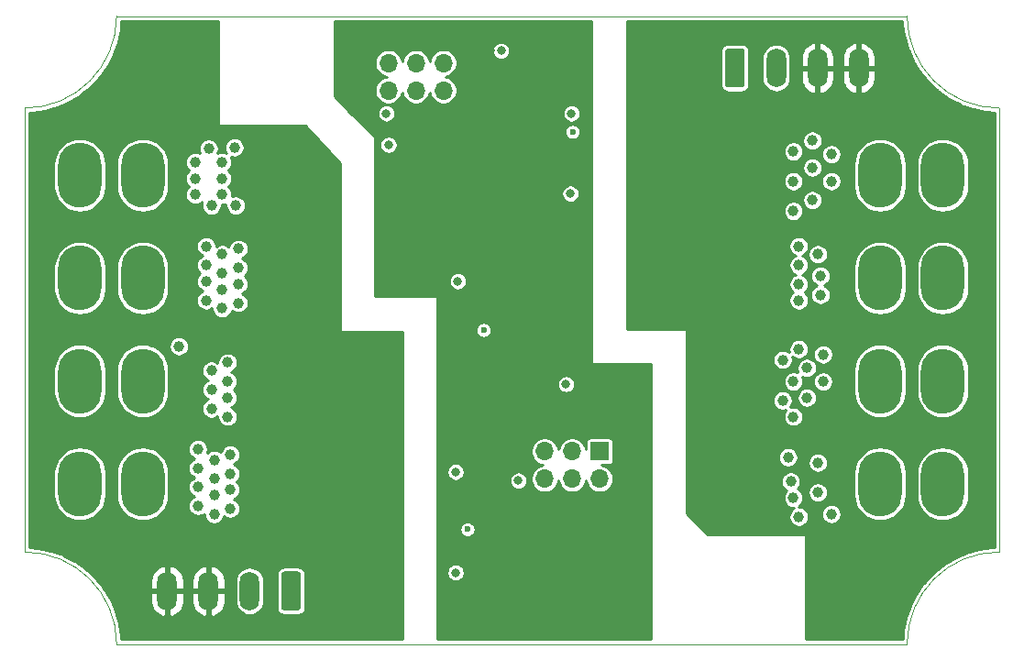
<source format=gbr>
%TF.GenerationSoftware,KiCad,Pcbnew,(5.1.8-0-10_14)*%
%TF.CreationDate,2020-11-30T14:10:51+01:00*%
%TF.ProjectId,FET_Multi,4645545f-4d75-46c7-9469-2e6b69636164,0.2.0*%
%TF.SameCoordinates,Original*%
%TF.FileFunction,Copper,L2,Inr*%
%TF.FilePolarity,Positive*%
%FSLAX46Y46*%
G04 Gerber Fmt 4.6, Leading zero omitted, Abs format (unit mm)*
G04 Created by KiCad (PCBNEW (5.1.8-0-10_14)) date 2020-11-30 14:10:51*
%MOMM*%
%LPD*%
G01*
G04 APERTURE LIST*
%TA.AperFunction,Profile*%
%ADD10C,0.050000*%
%TD*%
%TA.AperFunction,ComponentPad*%
%ADD11O,4.000000X6.000000*%
%TD*%
%TA.AperFunction,ComponentPad*%
%ADD12O,1.800000X3.600000*%
%TD*%
%TA.AperFunction,ComponentPad*%
%ADD13O,1.700000X1.700000*%
%TD*%
%TA.AperFunction,ComponentPad*%
%ADD14R,1.700000X1.700000*%
%TD*%
%TA.AperFunction,ViaPad*%
%ADD15C,0.800000*%
%TD*%
%TA.AperFunction,ViaPad*%
%ADD16C,0.600000*%
%TD*%
%TA.AperFunction,ViaPad*%
%ADD17C,1.000000*%
%TD*%
%TA.AperFunction,Conductor*%
%ADD18C,0.254000*%
%TD*%
%TA.AperFunction,Conductor*%
%ADD19C,0.100000*%
%TD*%
G04 APERTURE END LIST*
D10*
X89000000Y-65500000D02*
X89000000Y-106500000D01*
X170500000Y-115000000D02*
G75*
G02*
X179000000Y-106500000I8500000J0D01*
G01*
X89000000Y-106500000D02*
G75*
G02*
X97500000Y-115000000I0J-8500000D01*
G01*
X179000000Y-65500000D02*
G75*
G02*
X170500000Y-57000000I0J8500000D01*
G01*
X97500000Y-57000000D02*
G75*
G02*
X89000000Y-65500000I-8500000J0D01*
G01*
X179000000Y-106500000D02*
X179000000Y-65500000D01*
X170500000Y-115000000D02*
X97500000Y-115000000D01*
X170500000Y-57000000D02*
X97500000Y-57000000D01*
D11*
%TO.N,/VOUT4*%
%TO.C,J103*%
X168000000Y-71700000D03*
%TO.N,/VIN4*%
X168000000Y-81200000D03*
%TO.N,/VOUT3*%
X168000000Y-90700000D03*
%TO.N,/VIN3*%
X168000000Y-100200000D03*
%TO.N,/VOUT4*%
X173800000Y-71700000D03*
%TO.N,/VIN4*%
X173800000Y-81200000D03*
%TO.N,/VOUT3*%
X173800000Y-90700000D03*
%TO.N,/VIN3*%
X173800000Y-100200000D03*
%TD*%
%TO.N,/VOUT2*%
%TO.C,J102*%
X99900000Y-100200000D03*
%TO.N,/VIN2*%
X99900000Y-90700000D03*
%TO.N,/VOUT1*%
X99900000Y-81200000D03*
%TO.N,/VIN1*%
X99900000Y-71700000D03*
%TO.N,/VOUT2*%
X94100000Y-100200000D03*
%TO.N,/VIN2*%
X94100000Y-90700000D03*
%TO.N,/VOUT1*%
X94100000Y-81200000D03*
%TO.N,/VIN1*%
X94100000Y-71700000D03*
%TD*%
D12*
%TO.N,GND2*%
%TO.C,J303*%
X166030000Y-61800000D03*
X162220000Y-61800000D03*
%TO.N,/Opto Input/ISO_IN_4*%
X158410000Y-61800000D03*
%TO.N,/Opto Input/ISO_IN_3*%
%TA.AperFunction,ComponentPad*%
G36*
G01*
X153700000Y-63350000D02*
X153700000Y-60250000D01*
G75*
G02*
X153950000Y-60000000I250000J0D01*
G01*
X155250000Y-60000000D01*
G75*
G02*
X155500000Y-60250000I0J-250000D01*
G01*
X155500000Y-63350000D01*
G75*
G02*
X155250000Y-63600000I-250000J0D01*
G01*
X153950000Y-63600000D01*
G75*
G02*
X153700000Y-63350000I0J250000D01*
G01*
G37*
%TD.AperFunction*%
%TD*%
%TO.N,GND1*%
%TO.C,J302*%
X102170000Y-110100000D03*
X105980000Y-110100000D03*
%TO.N,/Opto Input/ISO_IN_2*%
X109790000Y-110100000D03*
%TO.N,/Opto Input/ISO_IN_1*%
%TA.AperFunction,ComponentPad*%
G36*
G01*
X114500000Y-108550000D02*
X114500000Y-111650000D01*
G75*
G02*
X114250000Y-111900000I-250000J0D01*
G01*
X112950000Y-111900000D01*
G75*
G02*
X112700000Y-111650000I0J250000D01*
G01*
X112700000Y-108550000D01*
G75*
G02*
X112950000Y-108300000I250000J0D01*
G01*
X114250000Y-108300000D01*
G75*
G02*
X114500000Y-108550000I0J-250000D01*
G01*
G37*
%TD.AperFunction*%
%TD*%
D13*
%TO.N,+3V3*%
%TO.C,J106*%
X137020000Y-99740000D03*
%TO.N,/A2*%
X137020000Y-97200000D03*
%TO.N,+3V3*%
X139560000Y-99740000D03*
%TO.N,/A1*%
X139560000Y-97200000D03*
%TO.N,+3V3*%
X142100000Y-99740000D03*
D14*
%TO.N,/A0*%
X142100000Y-97200000D03*
%TD*%
D13*
%TO.N,/SDA*%
%TO.C,J101*%
X127680000Y-61340000D03*
X127680000Y-63880000D03*
%TO.N,/SCL*%
X125140000Y-61340000D03*
X125140000Y-63880000D03*
%TO.N,+3V3*%
X122600000Y-61340000D03*
X122600000Y-63880000D03*
%TO.N,GND*%
X120060000Y-61340000D03*
D14*
X120060000Y-63880000D03*
%TD*%
D15*
%TO.N,+3V3*%
X122400000Y-66000000D03*
X122600000Y-68900000D03*
X139000000Y-91000000D03*
X129000000Y-81500000D03*
D16*
X131400000Y-86000000D03*
X129900000Y-104400000D03*
X139600000Y-67700000D03*
D15*
X128800000Y-99100000D03*
X128800000Y-108400000D03*
X134600000Y-99900000D03*
X139400000Y-73400000D03*
X133000000Y-60200000D03*
X139500000Y-66000000D03*
%TO.N,GND*%
X129876250Y-93876250D03*
X129876250Y-89076250D03*
X138900000Y-77850000D03*
X138493750Y-82593750D03*
X131500000Y-75600000D03*
X131300000Y-78300000D03*
X137100000Y-104700000D03*
X139600000Y-104700000D03*
X142100000Y-104700000D03*
D16*
X137300000Y-67700000D03*
X129900000Y-106500000D03*
D15*
X130800000Y-98700000D03*
X128100000Y-103500000D03*
X130700000Y-108100000D03*
X127500000Y-113000000D03*
X134600000Y-97600000D03*
X137500000Y-73600000D03*
X140700000Y-68700000D03*
X131800000Y-64600000D03*
X132000000Y-60200000D03*
X137900000Y-66200000D03*
X140800000Y-63000000D03*
%TO.N,GND1*%
X121200000Y-94400000D03*
X121200000Y-89800000D03*
X109700000Y-87100000D03*
X120000000Y-105800000D03*
X118600000Y-113400000D03*
X122400000Y-101600000D03*
X122400000Y-110900000D03*
%TO.N,GND2*%
X158000000Y-84600000D03*
X147100000Y-81850000D03*
X147050000Y-77200000D03*
X148350000Y-66600000D03*
X149450000Y-59400000D03*
X145800000Y-70700000D03*
X145900000Y-63100000D03*
D17*
%TO.N,/VOUT1*%
X108750000Y-80250000D03*
X108750000Y-78500000D03*
X108750000Y-81750000D03*
X108750000Y-83500000D03*
X107250000Y-79000000D03*
X107250000Y-80750000D03*
X107250000Y-82250000D03*
X107250000Y-84000000D03*
X105750000Y-83250000D03*
X105750000Y-78250000D03*
X105750000Y-80000000D03*
X105750000Y-81500000D03*
X99250000Y-79500000D03*
X99250000Y-82500000D03*
%TO.N,/VOUT2*%
X108000000Y-97500000D03*
X106500000Y-103000000D03*
X106500000Y-98000000D03*
X105000000Y-100500000D03*
X106500000Y-99750000D03*
X106500000Y-101250000D03*
X108000000Y-99250000D03*
X108000000Y-100750000D03*
X108000000Y-102500000D03*
X99750000Y-98000000D03*
X99750000Y-102250000D03*
X105000000Y-102250000D03*
X105000000Y-98750000D03*
X105000000Y-97000000D03*
%TO.N,/VOUT3*%
X159000000Y-92500000D03*
X159000000Y-88750000D03*
X160500000Y-87750000D03*
X160000000Y-94000000D03*
X160000000Y-90750000D03*
X161250000Y-92250000D03*
X161250000Y-89500000D03*
X162750000Y-90750000D03*
X169000000Y-91750000D03*
X169000000Y-89500000D03*
X162750000Y-88250000D03*
%TO.N,/VOUT4*%
X160000000Y-75000000D03*
X160000000Y-72250000D03*
X160000000Y-69500000D03*
X161750000Y-68500000D03*
X161750000Y-74000000D03*
X161750000Y-71000000D03*
X163500000Y-72250000D03*
X168750000Y-69750000D03*
X168750000Y-73250000D03*
X163500000Y-69750000D03*
%TO.N,/VIN2*%
X107750000Y-89000000D03*
X107750000Y-90750000D03*
X107750000Y-92250000D03*
X107750000Y-94000000D03*
X106250000Y-89750000D03*
X106250000Y-91500000D03*
X106250000Y-93250000D03*
X103250000Y-87500000D03*
X99750000Y-89250000D03*
X99750000Y-92000000D03*
%TO.N,/VIN1*%
X108375000Y-69125000D03*
X107250000Y-70500000D03*
X107250000Y-72000000D03*
X107250000Y-73500000D03*
X108500000Y-74500000D03*
X104750000Y-70500000D03*
X104750000Y-72000000D03*
X104750000Y-73500000D03*
X106000000Y-69250000D03*
X106250000Y-74500000D03*
X99000000Y-70000000D03*
X99000000Y-72500000D03*
%TO.N,/VIN4*%
X160500000Y-78250000D03*
X160500000Y-80000000D03*
X160500000Y-81750000D03*
X160500000Y-83250000D03*
X162250000Y-79000000D03*
X162500000Y-81000000D03*
X162500000Y-82750000D03*
X168750000Y-79000000D03*
X168750000Y-82250000D03*
%TO.N,/VIN3*%
X160000000Y-101500000D03*
X159750000Y-100000000D03*
X159500000Y-97750000D03*
X163500000Y-103000000D03*
X160500000Y-103250000D03*
X162250000Y-101000000D03*
X162250000Y-98250000D03*
X169000000Y-99000000D03*
X169000000Y-101250000D03*
%TD*%
D18*
%TO.N,GND2*%
X170071131Y-57639088D02*
X170073356Y-57660257D01*
X170074694Y-57681523D01*
X170075336Y-57686212D01*
X170238254Y-58830936D01*
X170244157Y-58858705D01*
X170249765Y-58886520D01*
X170251038Y-58891079D01*
X170567806Y-60003102D01*
X170577430Y-60029835D01*
X170586754Y-60056609D01*
X170588630Y-60060944D01*
X170588633Y-60060952D01*
X170588634Y-60060953D01*
X171053391Y-61119696D01*
X171066510Y-61144790D01*
X171079425Y-61170137D01*
X171081877Y-61174185D01*
X171686021Y-62160059D01*
X171702474Y-62183211D01*
X171718660Y-62206500D01*
X171721638Y-62210178D01*
X172453992Y-63104939D01*
X172473432Y-63125640D01*
X172492631Y-63146519D01*
X172496081Y-63149759D01*
X173343091Y-63936850D01*
X173365134Y-63954700D01*
X173387017Y-63972803D01*
X173390875Y-63975545D01*
X174336868Y-64640400D01*
X174361150Y-64655106D01*
X174385266Y-64670058D01*
X174389454Y-64672247D01*
X174389460Y-64672251D01*
X174389466Y-64672254D01*
X175416933Y-65202569D01*
X175443015Y-65213856D01*
X175468909Y-65225384D01*
X175473362Y-65226988D01*
X176563301Y-65612956D01*
X176590667Y-65620597D01*
X176617892Y-65628506D01*
X176622522Y-65629491D01*
X177754758Y-65863966D01*
X177782897Y-65867820D01*
X177810955Y-65871963D01*
X177815675Y-65872310D01*
X178548001Y-65922235D01*
X178548000Y-106064271D01*
X178360912Y-106071131D01*
X178339742Y-106073356D01*
X178318477Y-106074694D01*
X178313788Y-106075336D01*
X177169064Y-106238254D01*
X177141295Y-106244157D01*
X177113480Y-106249765D01*
X177108921Y-106251038D01*
X175996898Y-106567806D01*
X175970179Y-106577425D01*
X175943391Y-106586754D01*
X175939056Y-106588630D01*
X175939048Y-106588633D01*
X175939041Y-106588636D01*
X174880303Y-107053391D01*
X174855153Y-107066539D01*
X174829863Y-107079425D01*
X174825815Y-107081877D01*
X173839941Y-107686021D01*
X173816819Y-107702453D01*
X173793500Y-107718660D01*
X173789822Y-107721638D01*
X172895062Y-108453991D01*
X172874358Y-108473433D01*
X172853481Y-108492631D01*
X172850240Y-108496081D01*
X172063150Y-109343091D01*
X172045300Y-109365134D01*
X172027197Y-109387017D01*
X172024455Y-109390875D01*
X171359600Y-110336868D01*
X171344894Y-110361150D01*
X171329942Y-110385266D01*
X171327753Y-110389454D01*
X171327749Y-110389460D01*
X171327749Y-110389461D01*
X170797431Y-111416934D01*
X170786164Y-111442970D01*
X170774615Y-111468909D01*
X170773012Y-111473363D01*
X170387044Y-112563301D01*
X170379395Y-112590697D01*
X170371494Y-112617892D01*
X170370509Y-112622522D01*
X170136034Y-113754758D01*
X170132176Y-113782927D01*
X170128037Y-113810954D01*
X170127690Y-113815675D01*
X170077765Y-114548000D01*
X161127000Y-114548000D01*
X161127000Y-105000000D01*
X161124560Y-104975224D01*
X161117333Y-104951399D01*
X161105597Y-104929443D01*
X161089803Y-104910197D01*
X161070557Y-104894403D01*
X161048601Y-104882667D01*
X161024776Y-104875440D01*
X161000000Y-104873000D01*
X152052606Y-104873000D01*
X150127000Y-102947394D01*
X150127000Y-99908699D01*
X158823000Y-99908699D01*
X158823000Y-100091301D01*
X158858624Y-100270396D01*
X158928504Y-100439099D01*
X159029952Y-100590928D01*
X159159072Y-100720048D01*
X159310901Y-100821496D01*
X159350942Y-100838082D01*
X159279952Y-100909072D01*
X159178504Y-101060901D01*
X159108624Y-101229604D01*
X159073000Y-101408699D01*
X159073000Y-101591301D01*
X159108624Y-101770396D01*
X159178504Y-101939099D01*
X159279952Y-102090928D01*
X159409072Y-102220048D01*
X159560901Y-102321496D01*
X159729604Y-102391376D01*
X159908699Y-102427000D01*
X160064532Y-102427000D01*
X160060901Y-102428504D01*
X159909072Y-102529952D01*
X159779952Y-102659072D01*
X159678504Y-102810901D01*
X159608624Y-102979604D01*
X159573000Y-103158699D01*
X159573000Y-103341301D01*
X159608624Y-103520396D01*
X159678504Y-103689099D01*
X159779952Y-103840928D01*
X159909072Y-103970048D01*
X160060901Y-104071496D01*
X160229604Y-104141376D01*
X160408699Y-104177000D01*
X160591301Y-104177000D01*
X160770396Y-104141376D01*
X160939099Y-104071496D01*
X161090928Y-103970048D01*
X161220048Y-103840928D01*
X161321496Y-103689099D01*
X161391376Y-103520396D01*
X161427000Y-103341301D01*
X161427000Y-103158699D01*
X161391376Y-102979604D01*
X161362006Y-102908699D01*
X162573000Y-102908699D01*
X162573000Y-103091301D01*
X162608624Y-103270396D01*
X162678504Y-103439099D01*
X162779952Y-103590928D01*
X162909072Y-103720048D01*
X163060901Y-103821496D01*
X163229604Y-103891376D01*
X163408699Y-103927000D01*
X163591301Y-103927000D01*
X163770396Y-103891376D01*
X163939099Y-103821496D01*
X164090928Y-103720048D01*
X164220048Y-103590928D01*
X164321496Y-103439099D01*
X164391376Y-103270396D01*
X164427000Y-103091301D01*
X164427000Y-102908699D01*
X164391376Y-102729604D01*
X164321496Y-102560901D01*
X164220048Y-102409072D01*
X164090928Y-102279952D01*
X163939099Y-102178504D01*
X163770396Y-102108624D01*
X163591301Y-102073000D01*
X163408699Y-102073000D01*
X163229604Y-102108624D01*
X163060901Y-102178504D01*
X162909072Y-102279952D01*
X162779952Y-102409072D01*
X162678504Y-102560901D01*
X162608624Y-102729604D01*
X162573000Y-102908699D01*
X161362006Y-102908699D01*
X161321496Y-102810901D01*
X161220048Y-102659072D01*
X161090928Y-102529952D01*
X160939099Y-102428504D01*
X160770396Y-102358624D01*
X160591301Y-102323000D01*
X160435468Y-102323000D01*
X160439099Y-102321496D01*
X160590928Y-102220048D01*
X160720048Y-102090928D01*
X160821496Y-101939099D01*
X160891376Y-101770396D01*
X160927000Y-101591301D01*
X160927000Y-101408699D01*
X160891376Y-101229604D01*
X160821496Y-101060901D01*
X160720048Y-100909072D01*
X160719675Y-100908699D01*
X161323000Y-100908699D01*
X161323000Y-101091301D01*
X161358624Y-101270396D01*
X161428504Y-101439099D01*
X161529952Y-101590928D01*
X161659072Y-101720048D01*
X161810901Y-101821496D01*
X161979604Y-101891376D01*
X162158699Y-101927000D01*
X162341301Y-101927000D01*
X162520396Y-101891376D01*
X162689099Y-101821496D01*
X162840928Y-101720048D01*
X162970048Y-101590928D01*
X163071496Y-101439099D01*
X163141376Y-101270396D01*
X163177000Y-101091301D01*
X163177000Y-100908699D01*
X163141376Y-100729604D01*
X163071496Y-100560901D01*
X162970048Y-100409072D01*
X162840928Y-100279952D01*
X162689099Y-100178504D01*
X162520396Y-100108624D01*
X162341301Y-100073000D01*
X162158699Y-100073000D01*
X161979604Y-100108624D01*
X161810901Y-100178504D01*
X161659072Y-100279952D01*
X161529952Y-100409072D01*
X161428504Y-100560901D01*
X161358624Y-100729604D01*
X161323000Y-100908699D01*
X160719675Y-100908699D01*
X160590928Y-100779952D01*
X160439099Y-100678504D01*
X160399058Y-100661918D01*
X160470048Y-100590928D01*
X160571496Y-100439099D01*
X160641376Y-100270396D01*
X160677000Y-100091301D01*
X160677000Y-99908699D01*
X160641376Y-99729604D01*
X160571496Y-99560901D01*
X160470048Y-99409072D01*
X160340928Y-99279952D01*
X160189099Y-99178504D01*
X160020396Y-99108624D01*
X159841301Y-99073000D01*
X159658699Y-99073000D01*
X159479604Y-99108624D01*
X159310901Y-99178504D01*
X159159072Y-99279952D01*
X159029952Y-99409072D01*
X158928504Y-99560901D01*
X158858624Y-99729604D01*
X158823000Y-99908699D01*
X150127000Y-99908699D01*
X150127000Y-97658699D01*
X158573000Y-97658699D01*
X158573000Y-97841301D01*
X158608624Y-98020396D01*
X158678504Y-98189099D01*
X158779952Y-98340928D01*
X158909072Y-98470048D01*
X159060901Y-98571496D01*
X159229604Y-98641376D01*
X159408699Y-98677000D01*
X159591301Y-98677000D01*
X159770396Y-98641376D01*
X159939099Y-98571496D01*
X160090928Y-98470048D01*
X160220048Y-98340928D01*
X160321496Y-98189099D01*
X160334088Y-98158699D01*
X161323000Y-98158699D01*
X161323000Y-98341301D01*
X161358624Y-98520396D01*
X161428504Y-98689099D01*
X161529952Y-98840928D01*
X161659072Y-98970048D01*
X161810901Y-99071496D01*
X161979604Y-99141376D01*
X162158699Y-99177000D01*
X162341301Y-99177000D01*
X162520396Y-99141376D01*
X162666702Y-99080773D01*
X165573000Y-99080773D01*
X165573000Y-101319228D01*
X165608117Y-101675775D01*
X165746895Y-102133267D01*
X165972260Y-102554893D01*
X166275549Y-102924452D01*
X166645108Y-103227741D01*
X167066734Y-103453105D01*
X167524226Y-103591883D01*
X168000000Y-103638743D01*
X168475775Y-103591883D01*
X168933267Y-103453105D01*
X169354893Y-103227741D01*
X169724452Y-102924452D01*
X170027741Y-102554893D01*
X170253105Y-102133267D01*
X170391883Y-101675775D01*
X170427000Y-101319228D01*
X170427000Y-99080773D01*
X171373000Y-99080773D01*
X171373000Y-101319228D01*
X171408117Y-101675775D01*
X171546895Y-102133267D01*
X171772260Y-102554893D01*
X172075549Y-102924452D01*
X172445108Y-103227741D01*
X172866734Y-103453105D01*
X173324226Y-103591883D01*
X173800000Y-103638743D01*
X174275775Y-103591883D01*
X174733267Y-103453105D01*
X175154893Y-103227741D01*
X175524452Y-102924452D01*
X175827741Y-102554893D01*
X176053105Y-102133267D01*
X176191883Y-101675775D01*
X176227000Y-101319228D01*
X176227000Y-99080772D01*
X176191883Y-98724225D01*
X176053105Y-98266733D01*
X175827741Y-97845107D01*
X175524452Y-97475548D01*
X175154892Y-97172259D01*
X174733266Y-96946895D01*
X174275774Y-96808117D01*
X173800000Y-96761257D01*
X173324225Y-96808117D01*
X172866733Y-96946895D01*
X172445107Y-97172259D01*
X172075548Y-97475548D01*
X171772259Y-97845108D01*
X171546895Y-98266734D01*
X171408117Y-98724226D01*
X171373000Y-99080773D01*
X170427000Y-99080773D01*
X170427000Y-99080772D01*
X170391883Y-98724225D01*
X170253105Y-98266733D01*
X170027741Y-97845107D01*
X169724452Y-97475548D01*
X169354892Y-97172259D01*
X168933266Y-96946895D01*
X168475774Y-96808117D01*
X168000000Y-96761257D01*
X167524225Y-96808117D01*
X167066733Y-96946895D01*
X166645107Y-97172259D01*
X166275548Y-97475548D01*
X165972259Y-97845108D01*
X165746895Y-98266734D01*
X165608117Y-98724226D01*
X165573000Y-99080773D01*
X162666702Y-99080773D01*
X162689099Y-99071496D01*
X162840928Y-98970048D01*
X162970048Y-98840928D01*
X163071496Y-98689099D01*
X163141376Y-98520396D01*
X163177000Y-98341301D01*
X163177000Y-98158699D01*
X163141376Y-97979604D01*
X163071496Y-97810901D01*
X162970048Y-97659072D01*
X162840928Y-97529952D01*
X162689099Y-97428504D01*
X162520396Y-97358624D01*
X162341301Y-97323000D01*
X162158699Y-97323000D01*
X161979604Y-97358624D01*
X161810901Y-97428504D01*
X161659072Y-97529952D01*
X161529952Y-97659072D01*
X161428504Y-97810901D01*
X161358624Y-97979604D01*
X161323000Y-98158699D01*
X160334088Y-98158699D01*
X160391376Y-98020396D01*
X160427000Y-97841301D01*
X160427000Y-97658699D01*
X160391376Y-97479604D01*
X160321496Y-97310901D01*
X160220048Y-97159072D01*
X160090928Y-97029952D01*
X159939099Y-96928504D01*
X159770396Y-96858624D01*
X159591301Y-96823000D01*
X159408699Y-96823000D01*
X159229604Y-96858624D01*
X159060901Y-96928504D01*
X158909072Y-97029952D01*
X158779952Y-97159072D01*
X158678504Y-97310901D01*
X158608624Y-97479604D01*
X158573000Y-97658699D01*
X150127000Y-97658699D01*
X150127000Y-92408699D01*
X158073000Y-92408699D01*
X158073000Y-92591301D01*
X158108624Y-92770396D01*
X158178504Y-92939099D01*
X158279952Y-93090928D01*
X158409072Y-93220048D01*
X158560901Y-93321496D01*
X158729604Y-93391376D01*
X158908699Y-93427000D01*
X159091301Y-93427000D01*
X159270396Y-93391376D01*
X159316919Y-93372105D01*
X159279952Y-93409072D01*
X159178504Y-93560901D01*
X159108624Y-93729604D01*
X159073000Y-93908699D01*
X159073000Y-94091301D01*
X159108624Y-94270396D01*
X159178504Y-94439099D01*
X159279952Y-94590928D01*
X159409072Y-94720048D01*
X159560901Y-94821496D01*
X159729604Y-94891376D01*
X159908699Y-94927000D01*
X160091301Y-94927000D01*
X160270396Y-94891376D01*
X160439099Y-94821496D01*
X160590928Y-94720048D01*
X160720048Y-94590928D01*
X160821496Y-94439099D01*
X160891376Y-94270396D01*
X160927000Y-94091301D01*
X160927000Y-93908699D01*
X160891376Y-93729604D01*
X160821496Y-93560901D01*
X160720048Y-93409072D01*
X160590928Y-93279952D01*
X160439099Y-93178504D01*
X160270396Y-93108624D01*
X160091301Y-93073000D01*
X159908699Y-93073000D01*
X159729604Y-93108624D01*
X159683081Y-93127895D01*
X159720048Y-93090928D01*
X159821496Y-92939099D01*
X159891376Y-92770396D01*
X159927000Y-92591301D01*
X159927000Y-92408699D01*
X159891376Y-92229604D01*
X159862006Y-92158699D01*
X160323000Y-92158699D01*
X160323000Y-92341301D01*
X160358624Y-92520396D01*
X160428504Y-92689099D01*
X160529952Y-92840928D01*
X160659072Y-92970048D01*
X160810901Y-93071496D01*
X160979604Y-93141376D01*
X161158699Y-93177000D01*
X161341301Y-93177000D01*
X161520396Y-93141376D01*
X161689099Y-93071496D01*
X161840928Y-92970048D01*
X161970048Y-92840928D01*
X162071496Y-92689099D01*
X162141376Y-92520396D01*
X162177000Y-92341301D01*
X162177000Y-92158699D01*
X162141376Y-91979604D01*
X162071496Y-91810901D01*
X161970048Y-91659072D01*
X161840928Y-91529952D01*
X161689099Y-91428504D01*
X161520396Y-91358624D01*
X161341301Y-91323000D01*
X161158699Y-91323000D01*
X160979604Y-91358624D01*
X160810901Y-91428504D01*
X160659072Y-91529952D01*
X160529952Y-91659072D01*
X160428504Y-91810901D01*
X160358624Y-91979604D01*
X160323000Y-92158699D01*
X159862006Y-92158699D01*
X159821496Y-92060901D01*
X159720048Y-91909072D01*
X159590928Y-91779952D01*
X159439099Y-91678504D01*
X159270396Y-91608624D01*
X159091301Y-91573000D01*
X158908699Y-91573000D01*
X158729604Y-91608624D01*
X158560901Y-91678504D01*
X158409072Y-91779952D01*
X158279952Y-91909072D01*
X158178504Y-92060901D01*
X158108624Y-92229604D01*
X158073000Y-92408699D01*
X150127000Y-92408699D01*
X150127000Y-90658699D01*
X159073000Y-90658699D01*
X159073000Y-90841301D01*
X159108624Y-91020396D01*
X159178504Y-91189099D01*
X159279952Y-91340928D01*
X159409072Y-91470048D01*
X159560901Y-91571496D01*
X159729604Y-91641376D01*
X159908699Y-91677000D01*
X160091301Y-91677000D01*
X160270396Y-91641376D01*
X160439099Y-91571496D01*
X160590928Y-91470048D01*
X160720048Y-91340928D01*
X160821496Y-91189099D01*
X160891376Y-91020396D01*
X160927000Y-90841301D01*
X160927000Y-90658699D01*
X161823000Y-90658699D01*
X161823000Y-90841301D01*
X161858624Y-91020396D01*
X161928504Y-91189099D01*
X162029952Y-91340928D01*
X162159072Y-91470048D01*
X162310901Y-91571496D01*
X162479604Y-91641376D01*
X162658699Y-91677000D01*
X162841301Y-91677000D01*
X163020396Y-91641376D01*
X163189099Y-91571496D01*
X163340928Y-91470048D01*
X163470048Y-91340928D01*
X163571496Y-91189099D01*
X163641376Y-91020396D01*
X163677000Y-90841301D01*
X163677000Y-90658699D01*
X163641376Y-90479604D01*
X163571496Y-90310901D01*
X163470048Y-90159072D01*
X163340928Y-90029952D01*
X163189099Y-89928504D01*
X163020396Y-89858624D01*
X162841301Y-89823000D01*
X162658699Y-89823000D01*
X162479604Y-89858624D01*
X162310901Y-89928504D01*
X162159072Y-90029952D01*
X162029952Y-90159072D01*
X161928504Y-90310901D01*
X161858624Y-90479604D01*
X161823000Y-90658699D01*
X160927000Y-90658699D01*
X160891376Y-90479604D01*
X160828988Y-90328988D01*
X160979604Y-90391376D01*
X161158699Y-90427000D01*
X161341301Y-90427000D01*
X161520396Y-90391376D01*
X161689099Y-90321496D01*
X161840928Y-90220048D01*
X161970048Y-90090928D01*
X162071496Y-89939099D01*
X162141376Y-89770396D01*
X162177000Y-89591301D01*
X162177000Y-89580773D01*
X165573000Y-89580773D01*
X165573000Y-91819228D01*
X165608117Y-92175775D01*
X165746895Y-92633267D01*
X165972260Y-93054893D01*
X166275549Y-93424452D01*
X166645108Y-93727741D01*
X167066734Y-93953105D01*
X167524226Y-94091883D01*
X168000000Y-94138743D01*
X168475775Y-94091883D01*
X168933267Y-93953105D01*
X169354893Y-93727741D01*
X169724452Y-93424452D01*
X170027741Y-93054893D01*
X170253105Y-92633267D01*
X170391883Y-92175775D01*
X170427000Y-91819228D01*
X170427000Y-89580773D01*
X171373000Y-89580773D01*
X171373000Y-91819228D01*
X171408117Y-92175775D01*
X171546895Y-92633267D01*
X171772260Y-93054893D01*
X172075549Y-93424452D01*
X172445108Y-93727741D01*
X172866734Y-93953105D01*
X173324226Y-94091883D01*
X173800000Y-94138743D01*
X174275775Y-94091883D01*
X174733267Y-93953105D01*
X175154893Y-93727741D01*
X175524452Y-93424452D01*
X175827741Y-93054893D01*
X176053105Y-92633267D01*
X176191883Y-92175775D01*
X176227000Y-91819228D01*
X176227000Y-89580772D01*
X176191883Y-89224225D01*
X176053105Y-88766733D01*
X175827741Y-88345107D01*
X175524452Y-87975548D01*
X175154892Y-87672259D01*
X174733266Y-87446895D01*
X174275774Y-87308117D01*
X173800000Y-87261257D01*
X173324225Y-87308117D01*
X172866733Y-87446895D01*
X172445107Y-87672259D01*
X172075548Y-87975548D01*
X171772259Y-88345108D01*
X171546895Y-88766734D01*
X171408117Y-89224226D01*
X171373000Y-89580773D01*
X170427000Y-89580773D01*
X170427000Y-89580772D01*
X170391883Y-89224225D01*
X170253105Y-88766733D01*
X170027741Y-88345107D01*
X169724452Y-87975548D01*
X169354892Y-87672259D01*
X168933266Y-87446895D01*
X168475774Y-87308117D01*
X168000000Y-87261257D01*
X167524225Y-87308117D01*
X167066733Y-87446895D01*
X166645107Y-87672259D01*
X166275548Y-87975548D01*
X165972259Y-88345108D01*
X165746895Y-88766734D01*
X165608117Y-89224226D01*
X165573000Y-89580773D01*
X162177000Y-89580773D01*
X162177000Y-89408699D01*
X162141376Y-89229604D01*
X162071496Y-89060901D01*
X161970048Y-88909072D01*
X161840928Y-88779952D01*
X161689099Y-88678504D01*
X161520396Y-88608624D01*
X161341301Y-88573000D01*
X161158699Y-88573000D01*
X160979604Y-88608624D01*
X160810901Y-88678504D01*
X160659072Y-88779952D01*
X160529952Y-88909072D01*
X160428504Y-89060901D01*
X160358624Y-89229604D01*
X160323000Y-89408699D01*
X160323000Y-89591301D01*
X160358624Y-89770396D01*
X160421012Y-89921012D01*
X160270396Y-89858624D01*
X160091301Y-89823000D01*
X159908699Y-89823000D01*
X159729604Y-89858624D01*
X159560901Y-89928504D01*
X159409072Y-90029952D01*
X159279952Y-90159072D01*
X159178504Y-90310901D01*
X159108624Y-90479604D01*
X159073000Y-90658699D01*
X150127000Y-90658699D01*
X150127000Y-88658699D01*
X158073000Y-88658699D01*
X158073000Y-88841301D01*
X158108624Y-89020396D01*
X158178504Y-89189099D01*
X158279952Y-89340928D01*
X158409072Y-89470048D01*
X158560901Y-89571496D01*
X158729604Y-89641376D01*
X158908699Y-89677000D01*
X159091301Y-89677000D01*
X159270396Y-89641376D01*
X159439099Y-89571496D01*
X159590928Y-89470048D01*
X159720048Y-89340928D01*
X159821496Y-89189099D01*
X159891376Y-89020396D01*
X159927000Y-88841301D01*
X159927000Y-88658699D01*
X159891376Y-88479604D01*
X159872105Y-88433081D01*
X159909072Y-88470048D01*
X160060901Y-88571496D01*
X160229604Y-88641376D01*
X160408699Y-88677000D01*
X160591301Y-88677000D01*
X160770396Y-88641376D01*
X160939099Y-88571496D01*
X161090928Y-88470048D01*
X161220048Y-88340928D01*
X161321496Y-88189099D01*
X161334088Y-88158699D01*
X161823000Y-88158699D01*
X161823000Y-88341301D01*
X161858624Y-88520396D01*
X161928504Y-88689099D01*
X162029952Y-88840928D01*
X162159072Y-88970048D01*
X162310901Y-89071496D01*
X162479604Y-89141376D01*
X162658699Y-89177000D01*
X162841301Y-89177000D01*
X163020396Y-89141376D01*
X163189099Y-89071496D01*
X163340928Y-88970048D01*
X163470048Y-88840928D01*
X163571496Y-88689099D01*
X163641376Y-88520396D01*
X163677000Y-88341301D01*
X163677000Y-88158699D01*
X163641376Y-87979604D01*
X163571496Y-87810901D01*
X163470048Y-87659072D01*
X163340928Y-87529952D01*
X163189099Y-87428504D01*
X163020396Y-87358624D01*
X162841301Y-87323000D01*
X162658699Y-87323000D01*
X162479604Y-87358624D01*
X162310901Y-87428504D01*
X162159072Y-87529952D01*
X162029952Y-87659072D01*
X161928504Y-87810901D01*
X161858624Y-87979604D01*
X161823000Y-88158699D01*
X161334088Y-88158699D01*
X161391376Y-88020396D01*
X161427000Y-87841301D01*
X161427000Y-87658699D01*
X161391376Y-87479604D01*
X161321496Y-87310901D01*
X161220048Y-87159072D01*
X161090928Y-87029952D01*
X160939099Y-86928504D01*
X160770396Y-86858624D01*
X160591301Y-86823000D01*
X160408699Y-86823000D01*
X160229604Y-86858624D01*
X160060901Y-86928504D01*
X159909072Y-87029952D01*
X159779952Y-87159072D01*
X159678504Y-87310901D01*
X159608624Y-87479604D01*
X159573000Y-87658699D01*
X159573000Y-87841301D01*
X159608624Y-88020396D01*
X159627895Y-88066919D01*
X159590928Y-88029952D01*
X159439099Y-87928504D01*
X159270396Y-87858624D01*
X159091301Y-87823000D01*
X158908699Y-87823000D01*
X158729604Y-87858624D01*
X158560901Y-87928504D01*
X158409072Y-88029952D01*
X158279952Y-88159072D01*
X158178504Y-88310901D01*
X158108624Y-88479604D01*
X158073000Y-88658699D01*
X150127000Y-88658699D01*
X150127000Y-86000000D01*
X150124560Y-85975224D01*
X150117333Y-85951399D01*
X150105597Y-85929443D01*
X150089803Y-85910197D01*
X150070557Y-85894403D01*
X150048601Y-85882667D01*
X150024776Y-85875440D01*
X150000000Y-85873000D01*
X144627000Y-85873000D01*
X144627000Y-78158699D01*
X159573000Y-78158699D01*
X159573000Y-78341301D01*
X159608624Y-78520396D01*
X159678504Y-78689099D01*
X159779952Y-78840928D01*
X159909072Y-78970048D01*
X160060901Y-79071496D01*
X160190069Y-79125000D01*
X160060901Y-79178504D01*
X159909072Y-79279952D01*
X159779952Y-79409072D01*
X159678504Y-79560901D01*
X159608624Y-79729604D01*
X159573000Y-79908699D01*
X159573000Y-80091301D01*
X159608624Y-80270396D01*
X159678504Y-80439099D01*
X159779952Y-80590928D01*
X159909072Y-80720048D01*
X160060901Y-80821496D01*
X160190069Y-80875000D01*
X160060901Y-80928504D01*
X159909072Y-81029952D01*
X159779952Y-81159072D01*
X159678504Y-81310901D01*
X159608624Y-81479604D01*
X159573000Y-81658699D01*
X159573000Y-81841301D01*
X159608624Y-82020396D01*
X159678504Y-82189099D01*
X159779952Y-82340928D01*
X159909072Y-82470048D01*
X159953899Y-82500000D01*
X159909072Y-82529952D01*
X159779952Y-82659072D01*
X159678504Y-82810901D01*
X159608624Y-82979604D01*
X159573000Y-83158699D01*
X159573000Y-83341301D01*
X159608624Y-83520396D01*
X159678504Y-83689099D01*
X159779952Y-83840928D01*
X159909072Y-83970048D01*
X160060901Y-84071496D01*
X160229604Y-84141376D01*
X160408699Y-84177000D01*
X160591301Y-84177000D01*
X160770396Y-84141376D01*
X160939099Y-84071496D01*
X161090928Y-83970048D01*
X161220048Y-83840928D01*
X161321496Y-83689099D01*
X161391376Y-83520396D01*
X161427000Y-83341301D01*
X161427000Y-83158699D01*
X161391376Y-82979604D01*
X161321496Y-82810901D01*
X161220048Y-82659072D01*
X161090928Y-82529952D01*
X161046101Y-82500000D01*
X161090928Y-82470048D01*
X161220048Y-82340928D01*
X161321496Y-82189099D01*
X161391376Y-82020396D01*
X161427000Y-81841301D01*
X161427000Y-81658699D01*
X161391376Y-81479604D01*
X161321496Y-81310901D01*
X161220048Y-81159072D01*
X161090928Y-81029952D01*
X160939099Y-80928504D01*
X160891287Y-80908699D01*
X161573000Y-80908699D01*
X161573000Y-81091301D01*
X161608624Y-81270396D01*
X161678504Y-81439099D01*
X161779952Y-81590928D01*
X161909072Y-81720048D01*
X162060901Y-81821496D01*
X162190069Y-81875000D01*
X162060901Y-81928504D01*
X161909072Y-82029952D01*
X161779952Y-82159072D01*
X161678504Y-82310901D01*
X161608624Y-82479604D01*
X161573000Y-82658699D01*
X161573000Y-82841301D01*
X161608624Y-83020396D01*
X161678504Y-83189099D01*
X161779952Y-83340928D01*
X161909072Y-83470048D01*
X162060901Y-83571496D01*
X162229604Y-83641376D01*
X162408699Y-83677000D01*
X162591301Y-83677000D01*
X162770396Y-83641376D01*
X162939099Y-83571496D01*
X163090928Y-83470048D01*
X163220048Y-83340928D01*
X163321496Y-83189099D01*
X163391376Y-83020396D01*
X163427000Y-82841301D01*
X163427000Y-82658699D01*
X163391376Y-82479604D01*
X163321496Y-82310901D01*
X163220048Y-82159072D01*
X163090928Y-82029952D01*
X162939099Y-81928504D01*
X162809931Y-81875000D01*
X162939099Y-81821496D01*
X163090928Y-81720048D01*
X163220048Y-81590928D01*
X163321496Y-81439099D01*
X163391376Y-81270396D01*
X163427000Y-81091301D01*
X163427000Y-80908699D01*
X163391376Y-80729604D01*
X163321496Y-80560901D01*
X163220048Y-80409072D01*
X163090928Y-80279952D01*
X162939099Y-80178504D01*
X162770396Y-80108624D01*
X162630379Y-80080773D01*
X165573000Y-80080773D01*
X165573000Y-82319228D01*
X165608117Y-82675775D01*
X165746895Y-83133267D01*
X165972260Y-83554893D01*
X166275549Y-83924452D01*
X166645108Y-84227741D01*
X167066734Y-84453105D01*
X167524226Y-84591883D01*
X168000000Y-84638743D01*
X168475775Y-84591883D01*
X168933267Y-84453105D01*
X169354893Y-84227741D01*
X169724452Y-83924452D01*
X170027741Y-83554893D01*
X170253105Y-83133267D01*
X170391883Y-82675775D01*
X170427000Y-82319228D01*
X170427000Y-80080773D01*
X171373000Y-80080773D01*
X171373000Y-82319228D01*
X171408117Y-82675775D01*
X171546895Y-83133267D01*
X171772260Y-83554893D01*
X172075549Y-83924452D01*
X172445108Y-84227741D01*
X172866734Y-84453105D01*
X173324226Y-84591883D01*
X173800000Y-84638743D01*
X174275775Y-84591883D01*
X174733267Y-84453105D01*
X175154893Y-84227741D01*
X175524452Y-83924452D01*
X175827741Y-83554893D01*
X176053105Y-83133267D01*
X176191883Y-82675775D01*
X176227000Y-82319228D01*
X176227000Y-80080772D01*
X176191883Y-79724225D01*
X176053105Y-79266733D01*
X175827741Y-78845107D01*
X175524452Y-78475548D01*
X175154892Y-78172259D01*
X174733266Y-77946895D01*
X174275774Y-77808117D01*
X173800000Y-77761257D01*
X173324225Y-77808117D01*
X172866733Y-77946895D01*
X172445107Y-78172259D01*
X172075548Y-78475548D01*
X171772259Y-78845108D01*
X171546895Y-79266734D01*
X171408117Y-79724226D01*
X171373000Y-80080773D01*
X170427000Y-80080773D01*
X170427000Y-80080772D01*
X170391883Y-79724225D01*
X170253105Y-79266733D01*
X170027741Y-78845107D01*
X169724452Y-78475548D01*
X169354892Y-78172259D01*
X168933266Y-77946895D01*
X168475774Y-77808117D01*
X168000000Y-77761257D01*
X167524225Y-77808117D01*
X167066733Y-77946895D01*
X166645107Y-78172259D01*
X166275548Y-78475548D01*
X165972259Y-78845108D01*
X165746895Y-79266734D01*
X165608117Y-79724226D01*
X165573000Y-80080773D01*
X162630379Y-80080773D01*
X162591301Y-80073000D01*
X162408699Y-80073000D01*
X162229604Y-80108624D01*
X162060901Y-80178504D01*
X161909072Y-80279952D01*
X161779952Y-80409072D01*
X161678504Y-80560901D01*
X161608624Y-80729604D01*
X161573000Y-80908699D01*
X160891287Y-80908699D01*
X160809931Y-80875000D01*
X160939099Y-80821496D01*
X161090928Y-80720048D01*
X161220048Y-80590928D01*
X161321496Y-80439099D01*
X161391376Y-80270396D01*
X161427000Y-80091301D01*
X161427000Y-79908699D01*
X161391376Y-79729604D01*
X161321496Y-79560901D01*
X161220048Y-79409072D01*
X161090928Y-79279952D01*
X160939099Y-79178504D01*
X160809931Y-79125000D01*
X160939099Y-79071496D01*
X161090928Y-78970048D01*
X161152277Y-78908699D01*
X161323000Y-78908699D01*
X161323000Y-79091301D01*
X161358624Y-79270396D01*
X161428504Y-79439099D01*
X161529952Y-79590928D01*
X161659072Y-79720048D01*
X161810901Y-79821496D01*
X161979604Y-79891376D01*
X162158699Y-79927000D01*
X162341301Y-79927000D01*
X162520396Y-79891376D01*
X162689099Y-79821496D01*
X162840928Y-79720048D01*
X162970048Y-79590928D01*
X163071496Y-79439099D01*
X163141376Y-79270396D01*
X163177000Y-79091301D01*
X163177000Y-78908699D01*
X163141376Y-78729604D01*
X163071496Y-78560901D01*
X162970048Y-78409072D01*
X162840928Y-78279952D01*
X162689099Y-78178504D01*
X162520396Y-78108624D01*
X162341301Y-78073000D01*
X162158699Y-78073000D01*
X161979604Y-78108624D01*
X161810901Y-78178504D01*
X161659072Y-78279952D01*
X161529952Y-78409072D01*
X161428504Y-78560901D01*
X161358624Y-78729604D01*
X161323000Y-78908699D01*
X161152277Y-78908699D01*
X161220048Y-78840928D01*
X161321496Y-78689099D01*
X161391376Y-78520396D01*
X161427000Y-78341301D01*
X161427000Y-78158699D01*
X161391376Y-77979604D01*
X161321496Y-77810901D01*
X161220048Y-77659072D01*
X161090928Y-77529952D01*
X160939099Y-77428504D01*
X160770396Y-77358624D01*
X160591301Y-77323000D01*
X160408699Y-77323000D01*
X160229604Y-77358624D01*
X160060901Y-77428504D01*
X159909072Y-77529952D01*
X159779952Y-77659072D01*
X159678504Y-77810901D01*
X159608624Y-77979604D01*
X159573000Y-78158699D01*
X144627000Y-78158699D01*
X144627000Y-74908699D01*
X159073000Y-74908699D01*
X159073000Y-75091301D01*
X159108624Y-75270396D01*
X159178504Y-75439099D01*
X159279952Y-75590928D01*
X159409072Y-75720048D01*
X159560901Y-75821496D01*
X159729604Y-75891376D01*
X159908699Y-75927000D01*
X160091301Y-75927000D01*
X160270396Y-75891376D01*
X160439099Y-75821496D01*
X160590928Y-75720048D01*
X160720048Y-75590928D01*
X160821496Y-75439099D01*
X160891376Y-75270396D01*
X160927000Y-75091301D01*
X160927000Y-74908699D01*
X160891376Y-74729604D01*
X160821496Y-74560901D01*
X160720048Y-74409072D01*
X160590928Y-74279952D01*
X160439099Y-74178504D01*
X160270396Y-74108624D01*
X160091301Y-74073000D01*
X159908699Y-74073000D01*
X159729604Y-74108624D01*
X159560901Y-74178504D01*
X159409072Y-74279952D01*
X159279952Y-74409072D01*
X159178504Y-74560901D01*
X159108624Y-74729604D01*
X159073000Y-74908699D01*
X144627000Y-74908699D01*
X144627000Y-73908699D01*
X160823000Y-73908699D01*
X160823000Y-74091301D01*
X160858624Y-74270396D01*
X160928504Y-74439099D01*
X161029952Y-74590928D01*
X161159072Y-74720048D01*
X161310901Y-74821496D01*
X161479604Y-74891376D01*
X161658699Y-74927000D01*
X161841301Y-74927000D01*
X162020396Y-74891376D01*
X162189099Y-74821496D01*
X162340928Y-74720048D01*
X162470048Y-74590928D01*
X162571496Y-74439099D01*
X162641376Y-74270396D01*
X162677000Y-74091301D01*
X162677000Y-73908699D01*
X162641376Y-73729604D01*
X162571496Y-73560901D01*
X162470048Y-73409072D01*
X162340928Y-73279952D01*
X162189099Y-73178504D01*
X162020396Y-73108624D01*
X161841301Y-73073000D01*
X161658699Y-73073000D01*
X161479604Y-73108624D01*
X161310901Y-73178504D01*
X161159072Y-73279952D01*
X161029952Y-73409072D01*
X160928504Y-73560901D01*
X160858624Y-73729604D01*
X160823000Y-73908699D01*
X144627000Y-73908699D01*
X144627000Y-72158699D01*
X159073000Y-72158699D01*
X159073000Y-72341301D01*
X159108624Y-72520396D01*
X159178504Y-72689099D01*
X159279952Y-72840928D01*
X159409072Y-72970048D01*
X159560901Y-73071496D01*
X159729604Y-73141376D01*
X159908699Y-73177000D01*
X160091301Y-73177000D01*
X160270396Y-73141376D01*
X160439099Y-73071496D01*
X160590928Y-72970048D01*
X160720048Y-72840928D01*
X160821496Y-72689099D01*
X160891376Y-72520396D01*
X160927000Y-72341301D01*
X160927000Y-72158699D01*
X162573000Y-72158699D01*
X162573000Y-72341301D01*
X162608624Y-72520396D01*
X162678504Y-72689099D01*
X162779952Y-72840928D01*
X162909072Y-72970048D01*
X163060901Y-73071496D01*
X163229604Y-73141376D01*
X163408699Y-73177000D01*
X163591301Y-73177000D01*
X163770396Y-73141376D01*
X163939099Y-73071496D01*
X164090928Y-72970048D01*
X164220048Y-72840928D01*
X164321496Y-72689099D01*
X164391376Y-72520396D01*
X164427000Y-72341301D01*
X164427000Y-72158699D01*
X164391376Y-71979604D01*
X164321496Y-71810901D01*
X164220048Y-71659072D01*
X164090928Y-71529952D01*
X163939099Y-71428504D01*
X163770396Y-71358624D01*
X163591301Y-71323000D01*
X163408699Y-71323000D01*
X163229604Y-71358624D01*
X163060901Y-71428504D01*
X162909072Y-71529952D01*
X162779952Y-71659072D01*
X162678504Y-71810901D01*
X162608624Y-71979604D01*
X162573000Y-72158699D01*
X160927000Y-72158699D01*
X160891376Y-71979604D01*
X160821496Y-71810901D01*
X160720048Y-71659072D01*
X160590928Y-71529952D01*
X160439099Y-71428504D01*
X160270396Y-71358624D01*
X160091301Y-71323000D01*
X159908699Y-71323000D01*
X159729604Y-71358624D01*
X159560901Y-71428504D01*
X159409072Y-71529952D01*
X159279952Y-71659072D01*
X159178504Y-71810901D01*
X159108624Y-71979604D01*
X159073000Y-72158699D01*
X144627000Y-72158699D01*
X144627000Y-70908699D01*
X160823000Y-70908699D01*
X160823000Y-71091301D01*
X160858624Y-71270396D01*
X160928504Y-71439099D01*
X161029952Y-71590928D01*
X161159072Y-71720048D01*
X161310901Y-71821496D01*
X161479604Y-71891376D01*
X161658699Y-71927000D01*
X161841301Y-71927000D01*
X162020396Y-71891376D01*
X162189099Y-71821496D01*
X162340928Y-71720048D01*
X162470048Y-71590928D01*
X162571496Y-71439099D01*
X162641376Y-71270396D01*
X162677000Y-71091301D01*
X162677000Y-70908699D01*
X162641376Y-70729604D01*
X162571496Y-70560901D01*
X162470048Y-70409072D01*
X162340928Y-70279952D01*
X162189099Y-70178504D01*
X162020396Y-70108624D01*
X161841301Y-70073000D01*
X161658699Y-70073000D01*
X161479604Y-70108624D01*
X161310901Y-70178504D01*
X161159072Y-70279952D01*
X161029952Y-70409072D01*
X160928504Y-70560901D01*
X160858624Y-70729604D01*
X160823000Y-70908699D01*
X144627000Y-70908699D01*
X144627000Y-69408699D01*
X159073000Y-69408699D01*
X159073000Y-69591301D01*
X159108624Y-69770396D01*
X159178504Y-69939099D01*
X159279952Y-70090928D01*
X159409072Y-70220048D01*
X159560901Y-70321496D01*
X159729604Y-70391376D01*
X159908699Y-70427000D01*
X160091301Y-70427000D01*
X160270396Y-70391376D01*
X160439099Y-70321496D01*
X160590928Y-70220048D01*
X160720048Y-70090928D01*
X160821496Y-69939099D01*
X160891376Y-69770396D01*
X160913593Y-69658699D01*
X162573000Y-69658699D01*
X162573000Y-69841301D01*
X162608624Y-70020396D01*
X162678504Y-70189099D01*
X162779952Y-70340928D01*
X162909072Y-70470048D01*
X163060901Y-70571496D01*
X163229604Y-70641376D01*
X163408699Y-70677000D01*
X163591301Y-70677000D01*
X163770396Y-70641376D01*
X163916702Y-70580773D01*
X165573000Y-70580773D01*
X165573000Y-72819228D01*
X165608117Y-73175775D01*
X165746895Y-73633267D01*
X165972260Y-74054893D01*
X166275549Y-74424452D01*
X166645108Y-74727741D01*
X167066734Y-74953105D01*
X167524226Y-75091883D01*
X168000000Y-75138743D01*
X168475775Y-75091883D01*
X168933267Y-74953105D01*
X169354893Y-74727741D01*
X169724452Y-74424452D01*
X170027741Y-74054893D01*
X170253105Y-73633267D01*
X170391883Y-73175775D01*
X170427000Y-72819228D01*
X170427000Y-70580773D01*
X171373000Y-70580773D01*
X171373000Y-72819228D01*
X171408117Y-73175775D01*
X171546895Y-73633267D01*
X171772260Y-74054893D01*
X172075549Y-74424452D01*
X172445108Y-74727741D01*
X172866734Y-74953105D01*
X173324226Y-75091883D01*
X173800000Y-75138743D01*
X174275775Y-75091883D01*
X174733267Y-74953105D01*
X175154893Y-74727741D01*
X175524452Y-74424452D01*
X175827741Y-74054893D01*
X176053105Y-73633267D01*
X176191883Y-73175775D01*
X176227000Y-72819228D01*
X176227000Y-70580772D01*
X176191883Y-70224225D01*
X176053105Y-69766733D01*
X175827741Y-69345107D01*
X175524452Y-68975548D01*
X175154892Y-68672259D01*
X174733266Y-68446895D01*
X174275774Y-68308117D01*
X173800000Y-68261257D01*
X173324225Y-68308117D01*
X172866733Y-68446895D01*
X172445107Y-68672259D01*
X172075548Y-68975548D01*
X171772259Y-69345108D01*
X171546895Y-69766734D01*
X171408117Y-70224226D01*
X171373000Y-70580773D01*
X170427000Y-70580773D01*
X170427000Y-70580772D01*
X170391883Y-70224225D01*
X170253105Y-69766733D01*
X170027741Y-69345107D01*
X169724452Y-68975548D01*
X169354892Y-68672259D01*
X168933266Y-68446895D01*
X168475774Y-68308117D01*
X168000000Y-68261257D01*
X167524225Y-68308117D01*
X167066733Y-68446895D01*
X166645107Y-68672259D01*
X166275548Y-68975548D01*
X165972259Y-69345108D01*
X165746895Y-69766734D01*
X165608117Y-70224226D01*
X165573000Y-70580773D01*
X163916702Y-70580773D01*
X163939099Y-70571496D01*
X164090928Y-70470048D01*
X164220048Y-70340928D01*
X164321496Y-70189099D01*
X164391376Y-70020396D01*
X164427000Y-69841301D01*
X164427000Y-69658699D01*
X164391376Y-69479604D01*
X164321496Y-69310901D01*
X164220048Y-69159072D01*
X164090928Y-69029952D01*
X163939099Y-68928504D01*
X163770396Y-68858624D01*
X163591301Y-68823000D01*
X163408699Y-68823000D01*
X163229604Y-68858624D01*
X163060901Y-68928504D01*
X162909072Y-69029952D01*
X162779952Y-69159072D01*
X162678504Y-69310901D01*
X162608624Y-69479604D01*
X162573000Y-69658699D01*
X160913593Y-69658699D01*
X160927000Y-69591301D01*
X160927000Y-69408699D01*
X160891376Y-69229604D01*
X160821496Y-69060901D01*
X160720048Y-68909072D01*
X160590928Y-68779952D01*
X160439099Y-68678504D01*
X160270396Y-68608624D01*
X160091301Y-68573000D01*
X159908699Y-68573000D01*
X159729604Y-68608624D01*
X159560901Y-68678504D01*
X159409072Y-68779952D01*
X159279952Y-68909072D01*
X159178504Y-69060901D01*
X159108624Y-69229604D01*
X159073000Y-69408699D01*
X144627000Y-69408699D01*
X144627000Y-68408699D01*
X160823000Y-68408699D01*
X160823000Y-68591301D01*
X160858624Y-68770396D01*
X160928504Y-68939099D01*
X161029952Y-69090928D01*
X161159072Y-69220048D01*
X161310901Y-69321496D01*
X161479604Y-69391376D01*
X161658699Y-69427000D01*
X161841301Y-69427000D01*
X162020396Y-69391376D01*
X162189099Y-69321496D01*
X162340928Y-69220048D01*
X162470048Y-69090928D01*
X162571496Y-68939099D01*
X162641376Y-68770396D01*
X162677000Y-68591301D01*
X162677000Y-68408699D01*
X162641376Y-68229604D01*
X162571496Y-68060901D01*
X162470048Y-67909072D01*
X162340928Y-67779952D01*
X162189099Y-67678504D01*
X162020396Y-67608624D01*
X161841301Y-67573000D01*
X161658699Y-67573000D01*
X161479604Y-67608624D01*
X161310901Y-67678504D01*
X161159072Y-67779952D01*
X161029952Y-67909072D01*
X160928504Y-68060901D01*
X160858624Y-68229604D01*
X160823000Y-68408699D01*
X144627000Y-68408699D01*
X144627000Y-60250000D01*
X153270934Y-60250000D01*
X153270934Y-63350000D01*
X153283982Y-63482479D01*
X153322625Y-63609867D01*
X153385377Y-63727269D01*
X153469828Y-63830172D01*
X153572731Y-63914623D01*
X153690133Y-63977375D01*
X153817521Y-64016018D01*
X153950000Y-64029066D01*
X155250000Y-64029066D01*
X155382479Y-64016018D01*
X155509867Y-63977375D01*
X155627269Y-63914623D01*
X155730172Y-63830172D01*
X155814623Y-63727269D01*
X155877375Y-63609867D01*
X155916018Y-63482479D01*
X155929066Y-63350000D01*
X155929066Y-60834817D01*
X157083000Y-60834817D01*
X157083000Y-62765184D01*
X157102202Y-62960137D01*
X157178082Y-63210278D01*
X157301303Y-63440808D01*
X157467131Y-63642870D01*
X157669193Y-63808698D01*
X157899723Y-63931919D01*
X158149864Y-64007799D01*
X158410000Y-64033420D01*
X158670137Y-64007799D01*
X158920278Y-63931919D01*
X159150808Y-63808698D01*
X159352870Y-63642870D01*
X159518698Y-63440808D01*
X159641919Y-63210278D01*
X159717799Y-62960137D01*
X159737000Y-62765184D01*
X159737000Y-61927000D01*
X160685000Y-61927000D01*
X160685000Y-62827000D01*
X160739271Y-63124023D01*
X160850446Y-63404751D01*
X161014252Y-63658396D01*
X161224394Y-63875210D01*
X161472796Y-64046862D01*
X161749913Y-64166755D01*
X161855260Y-64191036D01*
X162093000Y-64070378D01*
X162093000Y-61927000D01*
X162347000Y-61927000D01*
X162347000Y-64070378D01*
X162584740Y-64191036D01*
X162690087Y-64166755D01*
X162967204Y-64046862D01*
X163215606Y-63875210D01*
X163425748Y-63658396D01*
X163589554Y-63404751D01*
X163700729Y-63124023D01*
X163755000Y-62827000D01*
X163755000Y-61927000D01*
X164495000Y-61927000D01*
X164495000Y-62827000D01*
X164549271Y-63124023D01*
X164660446Y-63404751D01*
X164824252Y-63658396D01*
X165034394Y-63875210D01*
X165282796Y-64046862D01*
X165559913Y-64166755D01*
X165665260Y-64191036D01*
X165903000Y-64070378D01*
X165903000Y-61927000D01*
X166157000Y-61927000D01*
X166157000Y-64070378D01*
X166394740Y-64191036D01*
X166500087Y-64166755D01*
X166777204Y-64046862D01*
X167025606Y-63875210D01*
X167235748Y-63658396D01*
X167399554Y-63404751D01*
X167510729Y-63124023D01*
X167565000Y-62827000D01*
X167565000Y-61927000D01*
X166157000Y-61927000D01*
X165903000Y-61927000D01*
X164495000Y-61927000D01*
X163755000Y-61927000D01*
X162347000Y-61927000D01*
X162093000Y-61927000D01*
X160685000Y-61927000D01*
X159737000Y-61927000D01*
X159737000Y-60834816D01*
X159730912Y-60773000D01*
X160685000Y-60773000D01*
X160685000Y-61673000D01*
X162093000Y-61673000D01*
X162093000Y-59529622D01*
X162347000Y-59529622D01*
X162347000Y-61673000D01*
X163755000Y-61673000D01*
X163755000Y-60773000D01*
X164495000Y-60773000D01*
X164495000Y-61673000D01*
X165903000Y-61673000D01*
X165903000Y-59529622D01*
X166157000Y-59529622D01*
X166157000Y-61673000D01*
X167565000Y-61673000D01*
X167565000Y-60773000D01*
X167510729Y-60475977D01*
X167399554Y-60195249D01*
X167235748Y-59941604D01*
X167025606Y-59724790D01*
X166777204Y-59553138D01*
X166500087Y-59433245D01*
X166394740Y-59408964D01*
X166157000Y-59529622D01*
X165903000Y-59529622D01*
X165665260Y-59408964D01*
X165559913Y-59433245D01*
X165282796Y-59553138D01*
X165034394Y-59724790D01*
X164824252Y-59941604D01*
X164660446Y-60195249D01*
X164549271Y-60475977D01*
X164495000Y-60773000D01*
X163755000Y-60773000D01*
X163700729Y-60475977D01*
X163589554Y-60195249D01*
X163425748Y-59941604D01*
X163215606Y-59724790D01*
X162967204Y-59553138D01*
X162690087Y-59433245D01*
X162584740Y-59408964D01*
X162347000Y-59529622D01*
X162093000Y-59529622D01*
X161855260Y-59408964D01*
X161749913Y-59433245D01*
X161472796Y-59553138D01*
X161224394Y-59724790D01*
X161014252Y-59941604D01*
X160850446Y-60195249D01*
X160739271Y-60475977D01*
X160685000Y-60773000D01*
X159730912Y-60773000D01*
X159717799Y-60639863D01*
X159641919Y-60389722D01*
X159518698Y-60159192D01*
X159352870Y-59957130D01*
X159150807Y-59791302D01*
X158920277Y-59668081D01*
X158670136Y-59592201D01*
X158410000Y-59566580D01*
X158149863Y-59592201D01*
X157899722Y-59668081D01*
X157669192Y-59791302D01*
X157467130Y-59957130D01*
X157301302Y-60159193D01*
X157178081Y-60389723D01*
X157102201Y-60639864D01*
X157083000Y-60834817D01*
X155929066Y-60834817D01*
X155929066Y-60250000D01*
X155916018Y-60117521D01*
X155877375Y-59990133D01*
X155814623Y-59872731D01*
X155730172Y-59769828D01*
X155627269Y-59685377D01*
X155509867Y-59622625D01*
X155382479Y-59583982D01*
X155250000Y-59570934D01*
X153950000Y-59570934D01*
X153817521Y-59583982D01*
X153690133Y-59622625D01*
X153572731Y-59685377D01*
X153469828Y-59769828D01*
X153385377Y-59872731D01*
X153322625Y-59990133D01*
X153283982Y-60117521D01*
X153270934Y-60250000D01*
X144627000Y-60250000D01*
X144627000Y-57452000D01*
X170064271Y-57452000D01*
X170071131Y-57639088D01*
%TA.AperFunction,Conductor*%
D19*
G36*
X170071131Y-57639088D02*
G01*
X170073356Y-57660257D01*
X170074694Y-57681523D01*
X170075336Y-57686212D01*
X170238254Y-58830936D01*
X170244157Y-58858705D01*
X170249765Y-58886520D01*
X170251038Y-58891079D01*
X170567806Y-60003102D01*
X170577430Y-60029835D01*
X170586754Y-60056609D01*
X170588630Y-60060944D01*
X170588633Y-60060952D01*
X170588634Y-60060953D01*
X171053391Y-61119696D01*
X171066510Y-61144790D01*
X171079425Y-61170137D01*
X171081877Y-61174185D01*
X171686021Y-62160059D01*
X171702474Y-62183211D01*
X171718660Y-62206500D01*
X171721638Y-62210178D01*
X172453992Y-63104939D01*
X172473432Y-63125640D01*
X172492631Y-63146519D01*
X172496081Y-63149759D01*
X173343091Y-63936850D01*
X173365134Y-63954700D01*
X173387017Y-63972803D01*
X173390875Y-63975545D01*
X174336868Y-64640400D01*
X174361150Y-64655106D01*
X174385266Y-64670058D01*
X174389454Y-64672247D01*
X174389460Y-64672251D01*
X174389466Y-64672254D01*
X175416933Y-65202569D01*
X175443015Y-65213856D01*
X175468909Y-65225384D01*
X175473362Y-65226988D01*
X176563301Y-65612956D01*
X176590667Y-65620597D01*
X176617892Y-65628506D01*
X176622522Y-65629491D01*
X177754758Y-65863966D01*
X177782897Y-65867820D01*
X177810955Y-65871963D01*
X177815675Y-65872310D01*
X178548001Y-65922235D01*
X178548000Y-106064271D01*
X178360912Y-106071131D01*
X178339742Y-106073356D01*
X178318477Y-106074694D01*
X178313788Y-106075336D01*
X177169064Y-106238254D01*
X177141295Y-106244157D01*
X177113480Y-106249765D01*
X177108921Y-106251038D01*
X175996898Y-106567806D01*
X175970179Y-106577425D01*
X175943391Y-106586754D01*
X175939056Y-106588630D01*
X175939048Y-106588633D01*
X175939041Y-106588636D01*
X174880303Y-107053391D01*
X174855153Y-107066539D01*
X174829863Y-107079425D01*
X174825815Y-107081877D01*
X173839941Y-107686021D01*
X173816819Y-107702453D01*
X173793500Y-107718660D01*
X173789822Y-107721638D01*
X172895062Y-108453991D01*
X172874358Y-108473433D01*
X172853481Y-108492631D01*
X172850240Y-108496081D01*
X172063150Y-109343091D01*
X172045300Y-109365134D01*
X172027197Y-109387017D01*
X172024455Y-109390875D01*
X171359600Y-110336868D01*
X171344894Y-110361150D01*
X171329942Y-110385266D01*
X171327753Y-110389454D01*
X171327749Y-110389460D01*
X171327749Y-110389461D01*
X170797431Y-111416934D01*
X170786164Y-111442970D01*
X170774615Y-111468909D01*
X170773012Y-111473363D01*
X170387044Y-112563301D01*
X170379395Y-112590697D01*
X170371494Y-112617892D01*
X170370509Y-112622522D01*
X170136034Y-113754758D01*
X170132176Y-113782927D01*
X170128037Y-113810954D01*
X170127690Y-113815675D01*
X170077765Y-114548000D01*
X161127000Y-114548000D01*
X161127000Y-105000000D01*
X161124560Y-104975224D01*
X161117333Y-104951399D01*
X161105597Y-104929443D01*
X161089803Y-104910197D01*
X161070557Y-104894403D01*
X161048601Y-104882667D01*
X161024776Y-104875440D01*
X161000000Y-104873000D01*
X152052606Y-104873000D01*
X150127000Y-102947394D01*
X150127000Y-99908699D01*
X158823000Y-99908699D01*
X158823000Y-100091301D01*
X158858624Y-100270396D01*
X158928504Y-100439099D01*
X159029952Y-100590928D01*
X159159072Y-100720048D01*
X159310901Y-100821496D01*
X159350942Y-100838082D01*
X159279952Y-100909072D01*
X159178504Y-101060901D01*
X159108624Y-101229604D01*
X159073000Y-101408699D01*
X159073000Y-101591301D01*
X159108624Y-101770396D01*
X159178504Y-101939099D01*
X159279952Y-102090928D01*
X159409072Y-102220048D01*
X159560901Y-102321496D01*
X159729604Y-102391376D01*
X159908699Y-102427000D01*
X160064532Y-102427000D01*
X160060901Y-102428504D01*
X159909072Y-102529952D01*
X159779952Y-102659072D01*
X159678504Y-102810901D01*
X159608624Y-102979604D01*
X159573000Y-103158699D01*
X159573000Y-103341301D01*
X159608624Y-103520396D01*
X159678504Y-103689099D01*
X159779952Y-103840928D01*
X159909072Y-103970048D01*
X160060901Y-104071496D01*
X160229604Y-104141376D01*
X160408699Y-104177000D01*
X160591301Y-104177000D01*
X160770396Y-104141376D01*
X160939099Y-104071496D01*
X161090928Y-103970048D01*
X161220048Y-103840928D01*
X161321496Y-103689099D01*
X161391376Y-103520396D01*
X161427000Y-103341301D01*
X161427000Y-103158699D01*
X161391376Y-102979604D01*
X161362006Y-102908699D01*
X162573000Y-102908699D01*
X162573000Y-103091301D01*
X162608624Y-103270396D01*
X162678504Y-103439099D01*
X162779952Y-103590928D01*
X162909072Y-103720048D01*
X163060901Y-103821496D01*
X163229604Y-103891376D01*
X163408699Y-103927000D01*
X163591301Y-103927000D01*
X163770396Y-103891376D01*
X163939099Y-103821496D01*
X164090928Y-103720048D01*
X164220048Y-103590928D01*
X164321496Y-103439099D01*
X164391376Y-103270396D01*
X164427000Y-103091301D01*
X164427000Y-102908699D01*
X164391376Y-102729604D01*
X164321496Y-102560901D01*
X164220048Y-102409072D01*
X164090928Y-102279952D01*
X163939099Y-102178504D01*
X163770396Y-102108624D01*
X163591301Y-102073000D01*
X163408699Y-102073000D01*
X163229604Y-102108624D01*
X163060901Y-102178504D01*
X162909072Y-102279952D01*
X162779952Y-102409072D01*
X162678504Y-102560901D01*
X162608624Y-102729604D01*
X162573000Y-102908699D01*
X161362006Y-102908699D01*
X161321496Y-102810901D01*
X161220048Y-102659072D01*
X161090928Y-102529952D01*
X160939099Y-102428504D01*
X160770396Y-102358624D01*
X160591301Y-102323000D01*
X160435468Y-102323000D01*
X160439099Y-102321496D01*
X160590928Y-102220048D01*
X160720048Y-102090928D01*
X160821496Y-101939099D01*
X160891376Y-101770396D01*
X160927000Y-101591301D01*
X160927000Y-101408699D01*
X160891376Y-101229604D01*
X160821496Y-101060901D01*
X160720048Y-100909072D01*
X160719675Y-100908699D01*
X161323000Y-100908699D01*
X161323000Y-101091301D01*
X161358624Y-101270396D01*
X161428504Y-101439099D01*
X161529952Y-101590928D01*
X161659072Y-101720048D01*
X161810901Y-101821496D01*
X161979604Y-101891376D01*
X162158699Y-101927000D01*
X162341301Y-101927000D01*
X162520396Y-101891376D01*
X162689099Y-101821496D01*
X162840928Y-101720048D01*
X162970048Y-101590928D01*
X163071496Y-101439099D01*
X163141376Y-101270396D01*
X163177000Y-101091301D01*
X163177000Y-100908699D01*
X163141376Y-100729604D01*
X163071496Y-100560901D01*
X162970048Y-100409072D01*
X162840928Y-100279952D01*
X162689099Y-100178504D01*
X162520396Y-100108624D01*
X162341301Y-100073000D01*
X162158699Y-100073000D01*
X161979604Y-100108624D01*
X161810901Y-100178504D01*
X161659072Y-100279952D01*
X161529952Y-100409072D01*
X161428504Y-100560901D01*
X161358624Y-100729604D01*
X161323000Y-100908699D01*
X160719675Y-100908699D01*
X160590928Y-100779952D01*
X160439099Y-100678504D01*
X160399058Y-100661918D01*
X160470048Y-100590928D01*
X160571496Y-100439099D01*
X160641376Y-100270396D01*
X160677000Y-100091301D01*
X160677000Y-99908699D01*
X160641376Y-99729604D01*
X160571496Y-99560901D01*
X160470048Y-99409072D01*
X160340928Y-99279952D01*
X160189099Y-99178504D01*
X160020396Y-99108624D01*
X159841301Y-99073000D01*
X159658699Y-99073000D01*
X159479604Y-99108624D01*
X159310901Y-99178504D01*
X159159072Y-99279952D01*
X159029952Y-99409072D01*
X158928504Y-99560901D01*
X158858624Y-99729604D01*
X158823000Y-99908699D01*
X150127000Y-99908699D01*
X150127000Y-97658699D01*
X158573000Y-97658699D01*
X158573000Y-97841301D01*
X158608624Y-98020396D01*
X158678504Y-98189099D01*
X158779952Y-98340928D01*
X158909072Y-98470048D01*
X159060901Y-98571496D01*
X159229604Y-98641376D01*
X159408699Y-98677000D01*
X159591301Y-98677000D01*
X159770396Y-98641376D01*
X159939099Y-98571496D01*
X160090928Y-98470048D01*
X160220048Y-98340928D01*
X160321496Y-98189099D01*
X160334088Y-98158699D01*
X161323000Y-98158699D01*
X161323000Y-98341301D01*
X161358624Y-98520396D01*
X161428504Y-98689099D01*
X161529952Y-98840928D01*
X161659072Y-98970048D01*
X161810901Y-99071496D01*
X161979604Y-99141376D01*
X162158699Y-99177000D01*
X162341301Y-99177000D01*
X162520396Y-99141376D01*
X162666702Y-99080773D01*
X165573000Y-99080773D01*
X165573000Y-101319228D01*
X165608117Y-101675775D01*
X165746895Y-102133267D01*
X165972260Y-102554893D01*
X166275549Y-102924452D01*
X166645108Y-103227741D01*
X167066734Y-103453105D01*
X167524226Y-103591883D01*
X168000000Y-103638743D01*
X168475775Y-103591883D01*
X168933267Y-103453105D01*
X169354893Y-103227741D01*
X169724452Y-102924452D01*
X170027741Y-102554893D01*
X170253105Y-102133267D01*
X170391883Y-101675775D01*
X170427000Y-101319228D01*
X170427000Y-99080773D01*
X171373000Y-99080773D01*
X171373000Y-101319228D01*
X171408117Y-101675775D01*
X171546895Y-102133267D01*
X171772260Y-102554893D01*
X172075549Y-102924452D01*
X172445108Y-103227741D01*
X172866734Y-103453105D01*
X173324226Y-103591883D01*
X173800000Y-103638743D01*
X174275775Y-103591883D01*
X174733267Y-103453105D01*
X175154893Y-103227741D01*
X175524452Y-102924452D01*
X175827741Y-102554893D01*
X176053105Y-102133267D01*
X176191883Y-101675775D01*
X176227000Y-101319228D01*
X176227000Y-99080772D01*
X176191883Y-98724225D01*
X176053105Y-98266733D01*
X175827741Y-97845107D01*
X175524452Y-97475548D01*
X175154892Y-97172259D01*
X174733266Y-96946895D01*
X174275774Y-96808117D01*
X173800000Y-96761257D01*
X173324225Y-96808117D01*
X172866733Y-96946895D01*
X172445107Y-97172259D01*
X172075548Y-97475548D01*
X171772259Y-97845108D01*
X171546895Y-98266734D01*
X171408117Y-98724226D01*
X171373000Y-99080773D01*
X170427000Y-99080773D01*
X170427000Y-99080772D01*
X170391883Y-98724225D01*
X170253105Y-98266733D01*
X170027741Y-97845107D01*
X169724452Y-97475548D01*
X169354892Y-97172259D01*
X168933266Y-96946895D01*
X168475774Y-96808117D01*
X168000000Y-96761257D01*
X167524225Y-96808117D01*
X167066733Y-96946895D01*
X166645107Y-97172259D01*
X166275548Y-97475548D01*
X165972259Y-97845108D01*
X165746895Y-98266734D01*
X165608117Y-98724226D01*
X165573000Y-99080773D01*
X162666702Y-99080773D01*
X162689099Y-99071496D01*
X162840928Y-98970048D01*
X162970048Y-98840928D01*
X163071496Y-98689099D01*
X163141376Y-98520396D01*
X163177000Y-98341301D01*
X163177000Y-98158699D01*
X163141376Y-97979604D01*
X163071496Y-97810901D01*
X162970048Y-97659072D01*
X162840928Y-97529952D01*
X162689099Y-97428504D01*
X162520396Y-97358624D01*
X162341301Y-97323000D01*
X162158699Y-97323000D01*
X161979604Y-97358624D01*
X161810901Y-97428504D01*
X161659072Y-97529952D01*
X161529952Y-97659072D01*
X161428504Y-97810901D01*
X161358624Y-97979604D01*
X161323000Y-98158699D01*
X160334088Y-98158699D01*
X160391376Y-98020396D01*
X160427000Y-97841301D01*
X160427000Y-97658699D01*
X160391376Y-97479604D01*
X160321496Y-97310901D01*
X160220048Y-97159072D01*
X160090928Y-97029952D01*
X159939099Y-96928504D01*
X159770396Y-96858624D01*
X159591301Y-96823000D01*
X159408699Y-96823000D01*
X159229604Y-96858624D01*
X159060901Y-96928504D01*
X158909072Y-97029952D01*
X158779952Y-97159072D01*
X158678504Y-97310901D01*
X158608624Y-97479604D01*
X158573000Y-97658699D01*
X150127000Y-97658699D01*
X150127000Y-92408699D01*
X158073000Y-92408699D01*
X158073000Y-92591301D01*
X158108624Y-92770396D01*
X158178504Y-92939099D01*
X158279952Y-93090928D01*
X158409072Y-93220048D01*
X158560901Y-93321496D01*
X158729604Y-93391376D01*
X158908699Y-93427000D01*
X159091301Y-93427000D01*
X159270396Y-93391376D01*
X159316919Y-93372105D01*
X159279952Y-93409072D01*
X159178504Y-93560901D01*
X159108624Y-93729604D01*
X159073000Y-93908699D01*
X159073000Y-94091301D01*
X159108624Y-94270396D01*
X159178504Y-94439099D01*
X159279952Y-94590928D01*
X159409072Y-94720048D01*
X159560901Y-94821496D01*
X159729604Y-94891376D01*
X159908699Y-94927000D01*
X160091301Y-94927000D01*
X160270396Y-94891376D01*
X160439099Y-94821496D01*
X160590928Y-94720048D01*
X160720048Y-94590928D01*
X160821496Y-94439099D01*
X160891376Y-94270396D01*
X160927000Y-94091301D01*
X160927000Y-93908699D01*
X160891376Y-93729604D01*
X160821496Y-93560901D01*
X160720048Y-93409072D01*
X160590928Y-93279952D01*
X160439099Y-93178504D01*
X160270396Y-93108624D01*
X160091301Y-93073000D01*
X159908699Y-93073000D01*
X159729604Y-93108624D01*
X159683081Y-93127895D01*
X159720048Y-93090928D01*
X159821496Y-92939099D01*
X159891376Y-92770396D01*
X159927000Y-92591301D01*
X159927000Y-92408699D01*
X159891376Y-92229604D01*
X159862006Y-92158699D01*
X160323000Y-92158699D01*
X160323000Y-92341301D01*
X160358624Y-92520396D01*
X160428504Y-92689099D01*
X160529952Y-92840928D01*
X160659072Y-92970048D01*
X160810901Y-93071496D01*
X160979604Y-93141376D01*
X161158699Y-93177000D01*
X161341301Y-93177000D01*
X161520396Y-93141376D01*
X161689099Y-93071496D01*
X161840928Y-92970048D01*
X161970048Y-92840928D01*
X162071496Y-92689099D01*
X162141376Y-92520396D01*
X162177000Y-92341301D01*
X162177000Y-92158699D01*
X162141376Y-91979604D01*
X162071496Y-91810901D01*
X161970048Y-91659072D01*
X161840928Y-91529952D01*
X161689099Y-91428504D01*
X161520396Y-91358624D01*
X161341301Y-91323000D01*
X161158699Y-91323000D01*
X160979604Y-91358624D01*
X160810901Y-91428504D01*
X160659072Y-91529952D01*
X160529952Y-91659072D01*
X160428504Y-91810901D01*
X160358624Y-91979604D01*
X160323000Y-92158699D01*
X159862006Y-92158699D01*
X159821496Y-92060901D01*
X159720048Y-91909072D01*
X159590928Y-91779952D01*
X159439099Y-91678504D01*
X159270396Y-91608624D01*
X159091301Y-91573000D01*
X158908699Y-91573000D01*
X158729604Y-91608624D01*
X158560901Y-91678504D01*
X158409072Y-91779952D01*
X158279952Y-91909072D01*
X158178504Y-92060901D01*
X158108624Y-92229604D01*
X158073000Y-92408699D01*
X150127000Y-92408699D01*
X150127000Y-90658699D01*
X159073000Y-90658699D01*
X159073000Y-90841301D01*
X159108624Y-91020396D01*
X159178504Y-91189099D01*
X159279952Y-91340928D01*
X159409072Y-91470048D01*
X159560901Y-91571496D01*
X159729604Y-91641376D01*
X159908699Y-91677000D01*
X160091301Y-91677000D01*
X160270396Y-91641376D01*
X160439099Y-91571496D01*
X160590928Y-91470048D01*
X160720048Y-91340928D01*
X160821496Y-91189099D01*
X160891376Y-91020396D01*
X160927000Y-90841301D01*
X160927000Y-90658699D01*
X161823000Y-90658699D01*
X161823000Y-90841301D01*
X161858624Y-91020396D01*
X161928504Y-91189099D01*
X162029952Y-91340928D01*
X162159072Y-91470048D01*
X162310901Y-91571496D01*
X162479604Y-91641376D01*
X162658699Y-91677000D01*
X162841301Y-91677000D01*
X163020396Y-91641376D01*
X163189099Y-91571496D01*
X163340928Y-91470048D01*
X163470048Y-91340928D01*
X163571496Y-91189099D01*
X163641376Y-91020396D01*
X163677000Y-90841301D01*
X163677000Y-90658699D01*
X163641376Y-90479604D01*
X163571496Y-90310901D01*
X163470048Y-90159072D01*
X163340928Y-90029952D01*
X163189099Y-89928504D01*
X163020396Y-89858624D01*
X162841301Y-89823000D01*
X162658699Y-89823000D01*
X162479604Y-89858624D01*
X162310901Y-89928504D01*
X162159072Y-90029952D01*
X162029952Y-90159072D01*
X161928504Y-90310901D01*
X161858624Y-90479604D01*
X161823000Y-90658699D01*
X160927000Y-90658699D01*
X160891376Y-90479604D01*
X160828988Y-90328988D01*
X160979604Y-90391376D01*
X161158699Y-90427000D01*
X161341301Y-90427000D01*
X161520396Y-90391376D01*
X161689099Y-90321496D01*
X161840928Y-90220048D01*
X161970048Y-90090928D01*
X162071496Y-89939099D01*
X162141376Y-89770396D01*
X162177000Y-89591301D01*
X162177000Y-89580773D01*
X165573000Y-89580773D01*
X165573000Y-91819228D01*
X165608117Y-92175775D01*
X165746895Y-92633267D01*
X165972260Y-93054893D01*
X166275549Y-93424452D01*
X166645108Y-93727741D01*
X167066734Y-93953105D01*
X167524226Y-94091883D01*
X168000000Y-94138743D01*
X168475775Y-94091883D01*
X168933267Y-93953105D01*
X169354893Y-93727741D01*
X169724452Y-93424452D01*
X170027741Y-93054893D01*
X170253105Y-92633267D01*
X170391883Y-92175775D01*
X170427000Y-91819228D01*
X170427000Y-89580773D01*
X171373000Y-89580773D01*
X171373000Y-91819228D01*
X171408117Y-92175775D01*
X171546895Y-92633267D01*
X171772260Y-93054893D01*
X172075549Y-93424452D01*
X172445108Y-93727741D01*
X172866734Y-93953105D01*
X173324226Y-94091883D01*
X173800000Y-94138743D01*
X174275775Y-94091883D01*
X174733267Y-93953105D01*
X175154893Y-93727741D01*
X175524452Y-93424452D01*
X175827741Y-93054893D01*
X176053105Y-92633267D01*
X176191883Y-92175775D01*
X176227000Y-91819228D01*
X176227000Y-89580772D01*
X176191883Y-89224225D01*
X176053105Y-88766733D01*
X175827741Y-88345107D01*
X175524452Y-87975548D01*
X175154892Y-87672259D01*
X174733266Y-87446895D01*
X174275774Y-87308117D01*
X173800000Y-87261257D01*
X173324225Y-87308117D01*
X172866733Y-87446895D01*
X172445107Y-87672259D01*
X172075548Y-87975548D01*
X171772259Y-88345108D01*
X171546895Y-88766734D01*
X171408117Y-89224226D01*
X171373000Y-89580773D01*
X170427000Y-89580773D01*
X170427000Y-89580772D01*
X170391883Y-89224225D01*
X170253105Y-88766733D01*
X170027741Y-88345107D01*
X169724452Y-87975548D01*
X169354892Y-87672259D01*
X168933266Y-87446895D01*
X168475774Y-87308117D01*
X168000000Y-87261257D01*
X167524225Y-87308117D01*
X167066733Y-87446895D01*
X166645107Y-87672259D01*
X166275548Y-87975548D01*
X165972259Y-88345108D01*
X165746895Y-88766734D01*
X165608117Y-89224226D01*
X165573000Y-89580773D01*
X162177000Y-89580773D01*
X162177000Y-89408699D01*
X162141376Y-89229604D01*
X162071496Y-89060901D01*
X161970048Y-88909072D01*
X161840928Y-88779952D01*
X161689099Y-88678504D01*
X161520396Y-88608624D01*
X161341301Y-88573000D01*
X161158699Y-88573000D01*
X160979604Y-88608624D01*
X160810901Y-88678504D01*
X160659072Y-88779952D01*
X160529952Y-88909072D01*
X160428504Y-89060901D01*
X160358624Y-89229604D01*
X160323000Y-89408699D01*
X160323000Y-89591301D01*
X160358624Y-89770396D01*
X160421012Y-89921012D01*
X160270396Y-89858624D01*
X160091301Y-89823000D01*
X159908699Y-89823000D01*
X159729604Y-89858624D01*
X159560901Y-89928504D01*
X159409072Y-90029952D01*
X159279952Y-90159072D01*
X159178504Y-90310901D01*
X159108624Y-90479604D01*
X159073000Y-90658699D01*
X150127000Y-90658699D01*
X150127000Y-88658699D01*
X158073000Y-88658699D01*
X158073000Y-88841301D01*
X158108624Y-89020396D01*
X158178504Y-89189099D01*
X158279952Y-89340928D01*
X158409072Y-89470048D01*
X158560901Y-89571496D01*
X158729604Y-89641376D01*
X158908699Y-89677000D01*
X159091301Y-89677000D01*
X159270396Y-89641376D01*
X159439099Y-89571496D01*
X159590928Y-89470048D01*
X159720048Y-89340928D01*
X159821496Y-89189099D01*
X159891376Y-89020396D01*
X159927000Y-88841301D01*
X159927000Y-88658699D01*
X159891376Y-88479604D01*
X159872105Y-88433081D01*
X159909072Y-88470048D01*
X160060901Y-88571496D01*
X160229604Y-88641376D01*
X160408699Y-88677000D01*
X160591301Y-88677000D01*
X160770396Y-88641376D01*
X160939099Y-88571496D01*
X161090928Y-88470048D01*
X161220048Y-88340928D01*
X161321496Y-88189099D01*
X161334088Y-88158699D01*
X161823000Y-88158699D01*
X161823000Y-88341301D01*
X161858624Y-88520396D01*
X161928504Y-88689099D01*
X162029952Y-88840928D01*
X162159072Y-88970048D01*
X162310901Y-89071496D01*
X162479604Y-89141376D01*
X162658699Y-89177000D01*
X162841301Y-89177000D01*
X163020396Y-89141376D01*
X163189099Y-89071496D01*
X163340928Y-88970048D01*
X163470048Y-88840928D01*
X163571496Y-88689099D01*
X163641376Y-88520396D01*
X163677000Y-88341301D01*
X163677000Y-88158699D01*
X163641376Y-87979604D01*
X163571496Y-87810901D01*
X163470048Y-87659072D01*
X163340928Y-87529952D01*
X163189099Y-87428504D01*
X163020396Y-87358624D01*
X162841301Y-87323000D01*
X162658699Y-87323000D01*
X162479604Y-87358624D01*
X162310901Y-87428504D01*
X162159072Y-87529952D01*
X162029952Y-87659072D01*
X161928504Y-87810901D01*
X161858624Y-87979604D01*
X161823000Y-88158699D01*
X161334088Y-88158699D01*
X161391376Y-88020396D01*
X161427000Y-87841301D01*
X161427000Y-87658699D01*
X161391376Y-87479604D01*
X161321496Y-87310901D01*
X161220048Y-87159072D01*
X161090928Y-87029952D01*
X160939099Y-86928504D01*
X160770396Y-86858624D01*
X160591301Y-86823000D01*
X160408699Y-86823000D01*
X160229604Y-86858624D01*
X160060901Y-86928504D01*
X159909072Y-87029952D01*
X159779952Y-87159072D01*
X159678504Y-87310901D01*
X159608624Y-87479604D01*
X159573000Y-87658699D01*
X159573000Y-87841301D01*
X159608624Y-88020396D01*
X159627895Y-88066919D01*
X159590928Y-88029952D01*
X159439099Y-87928504D01*
X159270396Y-87858624D01*
X159091301Y-87823000D01*
X158908699Y-87823000D01*
X158729604Y-87858624D01*
X158560901Y-87928504D01*
X158409072Y-88029952D01*
X158279952Y-88159072D01*
X158178504Y-88310901D01*
X158108624Y-88479604D01*
X158073000Y-88658699D01*
X150127000Y-88658699D01*
X150127000Y-86000000D01*
X150124560Y-85975224D01*
X150117333Y-85951399D01*
X150105597Y-85929443D01*
X150089803Y-85910197D01*
X150070557Y-85894403D01*
X150048601Y-85882667D01*
X150024776Y-85875440D01*
X150000000Y-85873000D01*
X144627000Y-85873000D01*
X144627000Y-78158699D01*
X159573000Y-78158699D01*
X159573000Y-78341301D01*
X159608624Y-78520396D01*
X159678504Y-78689099D01*
X159779952Y-78840928D01*
X159909072Y-78970048D01*
X160060901Y-79071496D01*
X160190069Y-79125000D01*
X160060901Y-79178504D01*
X159909072Y-79279952D01*
X159779952Y-79409072D01*
X159678504Y-79560901D01*
X159608624Y-79729604D01*
X159573000Y-79908699D01*
X159573000Y-80091301D01*
X159608624Y-80270396D01*
X159678504Y-80439099D01*
X159779952Y-80590928D01*
X159909072Y-80720048D01*
X160060901Y-80821496D01*
X160190069Y-80875000D01*
X160060901Y-80928504D01*
X159909072Y-81029952D01*
X159779952Y-81159072D01*
X159678504Y-81310901D01*
X159608624Y-81479604D01*
X159573000Y-81658699D01*
X159573000Y-81841301D01*
X159608624Y-82020396D01*
X159678504Y-82189099D01*
X159779952Y-82340928D01*
X159909072Y-82470048D01*
X159953899Y-82500000D01*
X159909072Y-82529952D01*
X159779952Y-82659072D01*
X159678504Y-82810901D01*
X159608624Y-82979604D01*
X159573000Y-83158699D01*
X159573000Y-83341301D01*
X159608624Y-83520396D01*
X159678504Y-83689099D01*
X159779952Y-83840928D01*
X159909072Y-83970048D01*
X160060901Y-84071496D01*
X160229604Y-84141376D01*
X160408699Y-84177000D01*
X160591301Y-84177000D01*
X160770396Y-84141376D01*
X160939099Y-84071496D01*
X161090928Y-83970048D01*
X161220048Y-83840928D01*
X161321496Y-83689099D01*
X161391376Y-83520396D01*
X161427000Y-83341301D01*
X161427000Y-83158699D01*
X161391376Y-82979604D01*
X161321496Y-82810901D01*
X161220048Y-82659072D01*
X161090928Y-82529952D01*
X161046101Y-82500000D01*
X161090928Y-82470048D01*
X161220048Y-82340928D01*
X161321496Y-82189099D01*
X161391376Y-82020396D01*
X161427000Y-81841301D01*
X161427000Y-81658699D01*
X161391376Y-81479604D01*
X161321496Y-81310901D01*
X161220048Y-81159072D01*
X161090928Y-81029952D01*
X160939099Y-80928504D01*
X160891287Y-80908699D01*
X161573000Y-80908699D01*
X161573000Y-81091301D01*
X161608624Y-81270396D01*
X161678504Y-81439099D01*
X161779952Y-81590928D01*
X161909072Y-81720048D01*
X162060901Y-81821496D01*
X162190069Y-81875000D01*
X162060901Y-81928504D01*
X161909072Y-82029952D01*
X161779952Y-82159072D01*
X161678504Y-82310901D01*
X161608624Y-82479604D01*
X161573000Y-82658699D01*
X161573000Y-82841301D01*
X161608624Y-83020396D01*
X161678504Y-83189099D01*
X161779952Y-83340928D01*
X161909072Y-83470048D01*
X162060901Y-83571496D01*
X162229604Y-83641376D01*
X162408699Y-83677000D01*
X162591301Y-83677000D01*
X162770396Y-83641376D01*
X162939099Y-83571496D01*
X163090928Y-83470048D01*
X163220048Y-83340928D01*
X163321496Y-83189099D01*
X163391376Y-83020396D01*
X163427000Y-82841301D01*
X163427000Y-82658699D01*
X163391376Y-82479604D01*
X163321496Y-82310901D01*
X163220048Y-82159072D01*
X163090928Y-82029952D01*
X162939099Y-81928504D01*
X162809931Y-81875000D01*
X162939099Y-81821496D01*
X163090928Y-81720048D01*
X163220048Y-81590928D01*
X163321496Y-81439099D01*
X163391376Y-81270396D01*
X163427000Y-81091301D01*
X163427000Y-80908699D01*
X163391376Y-80729604D01*
X163321496Y-80560901D01*
X163220048Y-80409072D01*
X163090928Y-80279952D01*
X162939099Y-80178504D01*
X162770396Y-80108624D01*
X162630379Y-80080773D01*
X165573000Y-80080773D01*
X165573000Y-82319228D01*
X165608117Y-82675775D01*
X165746895Y-83133267D01*
X165972260Y-83554893D01*
X166275549Y-83924452D01*
X166645108Y-84227741D01*
X167066734Y-84453105D01*
X167524226Y-84591883D01*
X168000000Y-84638743D01*
X168475775Y-84591883D01*
X168933267Y-84453105D01*
X169354893Y-84227741D01*
X169724452Y-83924452D01*
X170027741Y-83554893D01*
X170253105Y-83133267D01*
X170391883Y-82675775D01*
X170427000Y-82319228D01*
X170427000Y-80080773D01*
X171373000Y-80080773D01*
X171373000Y-82319228D01*
X171408117Y-82675775D01*
X171546895Y-83133267D01*
X171772260Y-83554893D01*
X172075549Y-83924452D01*
X172445108Y-84227741D01*
X172866734Y-84453105D01*
X173324226Y-84591883D01*
X173800000Y-84638743D01*
X174275775Y-84591883D01*
X174733267Y-84453105D01*
X175154893Y-84227741D01*
X175524452Y-83924452D01*
X175827741Y-83554893D01*
X176053105Y-83133267D01*
X176191883Y-82675775D01*
X176227000Y-82319228D01*
X176227000Y-80080772D01*
X176191883Y-79724225D01*
X176053105Y-79266733D01*
X175827741Y-78845107D01*
X175524452Y-78475548D01*
X175154892Y-78172259D01*
X174733266Y-77946895D01*
X174275774Y-77808117D01*
X173800000Y-77761257D01*
X173324225Y-77808117D01*
X172866733Y-77946895D01*
X172445107Y-78172259D01*
X172075548Y-78475548D01*
X171772259Y-78845108D01*
X171546895Y-79266734D01*
X171408117Y-79724226D01*
X171373000Y-80080773D01*
X170427000Y-80080773D01*
X170427000Y-80080772D01*
X170391883Y-79724225D01*
X170253105Y-79266733D01*
X170027741Y-78845107D01*
X169724452Y-78475548D01*
X169354892Y-78172259D01*
X168933266Y-77946895D01*
X168475774Y-77808117D01*
X168000000Y-77761257D01*
X167524225Y-77808117D01*
X167066733Y-77946895D01*
X166645107Y-78172259D01*
X166275548Y-78475548D01*
X165972259Y-78845108D01*
X165746895Y-79266734D01*
X165608117Y-79724226D01*
X165573000Y-80080773D01*
X162630379Y-80080773D01*
X162591301Y-80073000D01*
X162408699Y-80073000D01*
X162229604Y-80108624D01*
X162060901Y-80178504D01*
X161909072Y-80279952D01*
X161779952Y-80409072D01*
X161678504Y-80560901D01*
X161608624Y-80729604D01*
X161573000Y-80908699D01*
X160891287Y-80908699D01*
X160809931Y-80875000D01*
X160939099Y-80821496D01*
X161090928Y-80720048D01*
X161220048Y-80590928D01*
X161321496Y-80439099D01*
X161391376Y-80270396D01*
X161427000Y-80091301D01*
X161427000Y-79908699D01*
X161391376Y-79729604D01*
X161321496Y-79560901D01*
X161220048Y-79409072D01*
X161090928Y-79279952D01*
X160939099Y-79178504D01*
X160809931Y-79125000D01*
X160939099Y-79071496D01*
X161090928Y-78970048D01*
X161152277Y-78908699D01*
X161323000Y-78908699D01*
X161323000Y-79091301D01*
X161358624Y-79270396D01*
X161428504Y-79439099D01*
X161529952Y-79590928D01*
X161659072Y-79720048D01*
X161810901Y-79821496D01*
X161979604Y-79891376D01*
X162158699Y-79927000D01*
X162341301Y-79927000D01*
X162520396Y-79891376D01*
X162689099Y-79821496D01*
X162840928Y-79720048D01*
X162970048Y-79590928D01*
X163071496Y-79439099D01*
X163141376Y-79270396D01*
X163177000Y-79091301D01*
X163177000Y-78908699D01*
X163141376Y-78729604D01*
X163071496Y-78560901D01*
X162970048Y-78409072D01*
X162840928Y-78279952D01*
X162689099Y-78178504D01*
X162520396Y-78108624D01*
X162341301Y-78073000D01*
X162158699Y-78073000D01*
X161979604Y-78108624D01*
X161810901Y-78178504D01*
X161659072Y-78279952D01*
X161529952Y-78409072D01*
X161428504Y-78560901D01*
X161358624Y-78729604D01*
X161323000Y-78908699D01*
X161152277Y-78908699D01*
X161220048Y-78840928D01*
X161321496Y-78689099D01*
X161391376Y-78520396D01*
X161427000Y-78341301D01*
X161427000Y-78158699D01*
X161391376Y-77979604D01*
X161321496Y-77810901D01*
X161220048Y-77659072D01*
X161090928Y-77529952D01*
X160939099Y-77428504D01*
X160770396Y-77358624D01*
X160591301Y-77323000D01*
X160408699Y-77323000D01*
X160229604Y-77358624D01*
X160060901Y-77428504D01*
X159909072Y-77529952D01*
X159779952Y-77659072D01*
X159678504Y-77810901D01*
X159608624Y-77979604D01*
X159573000Y-78158699D01*
X144627000Y-78158699D01*
X144627000Y-74908699D01*
X159073000Y-74908699D01*
X159073000Y-75091301D01*
X159108624Y-75270396D01*
X159178504Y-75439099D01*
X159279952Y-75590928D01*
X159409072Y-75720048D01*
X159560901Y-75821496D01*
X159729604Y-75891376D01*
X159908699Y-75927000D01*
X160091301Y-75927000D01*
X160270396Y-75891376D01*
X160439099Y-75821496D01*
X160590928Y-75720048D01*
X160720048Y-75590928D01*
X160821496Y-75439099D01*
X160891376Y-75270396D01*
X160927000Y-75091301D01*
X160927000Y-74908699D01*
X160891376Y-74729604D01*
X160821496Y-74560901D01*
X160720048Y-74409072D01*
X160590928Y-74279952D01*
X160439099Y-74178504D01*
X160270396Y-74108624D01*
X160091301Y-74073000D01*
X159908699Y-74073000D01*
X159729604Y-74108624D01*
X159560901Y-74178504D01*
X159409072Y-74279952D01*
X159279952Y-74409072D01*
X159178504Y-74560901D01*
X159108624Y-74729604D01*
X159073000Y-74908699D01*
X144627000Y-74908699D01*
X144627000Y-73908699D01*
X160823000Y-73908699D01*
X160823000Y-74091301D01*
X160858624Y-74270396D01*
X160928504Y-74439099D01*
X161029952Y-74590928D01*
X161159072Y-74720048D01*
X161310901Y-74821496D01*
X161479604Y-74891376D01*
X161658699Y-74927000D01*
X161841301Y-74927000D01*
X162020396Y-74891376D01*
X162189099Y-74821496D01*
X162340928Y-74720048D01*
X162470048Y-74590928D01*
X162571496Y-74439099D01*
X162641376Y-74270396D01*
X162677000Y-74091301D01*
X162677000Y-73908699D01*
X162641376Y-73729604D01*
X162571496Y-73560901D01*
X162470048Y-73409072D01*
X162340928Y-73279952D01*
X162189099Y-73178504D01*
X162020396Y-73108624D01*
X161841301Y-73073000D01*
X161658699Y-73073000D01*
X161479604Y-73108624D01*
X161310901Y-73178504D01*
X161159072Y-73279952D01*
X161029952Y-73409072D01*
X160928504Y-73560901D01*
X160858624Y-73729604D01*
X160823000Y-73908699D01*
X144627000Y-73908699D01*
X144627000Y-72158699D01*
X159073000Y-72158699D01*
X159073000Y-72341301D01*
X159108624Y-72520396D01*
X159178504Y-72689099D01*
X159279952Y-72840928D01*
X159409072Y-72970048D01*
X159560901Y-73071496D01*
X159729604Y-73141376D01*
X159908699Y-73177000D01*
X160091301Y-73177000D01*
X160270396Y-73141376D01*
X160439099Y-73071496D01*
X160590928Y-72970048D01*
X160720048Y-72840928D01*
X160821496Y-72689099D01*
X160891376Y-72520396D01*
X160927000Y-72341301D01*
X160927000Y-72158699D01*
X162573000Y-72158699D01*
X162573000Y-72341301D01*
X162608624Y-72520396D01*
X162678504Y-72689099D01*
X162779952Y-72840928D01*
X162909072Y-72970048D01*
X163060901Y-73071496D01*
X163229604Y-73141376D01*
X163408699Y-73177000D01*
X163591301Y-73177000D01*
X163770396Y-73141376D01*
X163939099Y-73071496D01*
X164090928Y-72970048D01*
X164220048Y-72840928D01*
X164321496Y-72689099D01*
X164391376Y-72520396D01*
X164427000Y-72341301D01*
X164427000Y-72158699D01*
X164391376Y-71979604D01*
X164321496Y-71810901D01*
X164220048Y-71659072D01*
X164090928Y-71529952D01*
X163939099Y-71428504D01*
X163770396Y-71358624D01*
X163591301Y-71323000D01*
X163408699Y-71323000D01*
X163229604Y-71358624D01*
X163060901Y-71428504D01*
X162909072Y-71529952D01*
X162779952Y-71659072D01*
X162678504Y-71810901D01*
X162608624Y-71979604D01*
X162573000Y-72158699D01*
X160927000Y-72158699D01*
X160891376Y-71979604D01*
X160821496Y-71810901D01*
X160720048Y-71659072D01*
X160590928Y-71529952D01*
X160439099Y-71428504D01*
X160270396Y-71358624D01*
X160091301Y-71323000D01*
X159908699Y-71323000D01*
X159729604Y-71358624D01*
X159560901Y-71428504D01*
X159409072Y-71529952D01*
X159279952Y-71659072D01*
X159178504Y-71810901D01*
X159108624Y-71979604D01*
X159073000Y-72158699D01*
X144627000Y-72158699D01*
X144627000Y-70908699D01*
X160823000Y-70908699D01*
X160823000Y-71091301D01*
X160858624Y-71270396D01*
X160928504Y-71439099D01*
X161029952Y-71590928D01*
X161159072Y-71720048D01*
X161310901Y-71821496D01*
X161479604Y-71891376D01*
X161658699Y-71927000D01*
X161841301Y-71927000D01*
X162020396Y-71891376D01*
X162189099Y-71821496D01*
X162340928Y-71720048D01*
X162470048Y-71590928D01*
X162571496Y-71439099D01*
X162641376Y-71270396D01*
X162677000Y-71091301D01*
X162677000Y-70908699D01*
X162641376Y-70729604D01*
X162571496Y-70560901D01*
X162470048Y-70409072D01*
X162340928Y-70279952D01*
X162189099Y-70178504D01*
X162020396Y-70108624D01*
X161841301Y-70073000D01*
X161658699Y-70073000D01*
X161479604Y-70108624D01*
X161310901Y-70178504D01*
X161159072Y-70279952D01*
X161029952Y-70409072D01*
X160928504Y-70560901D01*
X160858624Y-70729604D01*
X160823000Y-70908699D01*
X144627000Y-70908699D01*
X144627000Y-69408699D01*
X159073000Y-69408699D01*
X159073000Y-69591301D01*
X159108624Y-69770396D01*
X159178504Y-69939099D01*
X159279952Y-70090928D01*
X159409072Y-70220048D01*
X159560901Y-70321496D01*
X159729604Y-70391376D01*
X159908699Y-70427000D01*
X160091301Y-70427000D01*
X160270396Y-70391376D01*
X160439099Y-70321496D01*
X160590928Y-70220048D01*
X160720048Y-70090928D01*
X160821496Y-69939099D01*
X160891376Y-69770396D01*
X160913593Y-69658699D01*
X162573000Y-69658699D01*
X162573000Y-69841301D01*
X162608624Y-70020396D01*
X162678504Y-70189099D01*
X162779952Y-70340928D01*
X162909072Y-70470048D01*
X163060901Y-70571496D01*
X163229604Y-70641376D01*
X163408699Y-70677000D01*
X163591301Y-70677000D01*
X163770396Y-70641376D01*
X163916702Y-70580773D01*
X165573000Y-70580773D01*
X165573000Y-72819228D01*
X165608117Y-73175775D01*
X165746895Y-73633267D01*
X165972260Y-74054893D01*
X166275549Y-74424452D01*
X166645108Y-74727741D01*
X167066734Y-74953105D01*
X167524226Y-75091883D01*
X168000000Y-75138743D01*
X168475775Y-75091883D01*
X168933267Y-74953105D01*
X169354893Y-74727741D01*
X169724452Y-74424452D01*
X170027741Y-74054893D01*
X170253105Y-73633267D01*
X170391883Y-73175775D01*
X170427000Y-72819228D01*
X170427000Y-70580773D01*
X171373000Y-70580773D01*
X171373000Y-72819228D01*
X171408117Y-73175775D01*
X171546895Y-73633267D01*
X171772260Y-74054893D01*
X172075549Y-74424452D01*
X172445108Y-74727741D01*
X172866734Y-74953105D01*
X173324226Y-75091883D01*
X173800000Y-75138743D01*
X174275775Y-75091883D01*
X174733267Y-74953105D01*
X175154893Y-74727741D01*
X175524452Y-74424452D01*
X175827741Y-74054893D01*
X176053105Y-73633267D01*
X176191883Y-73175775D01*
X176227000Y-72819228D01*
X176227000Y-70580772D01*
X176191883Y-70224225D01*
X176053105Y-69766733D01*
X175827741Y-69345107D01*
X175524452Y-68975548D01*
X175154892Y-68672259D01*
X174733266Y-68446895D01*
X174275774Y-68308117D01*
X173800000Y-68261257D01*
X173324225Y-68308117D01*
X172866733Y-68446895D01*
X172445107Y-68672259D01*
X172075548Y-68975548D01*
X171772259Y-69345108D01*
X171546895Y-69766734D01*
X171408117Y-70224226D01*
X171373000Y-70580773D01*
X170427000Y-70580773D01*
X170427000Y-70580772D01*
X170391883Y-70224225D01*
X170253105Y-69766733D01*
X170027741Y-69345107D01*
X169724452Y-68975548D01*
X169354892Y-68672259D01*
X168933266Y-68446895D01*
X168475774Y-68308117D01*
X168000000Y-68261257D01*
X167524225Y-68308117D01*
X167066733Y-68446895D01*
X166645107Y-68672259D01*
X166275548Y-68975548D01*
X165972259Y-69345108D01*
X165746895Y-69766734D01*
X165608117Y-70224226D01*
X165573000Y-70580773D01*
X163916702Y-70580773D01*
X163939099Y-70571496D01*
X164090928Y-70470048D01*
X164220048Y-70340928D01*
X164321496Y-70189099D01*
X164391376Y-70020396D01*
X164427000Y-69841301D01*
X164427000Y-69658699D01*
X164391376Y-69479604D01*
X164321496Y-69310901D01*
X164220048Y-69159072D01*
X164090928Y-69029952D01*
X163939099Y-68928504D01*
X163770396Y-68858624D01*
X163591301Y-68823000D01*
X163408699Y-68823000D01*
X163229604Y-68858624D01*
X163060901Y-68928504D01*
X162909072Y-69029952D01*
X162779952Y-69159072D01*
X162678504Y-69310901D01*
X162608624Y-69479604D01*
X162573000Y-69658699D01*
X160913593Y-69658699D01*
X160927000Y-69591301D01*
X160927000Y-69408699D01*
X160891376Y-69229604D01*
X160821496Y-69060901D01*
X160720048Y-68909072D01*
X160590928Y-68779952D01*
X160439099Y-68678504D01*
X160270396Y-68608624D01*
X160091301Y-68573000D01*
X159908699Y-68573000D01*
X159729604Y-68608624D01*
X159560901Y-68678504D01*
X159409072Y-68779952D01*
X159279952Y-68909072D01*
X159178504Y-69060901D01*
X159108624Y-69229604D01*
X159073000Y-69408699D01*
X144627000Y-69408699D01*
X144627000Y-68408699D01*
X160823000Y-68408699D01*
X160823000Y-68591301D01*
X160858624Y-68770396D01*
X160928504Y-68939099D01*
X161029952Y-69090928D01*
X161159072Y-69220048D01*
X161310901Y-69321496D01*
X161479604Y-69391376D01*
X161658699Y-69427000D01*
X161841301Y-69427000D01*
X162020396Y-69391376D01*
X162189099Y-69321496D01*
X162340928Y-69220048D01*
X162470048Y-69090928D01*
X162571496Y-68939099D01*
X162641376Y-68770396D01*
X162677000Y-68591301D01*
X162677000Y-68408699D01*
X162641376Y-68229604D01*
X162571496Y-68060901D01*
X162470048Y-67909072D01*
X162340928Y-67779952D01*
X162189099Y-67678504D01*
X162020396Y-67608624D01*
X161841301Y-67573000D01*
X161658699Y-67573000D01*
X161479604Y-67608624D01*
X161310901Y-67678504D01*
X161159072Y-67779952D01*
X161029952Y-67909072D01*
X160928504Y-68060901D01*
X160858624Y-68229604D01*
X160823000Y-68408699D01*
X144627000Y-68408699D01*
X144627000Y-60250000D01*
X153270934Y-60250000D01*
X153270934Y-63350000D01*
X153283982Y-63482479D01*
X153322625Y-63609867D01*
X153385377Y-63727269D01*
X153469828Y-63830172D01*
X153572731Y-63914623D01*
X153690133Y-63977375D01*
X153817521Y-64016018D01*
X153950000Y-64029066D01*
X155250000Y-64029066D01*
X155382479Y-64016018D01*
X155509867Y-63977375D01*
X155627269Y-63914623D01*
X155730172Y-63830172D01*
X155814623Y-63727269D01*
X155877375Y-63609867D01*
X155916018Y-63482479D01*
X155929066Y-63350000D01*
X155929066Y-60834817D01*
X157083000Y-60834817D01*
X157083000Y-62765184D01*
X157102202Y-62960137D01*
X157178082Y-63210278D01*
X157301303Y-63440808D01*
X157467131Y-63642870D01*
X157669193Y-63808698D01*
X157899723Y-63931919D01*
X158149864Y-64007799D01*
X158410000Y-64033420D01*
X158670137Y-64007799D01*
X158920278Y-63931919D01*
X159150808Y-63808698D01*
X159352870Y-63642870D01*
X159518698Y-63440808D01*
X159641919Y-63210278D01*
X159717799Y-62960137D01*
X159737000Y-62765184D01*
X159737000Y-61927000D01*
X160685000Y-61927000D01*
X160685000Y-62827000D01*
X160739271Y-63124023D01*
X160850446Y-63404751D01*
X161014252Y-63658396D01*
X161224394Y-63875210D01*
X161472796Y-64046862D01*
X161749913Y-64166755D01*
X161855260Y-64191036D01*
X162093000Y-64070378D01*
X162093000Y-61927000D01*
X162347000Y-61927000D01*
X162347000Y-64070378D01*
X162584740Y-64191036D01*
X162690087Y-64166755D01*
X162967204Y-64046862D01*
X163215606Y-63875210D01*
X163425748Y-63658396D01*
X163589554Y-63404751D01*
X163700729Y-63124023D01*
X163755000Y-62827000D01*
X163755000Y-61927000D01*
X164495000Y-61927000D01*
X164495000Y-62827000D01*
X164549271Y-63124023D01*
X164660446Y-63404751D01*
X164824252Y-63658396D01*
X165034394Y-63875210D01*
X165282796Y-64046862D01*
X165559913Y-64166755D01*
X165665260Y-64191036D01*
X165903000Y-64070378D01*
X165903000Y-61927000D01*
X166157000Y-61927000D01*
X166157000Y-64070378D01*
X166394740Y-64191036D01*
X166500087Y-64166755D01*
X166777204Y-64046862D01*
X167025606Y-63875210D01*
X167235748Y-63658396D01*
X167399554Y-63404751D01*
X167510729Y-63124023D01*
X167565000Y-62827000D01*
X167565000Y-61927000D01*
X166157000Y-61927000D01*
X165903000Y-61927000D01*
X164495000Y-61927000D01*
X163755000Y-61927000D01*
X162347000Y-61927000D01*
X162093000Y-61927000D01*
X160685000Y-61927000D01*
X159737000Y-61927000D01*
X159737000Y-60834816D01*
X159730912Y-60773000D01*
X160685000Y-60773000D01*
X160685000Y-61673000D01*
X162093000Y-61673000D01*
X162093000Y-59529622D01*
X162347000Y-59529622D01*
X162347000Y-61673000D01*
X163755000Y-61673000D01*
X163755000Y-60773000D01*
X164495000Y-60773000D01*
X164495000Y-61673000D01*
X165903000Y-61673000D01*
X165903000Y-59529622D01*
X166157000Y-59529622D01*
X166157000Y-61673000D01*
X167565000Y-61673000D01*
X167565000Y-60773000D01*
X167510729Y-60475977D01*
X167399554Y-60195249D01*
X167235748Y-59941604D01*
X167025606Y-59724790D01*
X166777204Y-59553138D01*
X166500087Y-59433245D01*
X166394740Y-59408964D01*
X166157000Y-59529622D01*
X165903000Y-59529622D01*
X165665260Y-59408964D01*
X165559913Y-59433245D01*
X165282796Y-59553138D01*
X165034394Y-59724790D01*
X164824252Y-59941604D01*
X164660446Y-60195249D01*
X164549271Y-60475977D01*
X164495000Y-60773000D01*
X163755000Y-60773000D01*
X163700729Y-60475977D01*
X163589554Y-60195249D01*
X163425748Y-59941604D01*
X163215606Y-59724790D01*
X162967204Y-59553138D01*
X162690087Y-59433245D01*
X162584740Y-59408964D01*
X162347000Y-59529622D01*
X162093000Y-59529622D01*
X161855260Y-59408964D01*
X161749913Y-59433245D01*
X161472796Y-59553138D01*
X161224394Y-59724790D01*
X161014252Y-59941604D01*
X160850446Y-60195249D01*
X160739271Y-60475977D01*
X160685000Y-60773000D01*
X159730912Y-60773000D01*
X159717799Y-60639863D01*
X159641919Y-60389722D01*
X159518698Y-60159192D01*
X159352870Y-59957130D01*
X159150807Y-59791302D01*
X158920277Y-59668081D01*
X158670136Y-59592201D01*
X158410000Y-59566580D01*
X158149863Y-59592201D01*
X157899722Y-59668081D01*
X157669192Y-59791302D01*
X157467130Y-59957130D01*
X157301302Y-60159193D01*
X157178081Y-60389723D01*
X157102201Y-60639864D01*
X157083000Y-60834817D01*
X155929066Y-60834817D01*
X155929066Y-60250000D01*
X155916018Y-60117521D01*
X155877375Y-59990133D01*
X155814623Y-59872731D01*
X155730172Y-59769828D01*
X155627269Y-59685377D01*
X155509867Y-59622625D01*
X155382479Y-59583982D01*
X155250000Y-59570934D01*
X153950000Y-59570934D01*
X153817521Y-59583982D01*
X153690133Y-59622625D01*
X153572731Y-59685377D01*
X153469828Y-59769828D01*
X153385377Y-59872731D01*
X153322625Y-59990133D01*
X153283982Y-60117521D01*
X153270934Y-60250000D01*
X144627000Y-60250000D01*
X144627000Y-57452000D01*
X170064271Y-57452000D01*
X170071131Y-57639088D01*
G37*
%TD.AperFunction*%
%TD*%
D18*
%TO.N,GND*%
X141373000Y-89000000D02*
X141375440Y-89024776D01*
X141382667Y-89048601D01*
X141394403Y-89070557D01*
X141410197Y-89089803D01*
X141429443Y-89105597D01*
X141451399Y-89117333D01*
X141475224Y-89124560D01*
X141500000Y-89127000D01*
X146873000Y-89127000D01*
X146873000Y-114548000D01*
X127127000Y-114548000D01*
X127127000Y-108318548D01*
X127973000Y-108318548D01*
X127973000Y-108481452D01*
X128004782Y-108641227D01*
X128067123Y-108791731D01*
X128157628Y-108927181D01*
X128272819Y-109042372D01*
X128408269Y-109132877D01*
X128558773Y-109195218D01*
X128718548Y-109227000D01*
X128881452Y-109227000D01*
X129041227Y-109195218D01*
X129191731Y-109132877D01*
X129327181Y-109042372D01*
X129442372Y-108927181D01*
X129532877Y-108791731D01*
X129595218Y-108641227D01*
X129627000Y-108481452D01*
X129627000Y-108318548D01*
X129595218Y-108158773D01*
X129532877Y-108008269D01*
X129442372Y-107872819D01*
X129327181Y-107757628D01*
X129191731Y-107667123D01*
X129041227Y-107604782D01*
X128881452Y-107573000D01*
X128718548Y-107573000D01*
X128558773Y-107604782D01*
X128408269Y-107667123D01*
X128272819Y-107757628D01*
X128157628Y-107872819D01*
X128067123Y-108008269D01*
X128004782Y-108158773D01*
X127973000Y-108318548D01*
X127127000Y-108318548D01*
X127127000Y-104328397D01*
X129173000Y-104328397D01*
X129173000Y-104471603D01*
X129200938Y-104612058D01*
X129255741Y-104744364D01*
X129335302Y-104863436D01*
X129436564Y-104964698D01*
X129555636Y-105044259D01*
X129687942Y-105099062D01*
X129828397Y-105127000D01*
X129971603Y-105127000D01*
X130112058Y-105099062D01*
X130244364Y-105044259D01*
X130363436Y-104964698D01*
X130464698Y-104863436D01*
X130544259Y-104744364D01*
X130599062Y-104612058D01*
X130627000Y-104471603D01*
X130627000Y-104328397D01*
X130599062Y-104187942D01*
X130544259Y-104055636D01*
X130464698Y-103936564D01*
X130363436Y-103835302D01*
X130244364Y-103755741D01*
X130112058Y-103700938D01*
X129971603Y-103673000D01*
X129828397Y-103673000D01*
X129687942Y-103700938D01*
X129555636Y-103755741D01*
X129436564Y-103835302D01*
X129335302Y-103936564D01*
X129255741Y-104055636D01*
X129200938Y-104187942D01*
X129173000Y-104328397D01*
X127127000Y-104328397D01*
X127127000Y-99018548D01*
X127973000Y-99018548D01*
X127973000Y-99181452D01*
X128004782Y-99341227D01*
X128067123Y-99491731D01*
X128157628Y-99627181D01*
X128272819Y-99742372D01*
X128408269Y-99832877D01*
X128558773Y-99895218D01*
X128718548Y-99927000D01*
X128881452Y-99927000D01*
X129041227Y-99895218D01*
X129191731Y-99832877D01*
X129213175Y-99818548D01*
X133773000Y-99818548D01*
X133773000Y-99981452D01*
X133804782Y-100141227D01*
X133867123Y-100291731D01*
X133957628Y-100427181D01*
X134072819Y-100542372D01*
X134208269Y-100632877D01*
X134358773Y-100695218D01*
X134518548Y-100727000D01*
X134681452Y-100727000D01*
X134841227Y-100695218D01*
X134991731Y-100632877D01*
X135127181Y-100542372D01*
X135242372Y-100427181D01*
X135332877Y-100291731D01*
X135395218Y-100141227D01*
X135427000Y-99981452D01*
X135427000Y-99818548D01*
X135395218Y-99658773D01*
X135332877Y-99508269D01*
X135242372Y-99372819D01*
X135127181Y-99257628D01*
X134991731Y-99167123D01*
X134841227Y-99104782D01*
X134681452Y-99073000D01*
X134518548Y-99073000D01*
X134358773Y-99104782D01*
X134208269Y-99167123D01*
X134072819Y-99257628D01*
X133957628Y-99372819D01*
X133867123Y-99508269D01*
X133804782Y-99658773D01*
X133773000Y-99818548D01*
X129213175Y-99818548D01*
X129327181Y-99742372D01*
X129442372Y-99627181D01*
X129532877Y-99491731D01*
X129595218Y-99341227D01*
X129627000Y-99181452D01*
X129627000Y-99018548D01*
X129595218Y-98858773D01*
X129532877Y-98708269D01*
X129442372Y-98572819D01*
X129327181Y-98457628D01*
X129191731Y-98367123D01*
X129041227Y-98304782D01*
X128881452Y-98273000D01*
X128718548Y-98273000D01*
X128558773Y-98304782D01*
X128408269Y-98367123D01*
X128272819Y-98457628D01*
X128157628Y-98572819D01*
X128067123Y-98708269D01*
X128004782Y-98858773D01*
X127973000Y-99018548D01*
X127127000Y-99018548D01*
X127127000Y-97074226D01*
X135743000Y-97074226D01*
X135743000Y-97325774D01*
X135792074Y-97572487D01*
X135888337Y-97804886D01*
X136028089Y-98014040D01*
X136205960Y-98191911D01*
X136415114Y-98331663D01*
X136647513Y-98427926D01*
X136859034Y-98470000D01*
X136647513Y-98512074D01*
X136415114Y-98608337D01*
X136205960Y-98748089D01*
X136028089Y-98925960D01*
X135888337Y-99135114D01*
X135792074Y-99367513D01*
X135743000Y-99614226D01*
X135743000Y-99865774D01*
X135792074Y-100112487D01*
X135888337Y-100344886D01*
X136028089Y-100554040D01*
X136205960Y-100731911D01*
X136415114Y-100871663D01*
X136647513Y-100967926D01*
X136894226Y-101017000D01*
X137145774Y-101017000D01*
X137392487Y-100967926D01*
X137624886Y-100871663D01*
X137834040Y-100731911D01*
X138011911Y-100554040D01*
X138151663Y-100344886D01*
X138247926Y-100112487D01*
X138290000Y-99900966D01*
X138332074Y-100112487D01*
X138428337Y-100344886D01*
X138568089Y-100554040D01*
X138745960Y-100731911D01*
X138955114Y-100871663D01*
X139187513Y-100967926D01*
X139434226Y-101017000D01*
X139685774Y-101017000D01*
X139932487Y-100967926D01*
X140164886Y-100871663D01*
X140374040Y-100731911D01*
X140551911Y-100554040D01*
X140691663Y-100344886D01*
X140787926Y-100112487D01*
X140830000Y-99900966D01*
X140872074Y-100112487D01*
X140968337Y-100344886D01*
X141108089Y-100554040D01*
X141285960Y-100731911D01*
X141495114Y-100871663D01*
X141727513Y-100967926D01*
X141974226Y-101017000D01*
X142225774Y-101017000D01*
X142472487Y-100967926D01*
X142704886Y-100871663D01*
X142914040Y-100731911D01*
X143091911Y-100554040D01*
X143231663Y-100344886D01*
X143327926Y-100112487D01*
X143377000Y-99865774D01*
X143377000Y-99614226D01*
X143327926Y-99367513D01*
X143231663Y-99135114D01*
X143091911Y-98925960D01*
X142914040Y-98748089D01*
X142704886Y-98608337D01*
X142472487Y-98512074D01*
X142306544Y-98479066D01*
X142950000Y-98479066D01*
X143033707Y-98470822D01*
X143114196Y-98446405D01*
X143188376Y-98406755D01*
X143253395Y-98353395D01*
X143306755Y-98288376D01*
X143346405Y-98214196D01*
X143370822Y-98133707D01*
X143379066Y-98050000D01*
X143379066Y-96350000D01*
X143370822Y-96266293D01*
X143346405Y-96185804D01*
X143306755Y-96111624D01*
X143253395Y-96046605D01*
X143188376Y-95993245D01*
X143114196Y-95953595D01*
X143033707Y-95929178D01*
X142950000Y-95920934D01*
X141250000Y-95920934D01*
X141166293Y-95929178D01*
X141085804Y-95953595D01*
X141011624Y-95993245D01*
X140946605Y-96046605D01*
X140893245Y-96111624D01*
X140853595Y-96185804D01*
X140829178Y-96266293D01*
X140820934Y-96350000D01*
X140820934Y-96993456D01*
X140787926Y-96827513D01*
X140691663Y-96595114D01*
X140551911Y-96385960D01*
X140374040Y-96208089D01*
X140164886Y-96068337D01*
X139932487Y-95972074D01*
X139685774Y-95923000D01*
X139434226Y-95923000D01*
X139187513Y-95972074D01*
X138955114Y-96068337D01*
X138745960Y-96208089D01*
X138568089Y-96385960D01*
X138428337Y-96595114D01*
X138332074Y-96827513D01*
X138290000Y-97039034D01*
X138247926Y-96827513D01*
X138151663Y-96595114D01*
X138011911Y-96385960D01*
X137834040Y-96208089D01*
X137624886Y-96068337D01*
X137392487Y-95972074D01*
X137145774Y-95923000D01*
X136894226Y-95923000D01*
X136647513Y-95972074D01*
X136415114Y-96068337D01*
X136205960Y-96208089D01*
X136028089Y-96385960D01*
X135888337Y-96595114D01*
X135792074Y-96827513D01*
X135743000Y-97074226D01*
X127127000Y-97074226D01*
X127127000Y-90918548D01*
X138173000Y-90918548D01*
X138173000Y-91081452D01*
X138204782Y-91241227D01*
X138267123Y-91391731D01*
X138357628Y-91527181D01*
X138472819Y-91642372D01*
X138608269Y-91732877D01*
X138758773Y-91795218D01*
X138918548Y-91827000D01*
X139081452Y-91827000D01*
X139241227Y-91795218D01*
X139391731Y-91732877D01*
X139527181Y-91642372D01*
X139642372Y-91527181D01*
X139732877Y-91391731D01*
X139795218Y-91241227D01*
X139827000Y-91081452D01*
X139827000Y-90918548D01*
X139795218Y-90758773D01*
X139732877Y-90608269D01*
X139642372Y-90472819D01*
X139527181Y-90357628D01*
X139391731Y-90267123D01*
X139241227Y-90204782D01*
X139081452Y-90173000D01*
X138918548Y-90173000D01*
X138758773Y-90204782D01*
X138608269Y-90267123D01*
X138472819Y-90357628D01*
X138357628Y-90472819D01*
X138267123Y-90608269D01*
X138204782Y-90758773D01*
X138173000Y-90918548D01*
X127127000Y-90918548D01*
X127127000Y-85928397D01*
X130673000Y-85928397D01*
X130673000Y-86071603D01*
X130700938Y-86212058D01*
X130755741Y-86344364D01*
X130835302Y-86463436D01*
X130936564Y-86564698D01*
X131055636Y-86644259D01*
X131187942Y-86699062D01*
X131328397Y-86727000D01*
X131471603Y-86727000D01*
X131612058Y-86699062D01*
X131744364Y-86644259D01*
X131863436Y-86564698D01*
X131964698Y-86463436D01*
X132044259Y-86344364D01*
X132099062Y-86212058D01*
X132127000Y-86071603D01*
X132127000Y-85928397D01*
X132099062Y-85787942D01*
X132044259Y-85655636D01*
X131964698Y-85536564D01*
X131863436Y-85435302D01*
X131744364Y-85355741D01*
X131612058Y-85300938D01*
X131471603Y-85273000D01*
X131328397Y-85273000D01*
X131187942Y-85300938D01*
X131055636Y-85355741D01*
X130936564Y-85435302D01*
X130835302Y-85536564D01*
X130755741Y-85655636D01*
X130700938Y-85787942D01*
X130673000Y-85928397D01*
X127127000Y-85928397D01*
X127127000Y-83000000D01*
X127124560Y-82975224D01*
X127117333Y-82951399D01*
X127105597Y-82929443D01*
X127089803Y-82910197D01*
X127070557Y-82894403D01*
X127048601Y-82882667D01*
X127024776Y-82875440D01*
X127000000Y-82873000D01*
X121377000Y-82873000D01*
X121377000Y-81418548D01*
X128173000Y-81418548D01*
X128173000Y-81581452D01*
X128204782Y-81741227D01*
X128267123Y-81891731D01*
X128357628Y-82027181D01*
X128472819Y-82142372D01*
X128608269Y-82232877D01*
X128758773Y-82295218D01*
X128918548Y-82327000D01*
X129081452Y-82327000D01*
X129241227Y-82295218D01*
X129391731Y-82232877D01*
X129527181Y-82142372D01*
X129642372Y-82027181D01*
X129732877Y-81891731D01*
X129795218Y-81741227D01*
X129827000Y-81581452D01*
X129827000Y-81418548D01*
X129795218Y-81258773D01*
X129732877Y-81108269D01*
X129642372Y-80972819D01*
X129527181Y-80857628D01*
X129391731Y-80767123D01*
X129241227Y-80704782D01*
X129081452Y-80673000D01*
X128918548Y-80673000D01*
X128758773Y-80704782D01*
X128608269Y-80767123D01*
X128472819Y-80857628D01*
X128357628Y-80972819D01*
X128267123Y-81108269D01*
X128204782Y-81258773D01*
X128173000Y-81418548D01*
X121377000Y-81418548D01*
X121377000Y-73318548D01*
X138573000Y-73318548D01*
X138573000Y-73481452D01*
X138604782Y-73641227D01*
X138667123Y-73791731D01*
X138757628Y-73927181D01*
X138872819Y-74042372D01*
X139008269Y-74132877D01*
X139158773Y-74195218D01*
X139318548Y-74227000D01*
X139481452Y-74227000D01*
X139641227Y-74195218D01*
X139791731Y-74132877D01*
X139927181Y-74042372D01*
X140042372Y-73927181D01*
X140132877Y-73791731D01*
X140195218Y-73641227D01*
X140227000Y-73481452D01*
X140227000Y-73318548D01*
X140195218Y-73158773D01*
X140132877Y-73008269D01*
X140042372Y-72872819D01*
X139927181Y-72757628D01*
X139791731Y-72667123D01*
X139641227Y-72604782D01*
X139481452Y-72573000D01*
X139318548Y-72573000D01*
X139158773Y-72604782D01*
X139008269Y-72667123D01*
X138872819Y-72757628D01*
X138757628Y-72872819D01*
X138667123Y-73008269D01*
X138604782Y-73158773D01*
X138573000Y-73318548D01*
X121377000Y-73318548D01*
X121377000Y-68818548D01*
X121773000Y-68818548D01*
X121773000Y-68981452D01*
X121804782Y-69141227D01*
X121867123Y-69291731D01*
X121957628Y-69427181D01*
X122072819Y-69542372D01*
X122208269Y-69632877D01*
X122358773Y-69695218D01*
X122518548Y-69727000D01*
X122681452Y-69727000D01*
X122841227Y-69695218D01*
X122991731Y-69632877D01*
X123127181Y-69542372D01*
X123242372Y-69427181D01*
X123332877Y-69291731D01*
X123395218Y-69141227D01*
X123427000Y-68981452D01*
X123427000Y-68818548D01*
X123395218Y-68658773D01*
X123332877Y-68508269D01*
X123242372Y-68372819D01*
X123127181Y-68257628D01*
X122991731Y-68167123D01*
X122841227Y-68104782D01*
X122681452Y-68073000D01*
X122518548Y-68073000D01*
X122358773Y-68104782D01*
X122208269Y-68167123D01*
X122072819Y-68257628D01*
X121957628Y-68372819D01*
X121867123Y-68508269D01*
X121804782Y-68658773D01*
X121773000Y-68818548D01*
X121377000Y-68818548D01*
X121377000Y-68250000D01*
X121374560Y-68225224D01*
X121367333Y-68201399D01*
X121355597Y-68179443D01*
X121339803Y-68160197D01*
X120808003Y-67628397D01*
X138873000Y-67628397D01*
X138873000Y-67771603D01*
X138900938Y-67912058D01*
X138955741Y-68044364D01*
X139035302Y-68163436D01*
X139136564Y-68264698D01*
X139255636Y-68344259D01*
X139387942Y-68399062D01*
X139528397Y-68427000D01*
X139671603Y-68427000D01*
X139812058Y-68399062D01*
X139944364Y-68344259D01*
X140063436Y-68264698D01*
X140164698Y-68163436D01*
X140244259Y-68044364D01*
X140299062Y-67912058D01*
X140327000Y-67771603D01*
X140327000Y-67628397D01*
X140299062Y-67487942D01*
X140244259Y-67355636D01*
X140164698Y-67236564D01*
X140063436Y-67135302D01*
X139944364Y-67055741D01*
X139812058Y-67000938D01*
X139671603Y-66973000D01*
X139528397Y-66973000D01*
X139387942Y-67000938D01*
X139255636Y-67055741D01*
X139136564Y-67135302D01*
X139035302Y-67236564D01*
X138955741Y-67355636D01*
X138900938Y-67487942D01*
X138873000Y-67628397D01*
X120808003Y-67628397D01*
X119098154Y-65918548D01*
X121573000Y-65918548D01*
X121573000Y-66081452D01*
X121604782Y-66241227D01*
X121667123Y-66391731D01*
X121757628Y-66527181D01*
X121872819Y-66642372D01*
X122008269Y-66732877D01*
X122158773Y-66795218D01*
X122318548Y-66827000D01*
X122481452Y-66827000D01*
X122641227Y-66795218D01*
X122791731Y-66732877D01*
X122927181Y-66642372D01*
X123042372Y-66527181D01*
X123132877Y-66391731D01*
X123195218Y-66241227D01*
X123227000Y-66081452D01*
X123227000Y-65918548D01*
X138673000Y-65918548D01*
X138673000Y-66081452D01*
X138704782Y-66241227D01*
X138767123Y-66391731D01*
X138857628Y-66527181D01*
X138972819Y-66642372D01*
X139108269Y-66732877D01*
X139258773Y-66795218D01*
X139418548Y-66827000D01*
X139581452Y-66827000D01*
X139741227Y-66795218D01*
X139891731Y-66732877D01*
X140027181Y-66642372D01*
X140142372Y-66527181D01*
X140232877Y-66391731D01*
X140295218Y-66241227D01*
X140327000Y-66081452D01*
X140327000Y-65918548D01*
X140295218Y-65758773D01*
X140232877Y-65608269D01*
X140142372Y-65472819D01*
X140027181Y-65357628D01*
X139891731Y-65267123D01*
X139741227Y-65204782D01*
X139581452Y-65173000D01*
X139418548Y-65173000D01*
X139258773Y-65204782D01*
X139108269Y-65267123D01*
X138972819Y-65357628D01*
X138857628Y-65472819D01*
X138767123Y-65608269D01*
X138704782Y-65758773D01*
X138673000Y-65918548D01*
X123227000Y-65918548D01*
X123195218Y-65758773D01*
X123132877Y-65608269D01*
X123042372Y-65472819D01*
X122927181Y-65357628D01*
X122791731Y-65267123D01*
X122641227Y-65204782D01*
X122481452Y-65173000D01*
X122318548Y-65173000D01*
X122158773Y-65204782D01*
X122008269Y-65267123D01*
X121872819Y-65357628D01*
X121757628Y-65472819D01*
X121667123Y-65608269D01*
X121604782Y-65758773D01*
X121573000Y-65918548D01*
X119098154Y-65918548D01*
X117627000Y-64447394D01*
X117627000Y-61214226D01*
X121323000Y-61214226D01*
X121323000Y-61465774D01*
X121372074Y-61712487D01*
X121468337Y-61944886D01*
X121608089Y-62154040D01*
X121785960Y-62331911D01*
X121995114Y-62471663D01*
X122227513Y-62567926D01*
X122439034Y-62610000D01*
X122227513Y-62652074D01*
X121995114Y-62748337D01*
X121785960Y-62888089D01*
X121608089Y-63065960D01*
X121468337Y-63275114D01*
X121372074Y-63507513D01*
X121323000Y-63754226D01*
X121323000Y-64005774D01*
X121372074Y-64252487D01*
X121468337Y-64484886D01*
X121608089Y-64694040D01*
X121785960Y-64871911D01*
X121995114Y-65011663D01*
X122227513Y-65107926D01*
X122474226Y-65157000D01*
X122725774Y-65157000D01*
X122972487Y-65107926D01*
X123204886Y-65011663D01*
X123414040Y-64871911D01*
X123591911Y-64694040D01*
X123731663Y-64484886D01*
X123827926Y-64252487D01*
X123870000Y-64040966D01*
X123912074Y-64252487D01*
X124008337Y-64484886D01*
X124148089Y-64694040D01*
X124325960Y-64871911D01*
X124535114Y-65011663D01*
X124767513Y-65107926D01*
X125014226Y-65157000D01*
X125265774Y-65157000D01*
X125512487Y-65107926D01*
X125744886Y-65011663D01*
X125954040Y-64871911D01*
X126131911Y-64694040D01*
X126271663Y-64484886D01*
X126367926Y-64252487D01*
X126410000Y-64040966D01*
X126452074Y-64252487D01*
X126548337Y-64484886D01*
X126688089Y-64694040D01*
X126865960Y-64871911D01*
X127075114Y-65011663D01*
X127307513Y-65107926D01*
X127554226Y-65157000D01*
X127805774Y-65157000D01*
X128052487Y-65107926D01*
X128284886Y-65011663D01*
X128494040Y-64871911D01*
X128671911Y-64694040D01*
X128811663Y-64484886D01*
X128907926Y-64252487D01*
X128957000Y-64005774D01*
X128957000Y-63754226D01*
X128907926Y-63507513D01*
X128811663Y-63275114D01*
X128671911Y-63065960D01*
X128494040Y-62888089D01*
X128284886Y-62748337D01*
X128052487Y-62652074D01*
X127840966Y-62610000D01*
X128052487Y-62567926D01*
X128284886Y-62471663D01*
X128494040Y-62331911D01*
X128671911Y-62154040D01*
X128811663Y-61944886D01*
X128907926Y-61712487D01*
X128957000Y-61465774D01*
X128957000Y-61214226D01*
X128907926Y-60967513D01*
X128811663Y-60735114D01*
X128671911Y-60525960D01*
X128494040Y-60348089D01*
X128284886Y-60208337D01*
X128068117Y-60118548D01*
X132173000Y-60118548D01*
X132173000Y-60281452D01*
X132204782Y-60441227D01*
X132267123Y-60591731D01*
X132357628Y-60727181D01*
X132472819Y-60842372D01*
X132608269Y-60932877D01*
X132758773Y-60995218D01*
X132918548Y-61027000D01*
X133081452Y-61027000D01*
X133241227Y-60995218D01*
X133391731Y-60932877D01*
X133527181Y-60842372D01*
X133642372Y-60727181D01*
X133732877Y-60591731D01*
X133795218Y-60441227D01*
X133827000Y-60281452D01*
X133827000Y-60118548D01*
X133795218Y-59958773D01*
X133732877Y-59808269D01*
X133642372Y-59672819D01*
X133527181Y-59557628D01*
X133391731Y-59467123D01*
X133241227Y-59404782D01*
X133081452Y-59373000D01*
X132918548Y-59373000D01*
X132758773Y-59404782D01*
X132608269Y-59467123D01*
X132472819Y-59557628D01*
X132357628Y-59672819D01*
X132267123Y-59808269D01*
X132204782Y-59958773D01*
X132173000Y-60118548D01*
X128068117Y-60118548D01*
X128052487Y-60112074D01*
X127805774Y-60063000D01*
X127554226Y-60063000D01*
X127307513Y-60112074D01*
X127075114Y-60208337D01*
X126865960Y-60348089D01*
X126688089Y-60525960D01*
X126548337Y-60735114D01*
X126452074Y-60967513D01*
X126410000Y-61179034D01*
X126367926Y-60967513D01*
X126271663Y-60735114D01*
X126131911Y-60525960D01*
X125954040Y-60348089D01*
X125744886Y-60208337D01*
X125512487Y-60112074D01*
X125265774Y-60063000D01*
X125014226Y-60063000D01*
X124767513Y-60112074D01*
X124535114Y-60208337D01*
X124325960Y-60348089D01*
X124148089Y-60525960D01*
X124008337Y-60735114D01*
X123912074Y-60967513D01*
X123870000Y-61179034D01*
X123827926Y-60967513D01*
X123731663Y-60735114D01*
X123591911Y-60525960D01*
X123414040Y-60348089D01*
X123204886Y-60208337D01*
X122972487Y-60112074D01*
X122725774Y-60063000D01*
X122474226Y-60063000D01*
X122227513Y-60112074D01*
X121995114Y-60208337D01*
X121785960Y-60348089D01*
X121608089Y-60525960D01*
X121468337Y-60735114D01*
X121372074Y-60967513D01*
X121323000Y-61214226D01*
X117627000Y-61214226D01*
X117627000Y-57452000D01*
X141373000Y-57452000D01*
X141373000Y-89000000D01*
%TA.AperFunction,Conductor*%
D19*
G36*
X141373000Y-89000000D02*
G01*
X141375440Y-89024776D01*
X141382667Y-89048601D01*
X141394403Y-89070557D01*
X141410197Y-89089803D01*
X141429443Y-89105597D01*
X141451399Y-89117333D01*
X141475224Y-89124560D01*
X141500000Y-89127000D01*
X146873000Y-89127000D01*
X146873000Y-114548000D01*
X127127000Y-114548000D01*
X127127000Y-108318548D01*
X127973000Y-108318548D01*
X127973000Y-108481452D01*
X128004782Y-108641227D01*
X128067123Y-108791731D01*
X128157628Y-108927181D01*
X128272819Y-109042372D01*
X128408269Y-109132877D01*
X128558773Y-109195218D01*
X128718548Y-109227000D01*
X128881452Y-109227000D01*
X129041227Y-109195218D01*
X129191731Y-109132877D01*
X129327181Y-109042372D01*
X129442372Y-108927181D01*
X129532877Y-108791731D01*
X129595218Y-108641227D01*
X129627000Y-108481452D01*
X129627000Y-108318548D01*
X129595218Y-108158773D01*
X129532877Y-108008269D01*
X129442372Y-107872819D01*
X129327181Y-107757628D01*
X129191731Y-107667123D01*
X129041227Y-107604782D01*
X128881452Y-107573000D01*
X128718548Y-107573000D01*
X128558773Y-107604782D01*
X128408269Y-107667123D01*
X128272819Y-107757628D01*
X128157628Y-107872819D01*
X128067123Y-108008269D01*
X128004782Y-108158773D01*
X127973000Y-108318548D01*
X127127000Y-108318548D01*
X127127000Y-104328397D01*
X129173000Y-104328397D01*
X129173000Y-104471603D01*
X129200938Y-104612058D01*
X129255741Y-104744364D01*
X129335302Y-104863436D01*
X129436564Y-104964698D01*
X129555636Y-105044259D01*
X129687942Y-105099062D01*
X129828397Y-105127000D01*
X129971603Y-105127000D01*
X130112058Y-105099062D01*
X130244364Y-105044259D01*
X130363436Y-104964698D01*
X130464698Y-104863436D01*
X130544259Y-104744364D01*
X130599062Y-104612058D01*
X130627000Y-104471603D01*
X130627000Y-104328397D01*
X130599062Y-104187942D01*
X130544259Y-104055636D01*
X130464698Y-103936564D01*
X130363436Y-103835302D01*
X130244364Y-103755741D01*
X130112058Y-103700938D01*
X129971603Y-103673000D01*
X129828397Y-103673000D01*
X129687942Y-103700938D01*
X129555636Y-103755741D01*
X129436564Y-103835302D01*
X129335302Y-103936564D01*
X129255741Y-104055636D01*
X129200938Y-104187942D01*
X129173000Y-104328397D01*
X127127000Y-104328397D01*
X127127000Y-99018548D01*
X127973000Y-99018548D01*
X127973000Y-99181452D01*
X128004782Y-99341227D01*
X128067123Y-99491731D01*
X128157628Y-99627181D01*
X128272819Y-99742372D01*
X128408269Y-99832877D01*
X128558773Y-99895218D01*
X128718548Y-99927000D01*
X128881452Y-99927000D01*
X129041227Y-99895218D01*
X129191731Y-99832877D01*
X129213175Y-99818548D01*
X133773000Y-99818548D01*
X133773000Y-99981452D01*
X133804782Y-100141227D01*
X133867123Y-100291731D01*
X133957628Y-100427181D01*
X134072819Y-100542372D01*
X134208269Y-100632877D01*
X134358773Y-100695218D01*
X134518548Y-100727000D01*
X134681452Y-100727000D01*
X134841227Y-100695218D01*
X134991731Y-100632877D01*
X135127181Y-100542372D01*
X135242372Y-100427181D01*
X135332877Y-100291731D01*
X135395218Y-100141227D01*
X135427000Y-99981452D01*
X135427000Y-99818548D01*
X135395218Y-99658773D01*
X135332877Y-99508269D01*
X135242372Y-99372819D01*
X135127181Y-99257628D01*
X134991731Y-99167123D01*
X134841227Y-99104782D01*
X134681452Y-99073000D01*
X134518548Y-99073000D01*
X134358773Y-99104782D01*
X134208269Y-99167123D01*
X134072819Y-99257628D01*
X133957628Y-99372819D01*
X133867123Y-99508269D01*
X133804782Y-99658773D01*
X133773000Y-99818548D01*
X129213175Y-99818548D01*
X129327181Y-99742372D01*
X129442372Y-99627181D01*
X129532877Y-99491731D01*
X129595218Y-99341227D01*
X129627000Y-99181452D01*
X129627000Y-99018548D01*
X129595218Y-98858773D01*
X129532877Y-98708269D01*
X129442372Y-98572819D01*
X129327181Y-98457628D01*
X129191731Y-98367123D01*
X129041227Y-98304782D01*
X128881452Y-98273000D01*
X128718548Y-98273000D01*
X128558773Y-98304782D01*
X128408269Y-98367123D01*
X128272819Y-98457628D01*
X128157628Y-98572819D01*
X128067123Y-98708269D01*
X128004782Y-98858773D01*
X127973000Y-99018548D01*
X127127000Y-99018548D01*
X127127000Y-97074226D01*
X135743000Y-97074226D01*
X135743000Y-97325774D01*
X135792074Y-97572487D01*
X135888337Y-97804886D01*
X136028089Y-98014040D01*
X136205960Y-98191911D01*
X136415114Y-98331663D01*
X136647513Y-98427926D01*
X136859034Y-98470000D01*
X136647513Y-98512074D01*
X136415114Y-98608337D01*
X136205960Y-98748089D01*
X136028089Y-98925960D01*
X135888337Y-99135114D01*
X135792074Y-99367513D01*
X135743000Y-99614226D01*
X135743000Y-99865774D01*
X135792074Y-100112487D01*
X135888337Y-100344886D01*
X136028089Y-100554040D01*
X136205960Y-100731911D01*
X136415114Y-100871663D01*
X136647513Y-100967926D01*
X136894226Y-101017000D01*
X137145774Y-101017000D01*
X137392487Y-100967926D01*
X137624886Y-100871663D01*
X137834040Y-100731911D01*
X138011911Y-100554040D01*
X138151663Y-100344886D01*
X138247926Y-100112487D01*
X138290000Y-99900966D01*
X138332074Y-100112487D01*
X138428337Y-100344886D01*
X138568089Y-100554040D01*
X138745960Y-100731911D01*
X138955114Y-100871663D01*
X139187513Y-100967926D01*
X139434226Y-101017000D01*
X139685774Y-101017000D01*
X139932487Y-100967926D01*
X140164886Y-100871663D01*
X140374040Y-100731911D01*
X140551911Y-100554040D01*
X140691663Y-100344886D01*
X140787926Y-100112487D01*
X140830000Y-99900966D01*
X140872074Y-100112487D01*
X140968337Y-100344886D01*
X141108089Y-100554040D01*
X141285960Y-100731911D01*
X141495114Y-100871663D01*
X141727513Y-100967926D01*
X141974226Y-101017000D01*
X142225774Y-101017000D01*
X142472487Y-100967926D01*
X142704886Y-100871663D01*
X142914040Y-100731911D01*
X143091911Y-100554040D01*
X143231663Y-100344886D01*
X143327926Y-100112487D01*
X143377000Y-99865774D01*
X143377000Y-99614226D01*
X143327926Y-99367513D01*
X143231663Y-99135114D01*
X143091911Y-98925960D01*
X142914040Y-98748089D01*
X142704886Y-98608337D01*
X142472487Y-98512074D01*
X142306544Y-98479066D01*
X142950000Y-98479066D01*
X143033707Y-98470822D01*
X143114196Y-98446405D01*
X143188376Y-98406755D01*
X143253395Y-98353395D01*
X143306755Y-98288376D01*
X143346405Y-98214196D01*
X143370822Y-98133707D01*
X143379066Y-98050000D01*
X143379066Y-96350000D01*
X143370822Y-96266293D01*
X143346405Y-96185804D01*
X143306755Y-96111624D01*
X143253395Y-96046605D01*
X143188376Y-95993245D01*
X143114196Y-95953595D01*
X143033707Y-95929178D01*
X142950000Y-95920934D01*
X141250000Y-95920934D01*
X141166293Y-95929178D01*
X141085804Y-95953595D01*
X141011624Y-95993245D01*
X140946605Y-96046605D01*
X140893245Y-96111624D01*
X140853595Y-96185804D01*
X140829178Y-96266293D01*
X140820934Y-96350000D01*
X140820934Y-96993456D01*
X140787926Y-96827513D01*
X140691663Y-96595114D01*
X140551911Y-96385960D01*
X140374040Y-96208089D01*
X140164886Y-96068337D01*
X139932487Y-95972074D01*
X139685774Y-95923000D01*
X139434226Y-95923000D01*
X139187513Y-95972074D01*
X138955114Y-96068337D01*
X138745960Y-96208089D01*
X138568089Y-96385960D01*
X138428337Y-96595114D01*
X138332074Y-96827513D01*
X138290000Y-97039034D01*
X138247926Y-96827513D01*
X138151663Y-96595114D01*
X138011911Y-96385960D01*
X137834040Y-96208089D01*
X137624886Y-96068337D01*
X137392487Y-95972074D01*
X137145774Y-95923000D01*
X136894226Y-95923000D01*
X136647513Y-95972074D01*
X136415114Y-96068337D01*
X136205960Y-96208089D01*
X136028089Y-96385960D01*
X135888337Y-96595114D01*
X135792074Y-96827513D01*
X135743000Y-97074226D01*
X127127000Y-97074226D01*
X127127000Y-90918548D01*
X138173000Y-90918548D01*
X138173000Y-91081452D01*
X138204782Y-91241227D01*
X138267123Y-91391731D01*
X138357628Y-91527181D01*
X138472819Y-91642372D01*
X138608269Y-91732877D01*
X138758773Y-91795218D01*
X138918548Y-91827000D01*
X139081452Y-91827000D01*
X139241227Y-91795218D01*
X139391731Y-91732877D01*
X139527181Y-91642372D01*
X139642372Y-91527181D01*
X139732877Y-91391731D01*
X139795218Y-91241227D01*
X139827000Y-91081452D01*
X139827000Y-90918548D01*
X139795218Y-90758773D01*
X139732877Y-90608269D01*
X139642372Y-90472819D01*
X139527181Y-90357628D01*
X139391731Y-90267123D01*
X139241227Y-90204782D01*
X139081452Y-90173000D01*
X138918548Y-90173000D01*
X138758773Y-90204782D01*
X138608269Y-90267123D01*
X138472819Y-90357628D01*
X138357628Y-90472819D01*
X138267123Y-90608269D01*
X138204782Y-90758773D01*
X138173000Y-90918548D01*
X127127000Y-90918548D01*
X127127000Y-85928397D01*
X130673000Y-85928397D01*
X130673000Y-86071603D01*
X130700938Y-86212058D01*
X130755741Y-86344364D01*
X130835302Y-86463436D01*
X130936564Y-86564698D01*
X131055636Y-86644259D01*
X131187942Y-86699062D01*
X131328397Y-86727000D01*
X131471603Y-86727000D01*
X131612058Y-86699062D01*
X131744364Y-86644259D01*
X131863436Y-86564698D01*
X131964698Y-86463436D01*
X132044259Y-86344364D01*
X132099062Y-86212058D01*
X132127000Y-86071603D01*
X132127000Y-85928397D01*
X132099062Y-85787942D01*
X132044259Y-85655636D01*
X131964698Y-85536564D01*
X131863436Y-85435302D01*
X131744364Y-85355741D01*
X131612058Y-85300938D01*
X131471603Y-85273000D01*
X131328397Y-85273000D01*
X131187942Y-85300938D01*
X131055636Y-85355741D01*
X130936564Y-85435302D01*
X130835302Y-85536564D01*
X130755741Y-85655636D01*
X130700938Y-85787942D01*
X130673000Y-85928397D01*
X127127000Y-85928397D01*
X127127000Y-83000000D01*
X127124560Y-82975224D01*
X127117333Y-82951399D01*
X127105597Y-82929443D01*
X127089803Y-82910197D01*
X127070557Y-82894403D01*
X127048601Y-82882667D01*
X127024776Y-82875440D01*
X127000000Y-82873000D01*
X121377000Y-82873000D01*
X121377000Y-81418548D01*
X128173000Y-81418548D01*
X128173000Y-81581452D01*
X128204782Y-81741227D01*
X128267123Y-81891731D01*
X128357628Y-82027181D01*
X128472819Y-82142372D01*
X128608269Y-82232877D01*
X128758773Y-82295218D01*
X128918548Y-82327000D01*
X129081452Y-82327000D01*
X129241227Y-82295218D01*
X129391731Y-82232877D01*
X129527181Y-82142372D01*
X129642372Y-82027181D01*
X129732877Y-81891731D01*
X129795218Y-81741227D01*
X129827000Y-81581452D01*
X129827000Y-81418548D01*
X129795218Y-81258773D01*
X129732877Y-81108269D01*
X129642372Y-80972819D01*
X129527181Y-80857628D01*
X129391731Y-80767123D01*
X129241227Y-80704782D01*
X129081452Y-80673000D01*
X128918548Y-80673000D01*
X128758773Y-80704782D01*
X128608269Y-80767123D01*
X128472819Y-80857628D01*
X128357628Y-80972819D01*
X128267123Y-81108269D01*
X128204782Y-81258773D01*
X128173000Y-81418548D01*
X121377000Y-81418548D01*
X121377000Y-73318548D01*
X138573000Y-73318548D01*
X138573000Y-73481452D01*
X138604782Y-73641227D01*
X138667123Y-73791731D01*
X138757628Y-73927181D01*
X138872819Y-74042372D01*
X139008269Y-74132877D01*
X139158773Y-74195218D01*
X139318548Y-74227000D01*
X139481452Y-74227000D01*
X139641227Y-74195218D01*
X139791731Y-74132877D01*
X139927181Y-74042372D01*
X140042372Y-73927181D01*
X140132877Y-73791731D01*
X140195218Y-73641227D01*
X140227000Y-73481452D01*
X140227000Y-73318548D01*
X140195218Y-73158773D01*
X140132877Y-73008269D01*
X140042372Y-72872819D01*
X139927181Y-72757628D01*
X139791731Y-72667123D01*
X139641227Y-72604782D01*
X139481452Y-72573000D01*
X139318548Y-72573000D01*
X139158773Y-72604782D01*
X139008269Y-72667123D01*
X138872819Y-72757628D01*
X138757628Y-72872819D01*
X138667123Y-73008269D01*
X138604782Y-73158773D01*
X138573000Y-73318548D01*
X121377000Y-73318548D01*
X121377000Y-68818548D01*
X121773000Y-68818548D01*
X121773000Y-68981452D01*
X121804782Y-69141227D01*
X121867123Y-69291731D01*
X121957628Y-69427181D01*
X122072819Y-69542372D01*
X122208269Y-69632877D01*
X122358773Y-69695218D01*
X122518548Y-69727000D01*
X122681452Y-69727000D01*
X122841227Y-69695218D01*
X122991731Y-69632877D01*
X123127181Y-69542372D01*
X123242372Y-69427181D01*
X123332877Y-69291731D01*
X123395218Y-69141227D01*
X123427000Y-68981452D01*
X123427000Y-68818548D01*
X123395218Y-68658773D01*
X123332877Y-68508269D01*
X123242372Y-68372819D01*
X123127181Y-68257628D01*
X122991731Y-68167123D01*
X122841227Y-68104782D01*
X122681452Y-68073000D01*
X122518548Y-68073000D01*
X122358773Y-68104782D01*
X122208269Y-68167123D01*
X122072819Y-68257628D01*
X121957628Y-68372819D01*
X121867123Y-68508269D01*
X121804782Y-68658773D01*
X121773000Y-68818548D01*
X121377000Y-68818548D01*
X121377000Y-68250000D01*
X121374560Y-68225224D01*
X121367333Y-68201399D01*
X121355597Y-68179443D01*
X121339803Y-68160197D01*
X120808003Y-67628397D01*
X138873000Y-67628397D01*
X138873000Y-67771603D01*
X138900938Y-67912058D01*
X138955741Y-68044364D01*
X139035302Y-68163436D01*
X139136564Y-68264698D01*
X139255636Y-68344259D01*
X139387942Y-68399062D01*
X139528397Y-68427000D01*
X139671603Y-68427000D01*
X139812058Y-68399062D01*
X139944364Y-68344259D01*
X140063436Y-68264698D01*
X140164698Y-68163436D01*
X140244259Y-68044364D01*
X140299062Y-67912058D01*
X140327000Y-67771603D01*
X140327000Y-67628397D01*
X140299062Y-67487942D01*
X140244259Y-67355636D01*
X140164698Y-67236564D01*
X140063436Y-67135302D01*
X139944364Y-67055741D01*
X139812058Y-67000938D01*
X139671603Y-66973000D01*
X139528397Y-66973000D01*
X139387942Y-67000938D01*
X139255636Y-67055741D01*
X139136564Y-67135302D01*
X139035302Y-67236564D01*
X138955741Y-67355636D01*
X138900938Y-67487942D01*
X138873000Y-67628397D01*
X120808003Y-67628397D01*
X119098154Y-65918548D01*
X121573000Y-65918548D01*
X121573000Y-66081452D01*
X121604782Y-66241227D01*
X121667123Y-66391731D01*
X121757628Y-66527181D01*
X121872819Y-66642372D01*
X122008269Y-66732877D01*
X122158773Y-66795218D01*
X122318548Y-66827000D01*
X122481452Y-66827000D01*
X122641227Y-66795218D01*
X122791731Y-66732877D01*
X122927181Y-66642372D01*
X123042372Y-66527181D01*
X123132877Y-66391731D01*
X123195218Y-66241227D01*
X123227000Y-66081452D01*
X123227000Y-65918548D01*
X138673000Y-65918548D01*
X138673000Y-66081452D01*
X138704782Y-66241227D01*
X138767123Y-66391731D01*
X138857628Y-66527181D01*
X138972819Y-66642372D01*
X139108269Y-66732877D01*
X139258773Y-66795218D01*
X139418548Y-66827000D01*
X139581452Y-66827000D01*
X139741227Y-66795218D01*
X139891731Y-66732877D01*
X140027181Y-66642372D01*
X140142372Y-66527181D01*
X140232877Y-66391731D01*
X140295218Y-66241227D01*
X140327000Y-66081452D01*
X140327000Y-65918548D01*
X140295218Y-65758773D01*
X140232877Y-65608269D01*
X140142372Y-65472819D01*
X140027181Y-65357628D01*
X139891731Y-65267123D01*
X139741227Y-65204782D01*
X139581452Y-65173000D01*
X139418548Y-65173000D01*
X139258773Y-65204782D01*
X139108269Y-65267123D01*
X138972819Y-65357628D01*
X138857628Y-65472819D01*
X138767123Y-65608269D01*
X138704782Y-65758773D01*
X138673000Y-65918548D01*
X123227000Y-65918548D01*
X123195218Y-65758773D01*
X123132877Y-65608269D01*
X123042372Y-65472819D01*
X122927181Y-65357628D01*
X122791731Y-65267123D01*
X122641227Y-65204782D01*
X122481452Y-65173000D01*
X122318548Y-65173000D01*
X122158773Y-65204782D01*
X122008269Y-65267123D01*
X121872819Y-65357628D01*
X121757628Y-65472819D01*
X121667123Y-65608269D01*
X121604782Y-65758773D01*
X121573000Y-65918548D01*
X119098154Y-65918548D01*
X117627000Y-64447394D01*
X117627000Y-61214226D01*
X121323000Y-61214226D01*
X121323000Y-61465774D01*
X121372074Y-61712487D01*
X121468337Y-61944886D01*
X121608089Y-62154040D01*
X121785960Y-62331911D01*
X121995114Y-62471663D01*
X122227513Y-62567926D01*
X122439034Y-62610000D01*
X122227513Y-62652074D01*
X121995114Y-62748337D01*
X121785960Y-62888089D01*
X121608089Y-63065960D01*
X121468337Y-63275114D01*
X121372074Y-63507513D01*
X121323000Y-63754226D01*
X121323000Y-64005774D01*
X121372074Y-64252487D01*
X121468337Y-64484886D01*
X121608089Y-64694040D01*
X121785960Y-64871911D01*
X121995114Y-65011663D01*
X122227513Y-65107926D01*
X122474226Y-65157000D01*
X122725774Y-65157000D01*
X122972487Y-65107926D01*
X123204886Y-65011663D01*
X123414040Y-64871911D01*
X123591911Y-64694040D01*
X123731663Y-64484886D01*
X123827926Y-64252487D01*
X123870000Y-64040966D01*
X123912074Y-64252487D01*
X124008337Y-64484886D01*
X124148089Y-64694040D01*
X124325960Y-64871911D01*
X124535114Y-65011663D01*
X124767513Y-65107926D01*
X125014226Y-65157000D01*
X125265774Y-65157000D01*
X125512487Y-65107926D01*
X125744886Y-65011663D01*
X125954040Y-64871911D01*
X126131911Y-64694040D01*
X126271663Y-64484886D01*
X126367926Y-64252487D01*
X126410000Y-64040966D01*
X126452074Y-64252487D01*
X126548337Y-64484886D01*
X126688089Y-64694040D01*
X126865960Y-64871911D01*
X127075114Y-65011663D01*
X127307513Y-65107926D01*
X127554226Y-65157000D01*
X127805774Y-65157000D01*
X128052487Y-65107926D01*
X128284886Y-65011663D01*
X128494040Y-64871911D01*
X128671911Y-64694040D01*
X128811663Y-64484886D01*
X128907926Y-64252487D01*
X128957000Y-64005774D01*
X128957000Y-63754226D01*
X128907926Y-63507513D01*
X128811663Y-63275114D01*
X128671911Y-63065960D01*
X128494040Y-62888089D01*
X128284886Y-62748337D01*
X128052487Y-62652074D01*
X127840966Y-62610000D01*
X128052487Y-62567926D01*
X128284886Y-62471663D01*
X128494040Y-62331911D01*
X128671911Y-62154040D01*
X128811663Y-61944886D01*
X128907926Y-61712487D01*
X128957000Y-61465774D01*
X128957000Y-61214226D01*
X128907926Y-60967513D01*
X128811663Y-60735114D01*
X128671911Y-60525960D01*
X128494040Y-60348089D01*
X128284886Y-60208337D01*
X128068117Y-60118548D01*
X132173000Y-60118548D01*
X132173000Y-60281452D01*
X132204782Y-60441227D01*
X132267123Y-60591731D01*
X132357628Y-60727181D01*
X132472819Y-60842372D01*
X132608269Y-60932877D01*
X132758773Y-60995218D01*
X132918548Y-61027000D01*
X133081452Y-61027000D01*
X133241227Y-60995218D01*
X133391731Y-60932877D01*
X133527181Y-60842372D01*
X133642372Y-60727181D01*
X133732877Y-60591731D01*
X133795218Y-60441227D01*
X133827000Y-60281452D01*
X133827000Y-60118548D01*
X133795218Y-59958773D01*
X133732877Y-59808269D01*
X133642372Y-59672819D01*
X133527181Y-59557628D01*
X133391731Y-59467123D01*
X133241227Y-59404782D01*
X133081452Y-59373000D01*
X132918548Y-59373000D01*
X132758773Y-59404782D01*
X132608269Y-59467123D01*
X132472819Y-59557628D01*
X132357628Y-59672819D01*
X132267123Y-59808269D01*
X132204782Y-59958773D01*
X132173000Y-60118548D01*
X128068117Y-60118548D01*
X128052487Y-60112074D01*
X127805774Y-60063000D01*
X127554226Y-60063000D01*
X127307513Y-60112074D01*
X127075114Y-60208337D01*
X126865960Y-60348089D01*
X126688089Y-60525960D01*
X126548337Y-60735114D01*
X126452074Y-60967513D01*
X126410000Y-61179034D01*
X126367926Y-60967513D01*
X126271663Y-60735114D01*
X126131911Y-60525960D01*
X125954040Y-60348089D01*
X125744886Y-60208337D01*
X125512487Y-60112074D01*
X125265774Y-60063000D01*
X125014226Y-60063000D01*
X124767513Y-60112074D01*
X124535114Y-60208337D01*
X124325960Y-60348089D01*
X124148089Y-60525960D01*
X124008337Y-60735114D01*
X123912074Y-60967513D01*
X123870000Y-61179034D01*
X123827926Y-60967513D01*
X123731663Y-60735114D01*
X123591911Y-60525960D01*
X123414040Y-60348089D01*
X123204886Y-60208337D01*
X122972487Y-60112074D01*
X122725774Y-60063000D01*
X122474226Y-60063000D01*
X122227513Y-60112074D01*
X121995114Y-60208337D01*
X121785960Y-60348089D01*
X121608089Y-60525960D01*
X121468337Y-60735114D01*
X121372074Y-60967513D01*
X121323000Y-61214226D01*
X117627000Y-61214226D01*
X117627000Y-57452000D01*
X141373000Y-57452000D01*
X141373000Y-89000000D01*
G37*
%TD.AperFunction*%
%TD*%
D18*
%TO.N,GND1*%
X106873000Y-67000000D02*
X106875440Y-67024776D01*
X106882667Y-67048601D01*
X106894403Y-67070557D01*
X106910197Y-67089803D01*
X106929443Y-67105597D01*
X106951399Y-67117333D01*
X106975224Y-67124560D01*
X107000000Y-67127000D01*
X114944619Y-67127000D01*
X118123000Y-70549872D01*
X118123000Y-86000000D01*
X118125440Y-86024776D01*
X118132667Y-86048601D01*
X118144403Y-86070557D01*
X118160197Y-86089803D01*
X118179443Y-86105597D01*
X118201399Y-86117333D01*
X118225224Y-86124560D01*
X118250000Y-86127000D01*
X123873000Y-86127000D01*
X123873000Y-114548000D01*
X97935729Y-114548000D01*
X97928869Y-114360912D01*
X97926644Y-114339742D01*
X97925306Y-114318477D01*
X97924664Y-114313788D01*
X97761746Y-113169064D01*
X97755843Y-113141295D01*
X97750235Y-113113480D01*
X97748962Y-113108921D01*
X97432194Y-111996898D01*
X97422575Y-111970179D01*
X97413246Y-111943391D01*
X97411370Y-111939056D01*
X97411367Y-111939048D01*
X97411364Y-111939041D01*
X96946609Y-110880303D01*
X96933461Y-110855153D01*
X96920575Y-110829863D01*
X96918123Y-110825815D01*
X96551169Y-110227000D01*
X100635000Y-110227000D01*
X100635000Y-111127000D01*
X100689271Y-111424023D01*
X100800446Y-111704751D01*
X100964252Y-111958396D01*
X101174394Y-112175210D01*
X101422796Y-112346862D01*
X101699913Y-112466755D01*
X101805260Y-112491036D01*
X102043000Y-112370378D01*
X102043000Y-110227000D01*
X102297000Y-110227000D01*
X102297000Y-112370378D01*
X102534740Y-112491036D01*
X102640087Y-112466755D01*
X102917204Y-112346862D01*
X103165606Y-112175210D01*
X103375748Y-111958396D01*
X103539554Y-111704751D01*
X103650729Y-111424023D01*
X103705000Y-111127000D01*
X103705000Y-110227000D01*
X104445000Y-110227000D01*
X104445000Y-111127000D01*
X104499271Y-111424023D01*
X104610446Y-111704751D01*
X104774252Y-111958396D01*
X104984394Y-112175210D01*
X105232796Y-112346862D01*
X105509913Y-112466755D01*
X105615260Y-112491036D01*
X105853000Y-112370378D01*
X105853000Y-110227000D01*
X106107000Y-110227000D01*
X106107000Y-112370378D01*
X106344740Y-112491036D01*
X106450087Y-112466755D01*
X106727204Y-112346862D01*
X106975606Y-112175210D01*
X107185748Y-111958396D01*
X107349554Y-111704751D01*
X107460729Y-111424023D01*
X107515000Y-111127000D01*
X107515000Y-110227000D01*
X106107000Y-110227000D01*
X105853000Y-110227000D01*
X104445000Y-110227000D01*
X103705000Y-110227000D01*
X102297000Y-110227000D01*
X102043000Y-110227000D01*
X100635000Y-110227000D01*
X96551169Y-110227000D01*
X96313979Y-109839941D01*
X96297547Y-109816819D01*
X96281340Y-109793500D01*
X96278362Y-109789822D01*
X95691650Y-109073000D01*
X100635000Y-109073000D01*
X100635000Y-109973000D01*
X102043000Y-109973000D01*
X102043000Y-107829622D01*
X102297000Y-107829622D01*
X102297000Y-109973000D01*
X103705000Y-109973000D01*
X103705000Y-109073000D01*
X104445000Y-109073000D01*
X104445000Y-109973000D01*
X105853000Y-109973000D01*
X105853000Y-107829622D01*
X106107000Y-107829622D01*
X106107000Y-109973000D01*
X107515000Y-109973000D01*
X107515000Y-109134816D01*
X108463000Y-109134816D01*
X108463000Y-111065183D01*
X108482201Y-111260136D01*
X108558081Y-111510277D01*
X108681302Y-111740807D01*
X108847130Y-111942870D01*
X109049192Y-112108698D01*
X109279722Y-112231919D01*
X109529863Y-112307799D01*
X109790000Y-112333420D01*
X110050136Y-112307799D01*
X110300277Y-112231919D01*
X110530807Y-112108698D01*
X110732870Y-111942870D01*
X110898698Y-111740808D01*
X111021919Y-111510278D01*
X111097799Y-111260137D01*
X111117000Y-111065184D01*
X111117000Y-109134816D01*
X111097799Y-108939863D01*
X111021919Y-108689722D01*
X110947236Y-108550000D01*
X112270934Y-108550000D01*
X112270934Y-111650000D01*
X112283982Y-111782479D01*
X112322625Y-111909867D01*
X112385377Y-112027269D01*
X112469828Y-112130172D01*
X112572731Y-112214623D01*
X112690133Y-112277375D01*
X112817521Y-112316018D01*
X112950000Y-112329066D01*
X114250000Y-112329066D01*
X114382479Y-112316018D01*
X114509867Y-112277375D01*
X114627269Y-112214623D01*
X114730172Y-112130172D01*
X114814623Y-112027269D01*
X114877375Y-111909867D01*
X114916018Y-111782479D01*
X114929066Y-111650000D01*
X114929066Y-108550000D01*
X114916018Y-108417521D01*
X114877375Y-108290133D01*
X114814623Y-108172731D01*
X114730172Y-108069828D01*
X114627269Y-107985377D01*
X114509867Y-107922625D01*
X114382479Y-107883982D01*
X114250000Y-107870934D01*
X112950000Y-107870934D01*
X112817521Y-107883982D01*
X112690133Y-107922625D01*
X112572731Y-107985377D01*
X112469828Y-108069828D01*
X112385377Y-108172731D01*
X112322625Y-108290133D01*
X112283982Y-108417521D01*
X112270934Y-108550000D01*
X110947236Y-108550000D01*
X110898698Y-108459192D01*
X110732870Y-108257130D01*
X110530808Y-108091302D01*
X110300278Y-107968081D01*
X110050137Y-107892201D01*
X109790000Y-107866580D01*
X109529864Y-107892201D01*
X109279723Y-107968081D01*
X109049193Y-108091302D01*
X108847131Y-108257130D01*
X108681303Y-108459192D01*
X108558082Y-108689722D01*
X108482202Y-108939863D01*
X108463000Y-109134816D01*
X107515000Y-109134816D01*
X107515000Y-109073000D01*
X107460729Y-108775977D01*
X107349554Y-108495249D01*
X107185748Y-108241604D01*
X106975606Y-108024790D01*
X106727204Y-107853138D01*
X106450087Y-107733245D01*
X106344740Y-107708964D01*
X106107000Y-107829622D01*
X105853000Y-107829622D01*
X105615260Y-107708964D01*
X105509913Y-107733245D01*
X105232796Y-107853138D01*
X104984394Y-108024790D01*
X104774252Y-108241604D01*
X104610446Y-108495249D01*
X104499271Y-108775977D01*
X104445000Y-109073000D01*
X103705000Y-109073000D01*
X103650729Y-108775977D01*
X103539554Y-108495249D01*
X103375748Y-108241604D01*
X103165606Y-108024790D01*
X102917204Y-107853138D01*
X102640087Y-107733245D01*
X102534740Y-107708964D01*
X102297000Y-107829622D01*
X102043000Y-107829622D01*
X101805260Y-107708964D01*
X101699913Y-107733245D01*
X101422796Y-107853138D01*
X101174394Y-108024790D01*
X100964252Y-108241604D01*
X100800446Y-108495249D01*
X100689271Y-108775977D01*
X100635000Y-109073000D01*
X95691650Y-109073000D01*
X95546009Y-108895062D01*
X95526567Y-108874358D01*
X95507369Y-108853481D01*
X95503919Y-108850240D01*
X94656909Y-108063150D01*
X94634866Y-108045300D01*
X94612983Y-108027197D01*
X94609125Y-108024455D01*
X93663132Y-107359600D01*
X93638850Y-107344894D01*
X93614734Y-107329942D01*
X93610546Y-107327753D01*
X93610540Y-107327749D01*
X93610534Y-107327746D01*
X92583066Y-106797431D01*
X92557030Y-106786164D01*
X92531091Y-106774615D01*
X92526643Y-106773014D01*
X92526638Y-106773012D01*
X92526633Y-106773011D01*
X91436699Y-106387044D01*
X91409303Y-106379395D01*
X91382108Y-106371494D01*
X91377478Y-106370509D01*
X90245242Y-106136034D01*
X90217073Y-106132176D01*
X90189046Y-106128037D01*
X90184325Y-106127690D01*
X89452000Y-106077765D01*
X89452000Y-99080772D01*
X91673000Y-99080772D01*
X91673000Y-101319227D01*
X91708117Y-101675774D01*
X91846895Y-102133266D01*
X92072259Y-102554892D01*
X92375548Y-102924452D01*
X92745107Y-103227741D01*
X93166733Y-103453105D01*
X93624225Y-103591883D01*
X94100000Y-103638743D01*
X94575774Y-103591883D01*
X95033266Y-103453105D01*
X95454892Y-103227741D01*
X95824452Y-102924452D01*
X96127741Y-102554893D01*
X96353105Y-102133267D01*
X96491883Y-101675775D01*
X96527000Y-101319228D01*
X96527000Y-99080772D01*
X97473000Y-99080772D01*
X97473000Y-101319227D01*
X97508117Y-101675774D01*
X97646895Y-102133266D01*
X97872259Y-102554892D01*
X98175548Y-102924452D01*
X98545107Y-103227741D01*
X98966733Y-103453105D01*
X99424225Y-103591883D01*
X99900000Y-103638743D01*
X100375774Y-103591883D01*
X100833266Y-103453105D01*
X101254892Y-103227741D01*
X101624452Y-102924452D01*
X101927741Y-102554893D01*
X102153105Y-102133267D01*
X102291883Y-101675775D01*
X102327000Y-101319228D01*
X102327000Y-99080772D01*
X102291883Y-98724225D01*
X102153105Y-98266733D01*
X101927741Y-97845107D01*
X101624452Y-97475548D01*
X101254893Y-97172259D01*
X100833267Y-96946895D01*
X100707352Y-96908699D01*
X104073000Y-96908699D01*
X104073000Y-97091301D01*
X104108624Y-97270396D01*
X104178504Y-97439099D01*
X104279952Y-97590928D01*
X104409072Y-97720048D01*
X104560901Y-97821496D01*
X104690069Y-97875000D01*
X104560901Y-97928504D01*
X104409072Y-98029952D01*
X104279952Y-98159072D01*
X104178504Y-98310901D01*
X104108624Y-98479604D01*
X104073000Y-98658699D01*
X104073000Y-98841301D01*
X104108624Y-99020396D01*
X104178504Y-99189099D01*
X104279952Y-99340928D01*
X104409072Y-99470048D01*
X104560901Y-99571496D01*
X104690069Y-99625000D01*
X104560901Y-99678504D01*
X104409072Y-99779952D01*
X104279952Y-99909072D01*
X104178504Y-100060901D01*
X104108624Y-100229604D01*
X104073000Y-100408699D01*
X104073000Y-100591301D01*
X104108624Y-100770396D01*
X104178504Y-100939099D01*
X104279952Y-101090928D01*
X104409072Y-101220048D01*
X104560901Y-101321496D01*
X104690069Y-101375000D01*
X104560901Y-101428504D01*
X104409072Y-101529952D01*
X104279952Y-101659072D01*
X104178504Y-101810901D01*
X104108624Y-101979604D01*
X104073000Y-102158699D01*
X104073000Y-102341301D01*
X104108624Y-102520396D01*
X104178504Y-102689099D01*
X104279952Y-102840928D01*
X104409072Y-102970048D01*
X104560901Y-103071496D01*
X104729604Y-103141376D01*
X104908699Y-103177000D01*
X105091301Y-103177000D01*
X105270396Y-103141376D01*
X105439099Y-103071496D01*
X105573000Y-102982027D01*
X105573000Y-103091301D01*
X105608624Y-103270396D01*
X105678504Y-103439099D01*
X105779952Y-103590928D01*
X105909072Y-103720048D01*
X106060901Y-103821496D01*
X106229604Y-103891376D01*
X106408699Y-103927000D01*
X106591301Y-103927000D01*
X106770396Y-103891376D01*
X106939099Y-103821496D01*
X107090928Y-103720048D01*
X107220048Y-103590928D01*
X107321496Y-103439099D01*
X107391376Y-103270396D01*
X107402665Y-103213641D01*
X107409072Y-103220048D01*
X107560901Y-103321496D01*
X107729604Y-103391376D01*
X107908699Y-103427000D01*
X108091301Y-103427000D01*
X108270396Y-103391376D01*
X108439099Y-103321496D01*
X108590928Y-103220048D01*
X108720048Y-103090928D01*
X108821496Y-102939099D01*
X108891376Y-102770396D01*
X108927000Y-102591301D01*
X108927000Y-102408699D01*
X108891376Y-102229604D01*
X108821496Y-102060901D01*
X108720048Y-101909072D01*
X108590928Y-101779952D01*
X108439099Y-101678504D01*
X108309931Y-101625000D01*
X108439099Y-101571496D01*
X108590928Y-101470048D01*
X108720048Y-101340928D01*
X108821496Y-101189099D01*
X108891376Y-101020396D01*
X108927000Y-100841301D01*
X108927000Y-100658699D01*
X108891376Y-100479604D01*
X108821496Y-100310901D01*
X108720048Y-100159072D01*
X108590928Y-100029952D01*
X108546101Y-100000000D01*
X108590928Y-99970048D01*
X108720048Y-99840928D01*
X108821496Y-99689099D01*
X108891376Y-99520396D01*
X108927000Y-99341301D01*
X108927000Y-99158699D01*
X108891376Y-98979604D01*
X108821496Y-98810901D01*
X108720048Y-98659072D01*
X108590928Y-98529952D01*
X108439099Y-98428504D01*
X108309931Y-98375000D01*
X108439099Y-98321496D01*
X108590928Y-98220048D01*
X108720048Y-98090928D01*
X108821496Y-97939099D01*
X108891376Y-97770396D01*
X108927000Y-97591301D01*
X108927000Y-97408699D01*
X108891376Y-97229604D01*
X108821496Y-97060901D01*
X108720048Y-96909072D01*
X108590928Y-96779952D01*
X108439099Y-96678504D01*
X108270396Y-96608624D01*
X108091301Y-96573000D01*
X107908699Y-96573000D01*
X107729604Y-96608624D01*
X107560901Y-96678504D01*
X107409072Y-96779952D01*
X107279952Y-96909072D01*
X107178504Y-97060901D01*
X107108624Y-97229604D01*
X107097335Y-97286359D01*
X107090928Y-97279952D01*
X106939099Y-97178504D01*
X106770396Y-97108624D01*
X106591301Y-97073000D01*
X106408699Y-97073000D01*
X106229604Y-97108624D01*
X106060901Y-97178504D01*
X105909072Y-97279952D01*
X105872105Y-97316919D01*
X105891376Y-97270396D01*
X105927000Y-97091301D01*
X105927000Y-96908699D01*
X105891376Y-96729604D01*
X105821496Y-96560901D01*
X105720048Y-96409072D01*
X105590928Y-96279952D01*
X105439099Y-96178504D01*
X105270396Y-96108624D01*
X105091301Y-96073000D01*
X104908699Y-96073000D01*
X104729604Y-96108624D01*
X104560901Y-96178504D01*
X104409072Y-96279952D01*
X104279952Y-96409072D01*
X104178504Y-96560901D01*
X104108624Y-96729604D01*
X104073000Y-96908699D01*
X100707352Y-96908699D01*
X100375775Y-96808117D01*
X99900000Y-96761257D01*
X99424226Y-96808117D01*
X98966734Y-96946895D01*
X98545108Y-97172259D01*
X98175549Y-97475548D01*
X97872260Y-97845107D01*
X97646895Y-98266733D01*
X97508117Y-98724225D01*
X97473000Y-99080772D01*
X96527000Y-99080772D01*
X96491883Y-98724225D01*
X96353105Y-98266733D01*
X96127741Y-97845107D01*
X95824452Y-97475548D01*
X95454893Y-97172259D01*
X95033267Y-96946895D01*
X94575775Y-96808117D01*
X94100000Y-96761257D01*
X93624226Y-96808117D01*
X93166734Y-96946895D01*
X92745108Y-97172259D01*
X92375549Y-97475548D01*
X92072260Y-97845107D01*
X91846895Y-98266733D01*
X91708117Y-98724225D01*
X91673000Y-99080772D01*
X89452000Y-99080772D01*
X89452000Y-89580772D01*
X91673000Y-89580772D01*
X91673000Y-91819227D01*
X91708117Y-92175774D01*
X91846895Y-92633266D01*
X92072259Y-93054892D01*
X92375548Y-93424452D01*
X92745107Y-93727741D01*
X93166733Y-93953105D01*
X93624225Y-94091883D01*
X94100000Y-94138743D01*
X94575774Y-94091883D01*
X95033266Y-93953105D01*
X95454892Y-93727741D01*
X95824452Y-93424452D01*
X96127741Y-93054893D01*
X96353105Y-92633267D01*
X96491883Y-92175775D01*
X96527000Y-91819228D01*
X96527000Y-89580772D01*
X97473000Y-89580772D01*
X97473000Y-91819227D01*
X97508117Y-92175774D01*
X97646895Y-92633266D01*
X97872259Y-93054892D01*
X98175548Y-93424452D01*
X98545107Y-93727741D01*
X98966733Y-93953105D01*
X99424225Y-94091883D01*
X99900000Y-94138743D01*
X100375774Y-94091883D01*
X100833266Y-93953105D01*
X101254892Y-93727741D01*
X101624452Y-93424452D01*
X101927741Y-93054893D01*
X102153105Y-92633267D01*
X102291883Y-92175775D01*
X102327000Y-91819228D01*
X102327000Y-89658699D01*
X105323000Y-89658699D01*
X105323000Y-89841301D01*
X105358624Y-90020396D01*
X105428504Y-90189099D01*
X105529952Y-90340928D01*
X105659072Y-90470048D01*
X105810901Y-90571496D01*
X105940069Y-90625000D01*
X105810901Y-90678504D01*
X105659072Y-90779952D01*
X105529952Y-90909072D01*
X105428504Y-91060901D01*
X105358624Y-91229604D01*
X105323000Y-91408699D01*
X105323000Y-91591301D01*
X105358624Y-91770396D01*
X105428504Y-91939099D01*
X105529952Y-92090928D01*
X105659072Y-92220048D01*
X105810901Y-92321496D01*
X105940069Y-92375000D01*
X105810901Y-92428504D01*
X105659072Y-92529952D01*
X105529952Y-92659072D01*
X105428504Y-92810901D01*
X105358624Y-92979604D01*
X105323000Y-93158699D01*
X105323000Y-93341301D01*
X105358624Y-93520396D01*
X105428504Y-93689099D01*
X105529952Y-93840928D01*
X105659072Y-93970048D01*
X105810901Y-94071496D01*
X105979604Y-94141376D01*
X106158699Y-94177000D01*
X106341301Y-94177000D01*
X106520396Y-94141376D01*
X106689099Y-94071496D01*
X106823000Y-93982027D01*
X106823000Y-94091301D01*
X106858624Y-94270396D01*
X106928504Y-94439099D01*
X107029952Y-94590928D01*
X107159072Y-94720048D01*
X107310901Y-94821496D01*
X107479604Y-94891376D01*
X107658699Y-94927000D01*
X107841301Y-94927000D01*
X108020396Y-94891376D01*
X108189099Y-94821496D01*
X108340928Y-94720048D01*
X108470048Y-94590928D01*
X108571496Y-94439099D01*
X108641376Y-94270396D01*
X108677000Y-94091301D01*
X108677000Y-93908699D01*
X108641376Y-93729604D01*
X108571496Y-93560901D01*
X108470048Y-93409072D01*
X108340928Y-93279952D01*
X108189099Y-93178504D01*
X108059931Y-93125000D01*
X108189099Y-93071496D01*
X108340928Y-92970048D01*
X108470048Y-92840928D01*
X108571496Y-92689099D01*
X108641376Y-92520396D01*
X108677000Y-92341301D01*
X108677000Y-92158699D01*
X108641376Y-91979604D01*
X108571496Y-91810901D01*
X108470048Y-91659072D01*
X108340928Y-91529952D01*
X108296101Y-91500000D01*
X108340928Y-91470048D01*
X108470048Y-91340928D01*
X108571496Y-91189099D01*
X108641376Y-91020396D01*
X108677000Y-90841301D01*
X108677000Y-90658699D01*
X108641376Y-90479604D01*
X108571496Y-90310901D01*
X108470048Y-90159072D01*
X108340928Y-90029952D01*
X108189099Y-89928504D01*
X108059931Y-89875000D01*
X108189099Y-89821496D01*
X108340928Y-89720048D01*
X108470048Y-89590928D01*
X108571496Y-89439099D01*
X108641376Y-89270396D01*
X108677000Y-89091301D01*
X108677000Y-88908699D01*
X108641376Y-88729604D01*
X108571496Y-88560901D01*
X108470048Y-88409072D01*
X108340928Y-88279952D01*
X108189099Y-88178504D01*
X108020396Y-88108624D01*
X107841301Y-88073000D01*
X107658699Y-88073000D01*
X107479604Y-88108624D01*
X107310901Y-88178504D01*
X107159072Y-88279952D01*
X107029952Y-88409072D01*
X106928504Y-88560901D01*
X106858624Y-88729604D01*
X106823000Y-88908699D01*
X106823000Y-89017973D01*
X106689099Y-88928504D01*
X106520396Y-88858624D01*
X106341301Y-88823000D01*
X106158699Y-88823000D01*
X105979604Y-88858624D01*
X105810901Y-88928504D01*
X105659072Y-89029952D01*
X105529952Y-89159072D01*
X105428504Y-89310901D01*
X105358624Y-89479604D01*
X105323000Y-89658699D01*
X102327000Y-89658699D01*
X102327000Y-89580772D01*
X102291883Y-89224225D01*
X102153105Y-88766733D01*
X101927741Y-88345107D01*
X101624452Y-87975548D01*
X101254893Y-87672259D01*
X100833267Y-87446895D01*
X100707352Y-87408699D01*
X102323000Y-87408699D01*
X102323000Y-87591301D01*
X102358624Y-87770396D01*
X102428504Y-87939099D01*
X102529952Y-88090928D01*
X102659072Y-88220048D01*
X102810901Y-88321496D01*
X102979604Y-88391376D01*
X103158699Y-88427000D01*
X103341301Y-88427000D01*
X103520396Y-88391376D01*
X103689099Y-88321496D01*
X103840928Y-88220048D01*
X103970048Y-88090928D01*
X104071496Y-87939099D01*
X104141376Y-87770396D01*
X104177000Y-87591301D01*
X104177000Y-87408699D01*
X104141376Y-87229604D01*
X104071496Y-87060901D01*
X103970048Y-86909072D01*
X103840928Y-86779952D01*
X103689099Y-86678504D01*
X103520396Y-86608624D01*
X103341301Y-86573000D01*
X103158699Y-86573000D01*
X102979604Y-86608624D01*
X102810901Y-86678504D01*
X102659072Y-86779952D01*
X102529952Y-86909072D01*
X102428504Y-87060901D01*
X102358624Y-87229604D01*
X102323000Y-87408699D01*
X100707352Y-87408699D01*
X100375775Y-87308117D01*
X99900000Y-87261257D01*
X99424226Y-87308117D01*
X98966734Y-87446895D01*
X98545108Y-87672259D01*
X98175549Y-87975548D01*
X97872260Y-88345107D01*
X97646895Y-88766733D01*
X97508117Y-89224225D01*
X97473000Y-89580772D01*
X96527000Y-89580772D01*
X96491883Y-89224225D01*
X96353105Y-88766733D01*
X96127741Y-88345107D01*
X95824452Y-87975548D01*
X95454893Y-87672259D01*
X95033267Y-87446895D01*
X94575775Y-87308117D01*
X94100000Y-87261257D01*
X93624226Y-87308117D01*
X93166734Y-87446895D01*
X92745108Y-87672259D01*
X92375549Y-87975548D01*
X92072260Y-88345107D01*
X91846895Y-88766733D01*
X91708117Y-89224225D01*
X91673000Y-89580772D01*
X89452000Y-89580772D01*
X89452000Y-80080772D01*
X91673000Y-80080772D01*
X91673000Y-82319227D01*
X91708117Y-82675774D01*
X91846895Y-83133266D01*
X92072259Y-83554892D01*
X92375548Y-83924452D01*
X92745107Y-84227741D01*
X93166733Y-84453105D01*
X93624225Y-84591883D01*
X94100000Y-84638743D01*
X94575774Y-84591883D01*
X95033266Y-84453105D01*
X95454892Y-84227741D01*
X95824452Y-83924452D01*
X96127741Y-83554893D01*
X96353105Y-83133267D01*
X96491883Y-82675775D01*
X96527000Y-82319228D01*
X96527000Y-80080772D01*
X97473000Y-80080772D01*
X97473000Y-82319227D01*
X97508117Y-82675774D01*
X97646895Y-83133266D01*
X97872259Y-83554892D01*
X98175548Y-83924452D01*
X98545107Y-84227741D01*
X98966733Y-84453105D01*
X99424225Y-84591883D01*
X99900000Y-84638743D01*
X100375774Y-84591883D01*
X100833266Y-84453105D01*
X101254892Y-84227741D01*
X101624452Y-83924452D01*
X101927741Y-83554893D01*
X102153105Y-83133267D01*
X102291883Y-82675775D01*
X102327000Y-82319228D01*
X102327000Y-80080772D01*
X102291883Y-79724225D01*
X102153105Y-79266733D01*
X101927741Y-78845107D01*
X101624452Y-78475548D01*
X101254893Y-78172259D01*
X101229525Y-78158699D01*
X104823000Y-78158699D01*
X104823000Y-78341301D01*
X104858624Y-78520396D01*
X104928504Y-78689099D01*
X105029952Y-78840928D01*
X105159072Y-78970048D01*
X105310901Y-79071496D01*
X105440069Y-79125000D01*
X105310901Y-79178504D01*
X105159072Y-79279952D01*
X105029952Y-79409072D01*
X104928504Y-79560901D01*
X104858624Y-79729604D01*
X104823000Y-79908699D01*
X104823000Y-80091301D01*
X104858624Y-80270396D01*
X104928504Y-80439099D01*
X105029952Y-80590928D01*
X105159072Y-80720048D01*
X105203899Y-80750000D01*
X105159072Y-80779952D01*
X105029952Y-80909072D01*
X104928504Y-81060901D01*
X104858624Y-81229604D01*
X104823000Y-81408699D01*
X104823000Y-81591301D01*
X104858624Y-81770396D01*
X104928504Y-81939099D01*
X105029952Y-82090928D01*
X105159072Y-82220048D01*
X105310901Y-82321496D01*
X105440069Y-82375000D01*
X105310901Y-82428504D01*
X105159072Y-82529952D01*
X105029952Y-82659072D01*
X104928504Y-82810901D01*
X104858624Y-82979604D01*
X104823000Y-83158699D01*
X104823000Y-83341301D01*
X104858624Y-83520396D01*
X104928504Y-83689099D01*
X105029952Y-83840928D01*
X105159072Y-83970048D01*
X105310901Y-84071496D01*
X105479604Y-84141376D01*
X105658699Y-84177000D01*
X105841301Y-84177000D01*
X106020396Y-84141376D01*
X106189099Y-84071496D01*
X106323000Y-83982027D01*
X106323000Y-84091301D01*
X106358624Y-84270396D01*
X106428504Y-84439099D01*
X106529952Y-84590928D01*
X106659072Y-84720048D01*
X106810901Y-84821496D01*
X106979604Y-84891376D01*
X107158699Y-84927000D01*
X107341301Y-84927000D01*
X107520396Y-84891376D01*
X107689099Y-84821496D01*
X107840928Y-84720048D01*
X107970048Y-84590928D01*
X108071496Y-84439099D01*
X108141376Y-84270396D01*
X108152665Y-84213641D01*
X108159072Y-84220048D01*
X108310901Y-84321496D01*
X108479604Y-84391376D01*
X108658699Y-84427000D01*
X108841301Y-84427000D01*
X109020396Y-84391376D01*
X109189099Y-84321496D01*
X109340928Y-84220048D01*
X109470048Y-84090928D01*
X109571496Y-83939099D01*
X109641376Y-83770396D01*
X109677000Y-83591301D01*
X109677000Y-83408699D01*
X109641376Y-83229604D01*
X109571496Y-83060901D01*
X109470048Y-82909072D01*
X109340928Y-82779952D01*
X109189099Y-82678504D01*
X109059931Y-82625000D01*
X109189099Y-82571496D01*
X109340928Y-82470048D01*
X109470048Y-82340928D01*
X109571496Y-82189099D01*
X109641376Y-82020396D01*
X109677000Y-81841301D01*
X109677000Y-81658699D01*
X109641376Y-81479604D01*
X109571496Y-81310901D01*
X109470048Y-81159072D01*
X109340928Y-81029952D01*
X109296101Y-81000000D01*
X109340928Y-80970048D01*
X109470048Y-80840928D01*
X109571496Y-80689099D01*
X109641376Y-80520396D01*
X109677000Y-80341301D01*
X109677000Y-80158699D01*
X109641376Y-79979604D01*
X109571496Y-79810901D01*
X109470048Y-79659072D01*
X109340928Y-79529952D01*
X109189099Y-79428504D01*
X109059931Y-79375000D01*
X109189099Y-79321496D01*
X109340928Y-79220048D01*
X109470048Y-79090928D01*
X109571496Y-78939099D01*
X109641376Y-78770396D01*
X109677000Y-78591301D01*
X109677000Y-78408699D01*
X109641376Y-78229604D01*
X109571496Y-78060901D01*
X109470048Y-77909072D01*
X109340928Y-77779952D01*
X109189099Y-77678504D01*
X109020396Y-77608624D01*
X108841301Y-77573000D01*
X108658699Y-77573000D01*
X108479604Y-77608624D01*
X108310901Y-77678504D01*
X108159072Y-77779952D01*
X108029952Y-77909072D01*
X107928504Y-78060901D01*
X107858624Y-78229604D01*
X107847335Y-78286359D01*
X107840928Y-78279952D01*
X107689099Y-78178504D01*
X107520396Y-78108624D01*
X107341301Y-78073000D01*
X107158699Y-78073000D01*
X106979604Y-78108624D01*
X106810901Y-78178504D01*
X106677000Y-78267973D01*
X106677000Y-78158699D01*
X106641376Y-77979604D01*
X106571496Y-77810901D01*
X106470048Y-77659072D01*
X106340928Y-77529952D01*
X106189099Y-77428504D01*
X106020396Y-77358624D01*
X105841301Y-77323000D01*
X105658699Y-77323000D01*
X105479604Y-77358624D01*
X105310901Y-77428504D01*
X105159072Y-77529952D01*
X105029952Y-77659072D01*
X104928504Y-77810901D01*
X104858624Y-77979604D01*
X104823000Y-78158699D01*
X101229525Y-78158699D01*
X100833267Y-77946895D01*
X100375775Y-77808117D01*
X99900000Y-77761257D01*
X99424226Y-77808117D01*
X98966734Y-77946895D01*
X98545108Y-78172259D01*
X98175549Y-78475548D01*
X97872260Y-78845107D01*
X97646895Y-79266733D01*
X97508117Y-79724225D01*
X97473000Y-80080772D01*
X96527000Y-80080772D01*
X96491883Y-79724225D01*
X96353105Y-79266733D01*
X96127741Y-78845107D01*
X95824452Y-78475548D01*
X95454893Y-78172259D01*
X95033267Y-77946895D01*
X94575775Y-77808117D01*
X94100000Y-77761257D01*
X93624226Y-77808117D01*
X93166734Y-77946895D01*
X92745108Y-78172259D01*
X92375549Y-78475548D01*
X92072260Y-78845107D01*
X91846895Y-79266733D01*
X91708117Y-79724225D01*
X91673000Y-80080772D01*
X89452000Y-80080772D01*
X89452000Y-70580772D01*
X91673000Y-70580772D01*
X91673000Y-72819227D01*
X91708117Y-73175774D01*
X91846895Y-73633266D01*
X92072259Y-74054892D01*
X92375548Y-74424452D01*
X92745107Y-74727741D01*
X93166733Y-74953105D01*
X93624225Y-75091883D01*
X94100000Y-75138743D01*
X94575774Y-75091883D01*
X95033266Y-74953105D01*
X95454892Y-74727741D01*
X95824452Y-74424452D01*
X96127741Y-74054893D01*
X96353105Y-73633267D01*
X96491883Y-73175775D01*
X96527000Y-72819228D01*
X96527000Y-70580772D01*
X97473000Y-70580772D01*
X97473000Y-72819227D01*
X97508117Y-73175774D01*
X97646895Y-73633266D01*
X97872259Y-74054892D01*
X98175548Y-74424452D01*
X98545107Y-74727741D01*
X98966733Y-74953105D01*
X99424225Y-75091883D01*
X99900000Y-75138743D01*
X100375774Y-75091883D01*
X100833266Y-74953105D01*
X101254892Y-74727741D01*
X101624452Y-74424452D01*
X101927741Y-74054893D01*
X102153105Y-73633267D01*
X102291883Y-73175775D01*
X102327000Y-72819228D01*
X102327000Y-70580772D01*
X102310053Y-70408699D01*
X103823000Y-70408699D01*
X103823000Y-70591301D01*
X103858624Y-70770396D01*
X103928504Y-70939099D01*
X104029952Y-71090928D01*
X104159072Y-71220048D01*
X104203899Y-71250000D01*
X104159072Y-71279952D01*
X104029952Y-71409072D01*
X103928504Y-71560901D01*
X103858624Y-71729604D01*
X103823000Y-71908699D01*
X103823000Y-72091301D01*
X103858624Y-72270396D01*
X103928504Y-72439099D01*
X104029952Y-72590928D01*
X104159072Y-72720048D01*
X104203899Y-72750000D01*
X104159072Y-72779952D01*
X104029952Y-72909072D01*
X103928504Y-73060901D01*
X103858624Y-73229604D01*
X103823000Y-73408699D01*
X103823000Y-73591301D01*
X103858624Y-73770396D01*
X103928504Y-73939099D01*
X104029952Y-74090928D01*
X104159072Y-74220048D01*
X104310901Y-74321496D01*
X104479604Y-74391376D01*
X104658699Y-74427000D01*
X104841301Y-74427000D01*
X105020396Y-74391376D01*
X105189099Y-74321496D01*
X105340928Y-74220048D01*
X105377895Y-74183081D01*
X105358624Y-74229604D01*
X105323000Y-74408699D01*
X105323000Y-74591301D01*
X105358624Y-74770396D01*
X105428504Y-74939099D01*
X105529952Y-75090928D01*
X105659072Y-75220048D01*
X105810901Y-75321496D01*
X105979604Y-75391376D01*
X106158699Y-75427000D01*
X106341301Y-75427000D01*
X106520396Y-75391376D01*
X106689099Y-75321496D01*
X106840928Y-75220048D01*
X106970048Y-75090928D01*
X107071496Y-74939099D01*
X107141376Y-74770396D01*
X107177000Y-74591301D01*
X107177000Y-74427000D01*
X107341301Y-74427000D01*
X107520396Y-74391376D01*
X107581478Y-74366074D01*
X107573000Y-74408699D01*
X107573000Y-74591301D01*
X107608624Y-74770396D01*
X107678504Y-74939099D01*
X107779952Y-75090928D01*
X107909072Y-75220048D01*
X108060901Y-75321496D01*
X108229604Y-75391376D01*
X108408699Y-75427000D01*
X108591301Y-75427000D01*
X108770396Y-75391376D01*
X108939099Y-75321496D01*
X109090928Y-75220048D01*
X109220048Y-75090928D01*
X109321496Y-74939099D01*
X109391376Y-74770396D01*
X109427000Y-74591301D01*
X109427000Y-74408699D01*
X109391376Y-74229604D01*
X109321496Y-74060901D01*
X109220048Y-73909072D01*
X109090928Y-73779952D01*
X108939099Y-73678504D01*
X108770396Y-73608624D01*
X108591301Y-73573000D01*
X108408699Y-73573000D01*
X108229604Y-73608624D01*
X108168522Y-73633926D01*
X108177000Y-73591301D01*
X108177000Y-73408699D01*
X108141376Y-73229604D01*
X108071496Y-73060901D01*
X107970048Y-72909072D01*
X107840928Y-72779952D01*
X107796101Y-72750000D01*
X107840928Y-72720048D01*
X107970048Y-72590928D01*
X108071496Y-72439099D01*
X108141376Y-72270396D01*
X108177000Y-72091301D01*
X108177000Y-71908699D01*
X108141376Y-71729604D01*
X108071496Y-71560901D01*
X107970048Y-71409072D01*
X107840928Y-71279952D01*
X107796101Y-71250000D01*
X107840928Y-71220048D01*
X107970048Y-71090928D01*
X108071496Y-70939099D01*
X108141376Y-70770396D01*
X108177000Y-70591301D01*
X108177000Y-70408699D01*
X108141376Y-70229604D01*
X108071496Y-70060901D01*
X108017691Y-69980375D01*
X108104604Y-70016376D01*
X108283699Y-70052000D01*
X108466301Y-70052000D01*
X108645396Y-70016376D01*
X108814099Y-69946496D01*
X108965928Y-69845048D01*
X109095048Y-69715928D01*
X109196496Y-69564099D01*
X109266376Y-69395396D01*
X109302000Y-69216301D01*
X109302000Y-69033699D01*
X109266376Y-68854604D01*
X109196496Y-68685901D01*
X109095048Y-68534072D01*
X108965928Y-68404952D01*
X108814099Y-68303504D01*
X108645396Y-68233624D01*
X108466301Y-68198000D01*
X108283699Y-68198000D01*
X108104604Y-68233624D01*
X107935901Y-68303504D01*
X107784072Y-68404952D01*
X107654952Y-68534072D01*
X107553504Y-68685901D01*
X107483624Y-68854604D01*
X107448000Y-69033699D01*
X107448000Y-69216301D01*
X107483624Y-69395396D01*
X107553504Y-69564099D01*
X107607309Y-69644625D01*
X107520396Y-69608624D01*
X107341301Y-69573000D01*
X107158699Y-69573000D01*
X106979604Y-69608624D01*
X106828988Y-69671012D01*
X106891376Y-69520396D01*
X106927000Y-69341301D01*
X106927000Y-69158699D01*
X106891376Y-68979604D01*
X106821496Y-68810901D01*
X106720048Y-68659072D01*
X106590928Y-68529952D01*
X106439099Y-68428504D01*
X106270396Y-68358624D01*
X106091301Y-68323000D01*
X105908699Y-68323000D01*
X105729604Y-68358624D01*
X105560901Y-68428504D01*
X105409072Y-68529952D01*
X105279952Y-68659072D01*
X105178504Y-68810901D01*
X105108624Y-68979604D01*
X105073000Y-69158699D01*
X105073000Y-69341301D01*
X105108624Y-69520396D01*
X105171012Y-69671012D01*
X105020396Y-69608624D01*
X104841301Y-69573000D01*
X104658699Y-69573000D01*
X104479604Y-69608624D01*
X104310901Y-69678504D01*
X104159072Y-69779952D01*
X104029952Y-69909072D01*
X103928504Y-70060901D01*
X103858624Y-70229604D01*
X103823000Y-70408699D01*
X102310053Y-70408699D01*
X102291883Y-70224225D01*
X102153105Y-69766733D01*
X101927741Y-69345107D01*
X101624452Y-68975548D01*
X101254893Y-68672259D01*
X100833267Y-68446895D01*
X100375775Y-68308117D01*
X99900000Y-68261257D01*
X99424226Y-68308117D01*
X98966734Y-68446895D01*
X98545108Y-68672259D01*
X98175549Y-68975548D01*
X97872260Y-69345107D01*
X97646895Y-69766733D01*
X97508117Y-70224225D01*
X97473000Y-70580772D01*
X96527000Y-70580772D01*
X96491883Y-70224225D01*
X96353105Y-69766733D01*
X96127741Y-69345107D01*
X95824452Y-68975548D01*
X95454893Y-68672259D01*
X95033267Y-68446895D01*
X94575775Y-68308117D01*
X94100000Y-68261257D01*
X93624226Y-68308117D01*
X93166734Y-68446895D01*
X92745108Y-68672259D01*
X92375549Y-68975548D01*
X92072260Y-69345107D01*
X91846895Y-69766733D01*
X91708117Y-70224225D01*
X91673000Y-70580772D01*
X89452000Y-70580772D01*
X89452000Y-65935729D01*
X89639088Y-65928869D01*
X89660257Y-65926644D01*
X89681523Y-65925306D01*
X89686212Y-65924664D01*
X90830936Y-65761746D01*
X90858705Y-65755843D01*
X90886520Y-65750235D01*
X90891079Y-65748962D01*
X92003102Y-65432194D01*
X92029835Y-65422570D01*
X92056609Y-65413246D01*
X92060944Y-65411370D01*
X92060952Y-65411367D01*
X92060959Y-65411364D01*
X93119696Y-64946609D01*
X93144790Y-64933490D01*
X93170137Y-64920575D01*
X93174185Y-64918123D01*
X94160059Y-64313979D01*
X94183211Y-64297526D01*
X94206500Y-64281340D01*
X94210178Y-64278362D01*
X95104939Y-63546008D01*
X95125640Y-63526568D01*
X95146519Y-63507369D01*
X95149759Y-63503919D01*
X95936850Y-62656909D01*
X95954700Y-62634866D01*
X95972803Y-62612983D01*
X95975545Y-62609125D01*
X96640400Y-61663132D01*
X96655106Y-61638850D01*
X96670058Y-61614734D01*
X96672247Y-61610546D01*
X96672251Y-61610540D01*
X96672254Y-61610534D01*
X97202569Y-60583067D01*
X97213856Y-60556985D01*
X97225384Y-60531091D01*
X97226988Y-60526638D01*
X97612956Y-59436699D01*
X97620597Y-59409333D01*
X97628506Y-59382108D01*
X97629491Y-59377478D01*
X97863966Y-58245242D01*
X97867820Y-58217103D01*
X97871963Y-58189045D01*
X97872310Y-58184325D01*
X97922235Y-57452000D01*
X106873000Y-57452000D01*
X106873000Y-67000000D01*
%TA.AperFunction,Conductor*%
D19*
G36*
X106873000Y-67000000D02*
G01*
X106875440Y-67024776D01*
X106882667Y-67048601D01*
X106894403Y-67070557D01*
X106910197Y-67089803D01*
X106929443Y-67105597D01*
X106951399Y-67117333D01*
X106975224Y-67124560D01*
X107000000Y-67127000D01*
X114944619Y-67127000D01*
X118123000Y-70549872D01*
X118123000Y-86000000D01*
X118125440Y-86024776D01*
X118132667Y-86048601D01*
X118144403Y-86070557D01*
X118160197Y-86089803D01*
X118179443Y-86105597D01*
X118201399Y-86117333D01*
X118225224Y-86124560D01*
X118250000Y-86127000D01*
X123873000Y-86127000D01*
X123873000Y-114548000D01*
X97935729Y-114548000D01*
X97928869Y-114360912D01*
X97926644Y-114339742D01*
X97925306Y-114318477D01*
X97924664Y-114313788D01*
X97761746Y-113169064D01*
X97755843Y-113141295D01*
X97750235Y-113113480D01*
X97748962Y-113108921D01*
X97432194Y-111996898D01*
X97422575Y-111970179D01*
X97413246Y-111943391D01*
X97411370Y-111939056D01*
X97411367Y-111939048D01*
X97411364Y-111939041D01*
X96946609Y-110880303D01*
X96933461Y-110855153D01*
X96920575Y-110829863D01*
X96918123Y-110825815D01*
X96551169Y-110227000D01*
X100635000Y-110227000D01*
X100635000Y-111127000D01*
X100689271Y-111424023D01*
X100800446Y-111704751D01*
X100964252Y-111958396D01*
X101174394Y-112175210D01*
X101422796Y-112346862D01*
X101699913Y-112466755D01*
X101805260Y-112491036D01*
X102043000Y-112370378D01*
X102043000Y-110227000D01*
X102297000Y-110227000D01*
X102297000Y-112370378D01*
X102534740Y-112491036D01*
X102640087Y-112466755D01*
X102917204Y-112346862D01*
X103165606Y-112175210D01*
X103375748Y-111958396D01*
X103539554Y-111704751D01*
X103650729Y-111424023D01*
X103705000Y-111127000D01*
X103705000Y-110227000D01*
X104445000Y-110227000D01*
X104445000Y-111127000D01*
X104499271Y-111424023D01*
X104610446Y-111704751D01*
X104774252Y-111958396D01*
X104984394Y-112175210D01*
X105232796Y-112346862D01*
X105509913Y-112466755D01*
X105615260Y-112491036D01*
X105853000Y-112370378D01*
X105853000Y-110227000D01*
X106107000Y-110227000D01*
X106107000Y-112370378D01*
X106344740Y-112491036D01*
X106450087Y-112466755D01*
X106727204Y-112346862D01*
X106975606Y-112175210D01*
X107185748Y-111958396D01*
X107349554Y-111704751D01*
X107460729Y-111424023D01*
X107515000Y-111127000D01*
X107515000Y-110227000D01*
X106107000Y-110227000D01*
X105853000Y-110227000D01*
X104445000Y-110227000D01*
X103705000Y-110227000D01*
X102297000Y-110227000D01*
X102043000Y-110227000D01*
X100635000Y-110227000D01*
X96551169Y-110227000D01*
X96313979Y-109839941D01*
X96297547Y-109816819D01*
X96281340Y-109793500D01*
X96278362Y-109789822D01*
X95691650Y-109073000D01*
X100635000Y-109073000D01*
X100635000Y-109973000D01*
X102043000Y-109973000D01*
X102043000Y-107829622D01*
X102297000Y-107829622D01*
X102297000Y-109973000D01*
X103705000Y-109973000D01*
X103705000Y-109073000D01*
X104445000Y-109073000D01*
X104445000Y-109973000D01*
X105853000Y-109973000D01*
X105853000Y-107829622D01*
X106107000Y-107829622D01*
X106107000Y-109973000D01*
X107515000Y-109973000D01*
X107515000Y-109134816D01*
X108463000Y-109134816D01*
X108463000Y-111065183D01*
X108482201Y-111260136D01*
X108558081Y-111510277D01*
X108681302Y-111740807D01*
X108847130Y-111942870D01*
X109049192Y-112108698D01*
X109279722Y-112231919D01*
X109529863Y-112307799D01*
X109790000Y-112333420D01*
X110050136Y-112307799D01*
X110300277Y-112231919D01*
X110530807Y-112108698D01*
X110732870Y-111942870D01*
X110898698Y-111740808D01*
X111021919Y-111510278D01*
X111097799Y-111260137D01*
X111117000Y-111065184D01*
X111117000Y-109134816D01*
X111097799Y-108939863D01*
X111021919Y-108689722D01*
X110947236Y-108550000D01*
X112270934Y-108550000D01*
X112270934Y-111650000D01*
X112283982Y-111782479D01*
X112322625Y-111909867D01*
X112385377Y-112027269D01*
X112469828Y-112130172D01*
X112572731Y-112214623D01*
X112690133Y-112277375D01*
X112817521Y-112316018D01*
X112950000Y-112329066D01*
X114250000Y-112329066D01*
X114382479Y-112316018D01*
X114509867Y-112277375D01*
X114627269Y-112214623D01*
X114730172Y-112130172D01*
X114814623Y-112027269D01*
X114877375Y-111909867D01*
X114916018Y-111782479D01*
X114929066Y-111650000D01*
X114929066Y-108550000D01*
X114916018Y-108417521D01*
X114877375Y-108290133D01*
X114814623Y-108172731D01*
X114730172Y-108069828D01*
X114627269Y-107985377D01*
X114509867Y-107922625D01*
X114382479Y-107883982D01*
X114250000Y-107870934D01*
X112950000Y-107870934D01*
X112817521Y-107883982D01*
X112690133Y-107922625D01*
X112572731Y-107985377D01*
X112469828Y-108069828D01*
X112385377Y-108172731D01*
X112322625Y-108290133D01*
X112283982Y-108417521D01*
X112270934Y-108550000D01*
X110947236Y-108550000D01*
X110898698Y-108459192D01*
X110732870Y-108257130D01*
X110530808Y-108091302D01*
X110300278Y-107968081D01*
X110050137Y-107892201D01*
X109790000Y-107866580D01*
X109529864Y-107892201D01*
X109279723Y-107968081D01*
X109049193Y-108091302D01*
X108847131Y-108257130D01*
X108681303Y-108459192D01*
X108558082Y-108689722D01*
X108482202Y-108939863D01*
X108463000Y-109134816D01*
X107515000Y-109134816D01*
X107515000Y-109073000D01*
X107460729Y-108775977D01*
X107349554Y-108495249D01*
X107185748Y-108241604D01*
X106975606Y-108024790D01*
X106727204Y-107853138D01*
X106450087Y-107733245D01*
X106344740Y-107708964D01*
X106107000Y-107829622D01*
X105853000Y-107829622D01*
X105615260Y-107708964D01*
X105509913Y-107733245D01*
X105232796Y-107853138D01*
X104984394Y-108024790D01*
X104774252Y-108241604D01*
X104610446Y-108495249D01*
X104499271Y-108775977D01*
X104445000Y-109073000D01*
X103705000Y-109073000D01*
X103650729Y-108775977D01*
X103539554Y-108495249D01*
X103375748Y-108241604D01*
X103165606Y-108024790D01*
X102917204Y-107853138D01*
X102640087Y-107733245D01*
X102534740Y-107708964D01*
X102297000Y-107829622D01*
X102043000Y-107829622D01*
X101805260Y-107708964D01*
X101699913Y-107733245D01*
X101422796Y-107853138D01*
X101174394Y-108024790D01*
X100964252Y-108241604D01*
X100800446Y-108495249D01*
X100689271Y-108775977D01*
X100635000Y-109073000D01*
X95691650Y-109073000D01*
X95546009Y-108895062D01*
X95526567Y-108874358D01*
X95507369Y-108853481D01*
X95503919Y-108850240D01*
X94656909Y-108063150D01*
X94634866Y-108045300D01*
X94612983Y-108027197D01*
X94609125Y-108024455D01*
X93663132Y-107359600D01*
X93638850Y-107344894D01*
X93614734Y-107329942D01*
X93610546Y-107327753D01*
X93610540Y-107327749D01*
X93610534Y-107327746D01*
X92583066Y-106797431D01*
X92557030Y-106786164D01*
X92531091Y-106774615D01*
X92526643Y-106773014D01*
X92526638Y-106773012D01*
X92526633Y-106773011D01*
X91436699Y-106387044D01*
X91409303Y-106379395D01*
X91382108Y-106371494D01*
X91377478Y-106370509D01*
X90245242Y-106136034D01*
X90217073Y-106132176D01*
X90189046Y-106128037D01*
X90184325Y-106127690D01*
X89452000Y-106077765D01*
X89452000Y-99080772D01*
X91673000Y-99080772D01*
X91673000Y-101319227D01*
X91708117Y-101675774D01*
X91846895Y-102133266D01*
X92072259Y-102554892D01*
X92375548Y-102924452D01*
X92745107Y-103227741D01*
X93166733Y-103453105D01*
X93624225Y-103591883D01*
X94100000Y-103638743D01*
X94575774Y-103591883D01*
X95033266Y-103453105D01*
X95454892Y-103227741D01*
X95824452Y-102924452D01*
X96127741Y-102554893D01*
X96353105Y-102133267D01*
X96491883Y-101675775D01*
X96527000Y-101319228D01*
X96527000Y-99080772D01*
X97473000Y-99080772D01*
X97473000Y-101319227D01*
X97508117Y-101675774D01*
X97646895Y-102133266D01*
X97872259Y-102554892D01*
X98175548Y-102924452D01*
X98545107Y-103227741D01*
X98966733Y-103453105D01*
X99424225Y-103591883D01*
X99900000Y-103638743D01*
X100375774Y-103591883D01*
X100833266Y-103453105D01*
X101254892Y-103227741D01*
X101624452Y-102924452D01*
X101927741Y-102554893D01*
X102153105Y-102133267D01*
X102291883Y-101675775D01*
X102327000Y-101319228D01*
X102327000Y-99080772D01*
X102291883Y-98724225D01*
X102153105Y-98266733D01*
X101927741Y-97845107D01*
X101624452Y-97475548D01*
X101254893Y-97172259D01*
X100833267Y-96946895D01*
X100707352Y-96908699D01*
X104073000Y-96908699D01*
X104073000Y-97091301D01*
X104108624Y-97270396D01*
X104178504Y-97439099D01*
X104279952Y-97590928D01*
X104409072Y-97720048D01*
X104560901Y-97821496D01*
X104690069Y-97875000D01*
X104560901Y-97928504D01*
X104409072Y-98029952D01*
X104279952Y-98159072D01*
X104178504Y-98310901D01*
X104108624Y-98479604D01*
X104073000Y-98658699D01*
X104073000Y-98841301D01*
X104108624Y-99020396D01*
X104178504Y-99189099D01*
X104279952Y-99340928D01*
X104409072Y-99470048D01*
X104560901Y-99571496D01*
X104690069Y-99625000D01*
X104560901Y-99678504D01*
X104409072Y-99779952D01*
X104279952Y-99909072D01*
X104178504Y-100060901D01*
X104108624Y-100229604D01*
X104073000Y-100408699D01*
X104073000Y-100591301D01*
X104108624Y-100770396D01*
X104178504Y-100939099D01*
X104279952Y-101090928D01*
X104409072Y-101220048D01*
X104560901Y-101321496D01*
X104690069Y-101375000D01*
X104560901Y-101428504D01*
X104409072Y-101529952D01*
X104279952Y-101659072D01*
X104178504Y-101810901D01*
X104108624Y-101979604D01*
X104073000Y-102158699D01*
X104073000Y-102341301D01*
X104108624Y-102520396D01*
X104178504Y-102689099D01*
X104279952Y-102840928D01*
X104409072Y-102970048D01*
X104560901Y-103071496D01*
X104729604Y-103141376D01*
X104908699Y-103177000D01*
X105091301Y-103177000D01*
X105270396Y-103141376D01*
X105439099Y-103071496D01*
X105573000Y-102982027D01*
X105573000Y-103091301D01*
X105608624Y-103270396D01*
X105678504Y-103439099D01*
X105779952Y-103590928D01*
X105909072Y-103720048D01*
X106060901Y-103821496D01*
X106229604Y-103891376D01*
X106408699Y-103927000D01*
X106591301Y-103927000D01*
X106770396Y-103891376D01*
X106939099Y-103821496D01*
X107090928Y-103720048D01*
X107220048Y-103590928D01*
X107321496Y-103439099D01*
X107391376Y-103270396D01*
X107402665Y-103213641D01*
X107409072Y-103220048D01*
X107560901Y-103321496D01*
X107729604Y-103391376D01*
X107908699Y-103427000D01*
X108091301Y-103427000D01*
X108270396Y-103391376D01*
X108439099Y-103321496D01*
X108590928Y-103220048D01*
X108720048Y-103090928D01*
X108821496Y-102939099D01*
X108891376Y-102770396D01*
X108927000Y-102591301D01*
X108927000Y-102408699D01*
X108891376Y-102229604D01*
X108821496Y-102060901D01*
X108720048Y-101909072D01*
X108590928Y-101779952D01*
X108439099Y-101678504D01*
X108309931Y-101625000D01*
X108439099Y-101571496D01*
X108590928Y-101470048D01*
X108720048Y-101340928D01*
X108821496Y-101189099D01*
X108891376Y-101020396D01*
X108927000Y-100841301D01*
X108927000Y-100658699D01*
X108891376Y-100479604D01*
X108821496Y-100310901D01*
X108720048Y-100159072D01*
X108590928Y-100029952D01*
X108546101Y-100000000D01*
X108590928Y-99970048D01*
X108720048Y-99840928D01*
X108821496Y-99689099D01*
X108891376Y-99520396D01*
X108927000Y-99341301D01*
X108927000Y-99158699D01*
X108891376Y-98979604D01*
X108821496Y-98810901D01*
X108720048Y-98659072D01*
X108590928Y-98529952D01*
X108439099Y-98428504D01*
X108309931Y-98375000D01*
X108439099Y-98321496D01*
X108590928Y-98220048D01*
X108720048Y-98090928D01*
X108821496Y-97939099D01*
X108891376Y-97770396D01*
X108927000Y-97591301D01*
X108927000Y-97408699D01*
X108891376Y-97229604D01*
X108821496Y-97060901D01*
X108720048Y-96909072D01*
X108590928Y-96779952D01*
X108439099Y-96678504D01*
X108270396Y-96608624D01*
X108091301Y-96573000D01*
X107908699Y-96573000D01*
X107729604Y-96608624D01*
X107560901Y-96678504D01*
X107409072Y-96779952D01*
X107279952Y-96909072D01*
X107178504Y-97060901D01*
X107108624Y-97229604D01*
X107097335Y-97286359D01*
X107090928Y-97279952D01*
X106939099Y-97178504D01*
X106770396Y-97108624D01*
X106591301Y-97073000D01*
X106408699Y-97073000D01*
X106229604Y-97108624D01*
X106060901Y-97178504D01*
X105909072Y-97279952D01*
X105872105Y-97316919D01*
X105891376Y-97270396D01*
X105927000Y-97091301D01*
X105927000Y-96908699D01*
X105891376Y-96729604D01*
X105821496Y-96560901D01*
X105720048Y-96409072D01*
X105590928Y-96279952D01*
X105439099Y-96178504D01*
X105270396Y-96108624D01*
X105091301Y-96073000D01*
X104908699Y-96073000D01*
X104729604Y-96108624D01*
X104560901Y-96178504D01*
X104409072Y-96279952D01*
X104279952Y-96409072D01*
X104178504Y-96560901D01*
X104108624Y-96729604D01*
X104073000Y-96908699D01*
X100707352Y-96908699D01*
X100375775Y-96808117D01*
X99900000Y-96761257D01*
X99424226Y-96808117D01*
X98966734Y-96946895D01*
X98545108Y-97172259D01*
X98175549Y-97475548D01*
X97872260Y-97845107D01*
X97646895Y-98266733D01*
X97508117Y-98724225D01*
X97473000Y-99080772D01*
X96527000Y-99080772D01*
X96491883Y-98724225D01*
X96353105Y-98266733D01*
X96127741Y-97845107D01*
X95824452Y-97475548D01*
X95454893Y-97172259D01*
X95033267Y-96946895D01*
X94575775Y-96808117D01*
X94100000Y-96761257D01*
X93624226Y-96808117D01*
X93166734Y-96946895D01*
X92745108Y-97172259D01*
X92375549Y-97475548D01*
X92072260Y-97845107D01*
X91846895Y-98266733D01*
X91708117Y-98724225D01*
X91673000Y-99080772D01*
X89452000Y-99080772D01*
X89452000Y-89580772D01*
X91673000Y-89580772D01*
X91673000Y-91819227D01*
X91708117Y-92175774D01*
X91846895Y-92633266D01*
X92072259Y-93054892D01*
X92375548Y-93424452D01*
X92745107Y-93727741D01*
X93166733Y-93953105D01*
X93624225Y-94091883D01*
X94100000Y-94138743D01*
X94575774Y-94091883D01*
X95033266Y-93953105D01*
X95454892Y-93727741D01*
X95824452Y-93424452D01*
X96127741Y-93054893D01*
X96353105Y-92633267D01*
X96491883Y-92175775D01*
X96527000Y-91819228D01*
X96527000Y-89580772D01*
X97473000Y-89580772D01*
X97473000Y-91819227D01*
X97508117Y-92175774D01*
X97646895Y-92633266D01*
X97872259Y-93054892D01*
X98175548Y-93424452D01*
X98545107Y-93727741D01*
X98966733Y-93953105D01*
X99424225Y-94091883D01*
X99900000Y-94138743D01*
X100375774Y-94091883D01*
X100833266Y-93953105D01*
X101254892Y-93727741D01*
X101624452Y-93424452D01*
X101927741Y-93054893D01*
X102153105Y-92633267D01*
X102291883Y-92175775D01*
X102327000Y-91819228D01*
X102327000Y-89658699D01*
X105323000Y-89658699D01*
X105323000Y-89841301D01*
X105358624Y-90020396D01*
X105428504Y-90189099D01*
X105529952Y-90340928D01*
X105659072Y-90470048D01*
X105810901Y-90571496D01*
X105940069Y-90625000D01*
X105810901Y-90678504D01*
X105659072Y-90779952D01*
X105529952Y-90909072D01*
X105428504Y-91060901D01*
X105358624Y-91229604D01*
X105323000Y-91408699D01*
X105323000Y-91591301D01*
X105358624Y-91770396D01*
X105428504Y-91939099D01*
X105529952Y-92090928D01*
X105659072Y-92220048D01*
X105810901Y-92321496D01*
X105940069Y-92375000D01*
X105810901Y-92428504D01*
X105659072Y-92529952D01*
X105529952Y-92659072D01*
X105428504Y-92810901D01*
X105358624Y-92979604D01*
X105323000Y-93158699D01*
X105323000Y-93341301D01*
X105358624Y-93520396D01*
X105428504Y-93689099D01*
X105529952Y-93840928D01*
X105659072Y-93970048D01*
X105810901Y-94071496D01*
X105979604Y-94141376D01*
X106158699Y-94177000D01*
X106341301Y-94177000D01*
X106520396Y-94141376D01*
X106689099Y-94071496D01*
X106823000Y-93982027D01*
X106823000Y-94091301D01*
X106858624Y-94270396D01*
X106928504Y-94439099D01*
X107029952Y-94590928D01*
X107159072Y-94720048D01*
X107310901Y-94821496D01*
X107479604Y-94891376D01*
X107658699Y-94927000D01*
X107841301Y-94927000D01*
X108020396Y-94891376D01*
X108189099Y-94821496D01*
X108340928Y-94720048D01*
X108470048Y-94590928D01*
X108571496Y-94439099D01*
X108641376Y-94270396D01*
X108677000Y-94091301D01*
X108677000Y-93908699D01*
X108641376Y-93729604D01*
X108571496Y-93560901D01*
X108470048Y-93409072D01*
X108340928Y-93279952D01*
X108189099Y-93178504D01*
X108059931Y-93125000D01*
X108189099Y-93071496D01*
X108340928Y-92970048D01*
X108470048Y-92840928D01*
X108571496Y-92689099D01*
X108641376Y-92520396D01*
X108677000Y-92341301D01*
X108677000Y-92158699D01*
X108641376Y-91979604D01*
X108571496Y-91810901D01*
X108470048Y-91659072D01*
X108340928Y-91529952D01*
X108296101Y-91500000D01*
X108340928Y-91470048D01*
X108470048Y-91340928D01*
X108571496Y-91189099D01*
X108641376Y-91020396D01*
X108677000Y-90841301D01*
X108677000Y-90658699D01*
X108641376Y-90479604D01*
X108571496Y-90310901D01*
X108470048Y-90159072D01*
X108340928Y-90029952D01*
X108189099Y-89928504D01*
X108059931Y-89875000D01*
X108189099Y-89821496D01*
X108340928Y-89720048D01*
X108470048Y-89590928D01*
X108571496Y-89439099D01*
X108641376Y-89270396D01*
X108677000Y-89091301D01*
X108677000Y-88908699D01*
X108641376Y-88729604D01*
X108571496Y-88560901D01*
X108470048Y-88409072D01*
X108340928Y-88279952D01*
X108189099Y-88178504D01*
X108020396Y-88108624D01*
X107841301Y-88073000D01*
X107658699Y-88073000D01*
X107479604Y-88108624D01*
X107310901Y-88178504D01*
X107159072Y-88279952D01*
X107029952Y-88409072D01*
X106928504Y-88560901D01*
X106858624Y-88729604D01*
X106823000Y-88908699D01*
X106823000Y-89017973D01*
X106689099Y-88928504D01*
X106520396Y-88858624D01*
X106341301Y-88823000D01*
X106158699Y-88823000D01*
X105979604Y-88858624D01*
X105810901Y-88928504D01*
X105659072Y-89029952D01*
X105529952Y-89159072D01*
X105428504Y-89310901D01*
X105358624Y-89479604D01*
X105323000Y-89658699D01*
X102327000Y-89658699D01*
X102327000Y-89580772D01*
X102291883Y-89224225D01*
X102153105Y-88766733D01*
X101927741Y-88345107D01*
X101624452Y-87975548D01*
X101254893Y-87672259D01*
X100833267Y-87446895D01*
X100707352Y-87408699D01*
X102323000Y-87408699D01*
X102323000Y-87591301D01*
X102358624Y-87770396D01*
X102428504Y-87939099D01*
X102529952Y-88090928D01*
X102659072Y-88220048D01*
X102810901Y-88321496D01*
X102979604Y-88391376D01*
X103158699Y-88427000D01*
X103341301Y-88427000D01*
X103520396Y-88391376D01*
X103689099Y-88321496D01*
X103840928Y-88220048D01*
X103970048Y-88090928D01*
X104071496Y-87939099D01*
X104141376Y-87770396D01*
X104177000Y-87591301D01*
X104177000Y-87408699D01*
X104141376Y-87229604D01*
X104071496Y-87060901D01*
X103970048Y-86909072D01*
X103840928Y-86779952D01*
X103689099Y-86678504D01*
X103520396Y-86608624D01*
X103341301Y-86573000D01*
X103158699Y-86573000D01*
X102979604Y-86608624D01*
X102810901Y-86678504D01*
X102659072Y-86779952D01*
X102529952Y-86909072D01*
X102428504Y-87060901D01*
X102358624Y-87229604D01*
X102323000Y-87408699D01*
X100707352Y-87408699D01*
X100375775Y-87308117D01*
X99900000Y-87261257D01*
X99424226Y-87308117D01*
X98966734Y-87446895D01*
X98545108Y-87672259D01*
X98175549Y-87975548D01*
X97872260Y-88345107D01*
X97646895Y-88766733D01*
X97508117Y-89224225D01*
X97473000Y-89580772D01*
X96527000Y-89580772D01*
X96491883Y-89224225D01*
X96353105Y-88766733D01*
X96127741Y-88345107D01*
X95824452Y-87975548D01*
X95454893Y-87672259D01*
X95033267Y-87446895D01*
X94575775Y-87308117D01*
X94100000Y-87261257D01*
X93624226Y-87308117D01*
X93166734Y-87446895D01*
X92745108Y-87672259D01*
X92375549Y-87975548D01*
X92072260Y-88345107D01*
X91846895Y-88766733D01*
X91708117Y-89224225D01*
X91673000Y-89580772D01*
X89452000Y-89580772D01*
X89452000Y-80080772D01*
X91673000Y-80080772D01*
X91673000Y-82319227D01*
X91708117Y-82675774D01*
X91846895Y-83133266D01*
X92072259Y-83554892D01*
X92375548Y-83924452D01*
X92745107Y-84227741D01*
X93166733Y-84453105D01*
X93624225Y-84591883D01*
X94100000Y-84638743D01*
X94575774Y-84591883D01*
X95033266Y-84453105D01*
X95454892Y-84227741D01*
X95824452Y-83924452D01*
X96127741Y-83554893D01*
X96353105Y-83133267D01*
X96491883Y-82675775D01*
X96527000Y-82319228D01*
X96527000Y-80080772D01*
X97473000Y-80080772D01*
X97473000Y-82319227D01*
X97508117Y-82675774D01*
X97646895Y-83133266D01*
X97872259Y-83554892D01*
X98175548Y-83924452D01*
X98545107Y-84227741D01*
X98966733Y-84453105D01*
X99424225Y-84591883D01*
X99900000Y-84638743D01*
X100375774Y-84591883D01*
X100833266Y-84453105D01*
X101254892Y-84227741D01*
X101624452Y-83924452D01*
X101927741Y-83554893D01*
X102153105Y-83133267D01*
X102291883Y-82675775D01*
X102327000Y-82319228D01*
X102327000Y-80080772D01*
X102291883Y-79724225D01*
X102153105Y-79266733D01*
X101927741Y-78845107D01*
X101624452Y-78475548D01*
X101254893Y-78172259D01*
X101229525Y-78158699D01*
X104823000Y-78158699D01*
X104823000Y-78341301D01*
X104858624Y-78520396D01*
X104928504Y-78689099D01*
X105029952Y-78840928D01*
X105159072Y-78970048D01*
X105310901Y-79071496D01*
X105440069Y-79125000D01*
X105310901Y-79178504D01*
X105159072Y-79279952D01*
X105029952Y-79409072D01*
X104928504Y-79560901D01*
X104858624Y-79729604D01*
X104823000Y-79908699D01*
X104823000Y-80091301D01*
X104858624Y-80270396D01*
X104928504Y-80439099D01*
X105029952Y-80590928D01*
X105159072Y-80720048D01*
X105203899Y-80750000D01*
X105159072Y-80779952D01*
X105029952Y-80909072D01*
X104928504Y-81060901D01*
X104858624Y-81229604D01*
X104823000Y-81408699D01*
X104823000Y-81591301D01*
X104858624Y-81770396D01*
X104928504Y-81939099D01*
X105029952Y-82090928D01*
X105159072Y-82220048D01*
X105310901Y-82321496D01*
X105440069Y-82375000D01*
X105310901Y-82428504D01*
X105159072Y-82529952D01*
X105029952Y-82659072D01*
X104928504Y-82810901D01*
X104858624Y-82979604D01*
X104823000Y-83158699D01*
X104823000Y-83341301D01*
X104858624Y-83520396D01*
X104928504Y-83689099D01*
X105029952Y-83840928D01*
X105159072Y-83970048D01*
X105310901Y-84071496D01*
X105479604Y-84141376D01*
X105658699Y-84177000D01*
X105841301Y-84177000D01*
X106020396Y-84141376D01*
X106189099Y-84071496D01*
X106323000Y-83982027D01*
X106323000Y-84091301D01*
X106358624Y-84270396D01*
X106428504Y-84439099D01*
X106529952Y-84590928D01*
X106659072Y-84720048D01*
X106810901Y-84821496D01*
X106979604Y-84891376D01*
X107158699Y-84927000D01*
X107341301Y-84927000D01*
X107520396Y-84891376D01*
X107689099Y-84821496D01*
X107840928Y-84720048D01*
X107970048Y-84590928D01*
X108071496Y-84439099D01*
X108141376Y-84270396D01*
X108152665Y-84213641D01*
X108159072Y-84220048D01*
X108310901Y-84321496D01*
X108479604Y-84391376D01*
X108658699Y-84427000D01*
X108841301Y-84427000D01*
X109020396Y-84391376D01*
X109189099Y-84321496D01*
X109340928Y-84220048D01*
X109470048Y-84090928D01*
X109571496Y-83939099D01*
X109641376Y-83770396D01*
X109677000Y-83591301D01*
X109677000Y-83408699D01*
X109641376Y-83229604D01*
X109571496Y-83060901D01*
X109470048Y-82909072D01*
X109340928Y-82779952D01*
X109189099Y-82678504D01*
X109059931Y-82625000D01*
X109189099Y-82571496D01*
X109340928Y-82470048D01*
X109470048Y-82340928D01*
X109571496Y-82189099D01*
X109641376Y-82020396D01*
X109677000Y-81841301D01*
X109677000Y-81658699D01*
X109641376Y-81479604D01*
X109571496Y-81310901D01*
X109470048Y-81159072D01*
X109340928Y-81029952D01*
X109296101Y-81000000D01*
X109340928Y-80970048D01*
X109470048Y-80840928D01*
X109571496Y-80689099D01*
X109641376Y-80520396D01*
X109677000Y-80341301D01*
X109677000Y-80158699D01*
X109641376Y-79979604D01*
X109571496Y-79810901D01*
X109470048Y-79659072D01*
X109340928Y-79529952D01*
X109189099Y-79428504D01*
X109059931Y-79375000D01*
X109189099Y-79321496D01*
X109340928Y-79220048D01*
X109470048Y-79090928D01*
X109571496Y-78939099D01*
X109641376Y-78770396D01*
X109677000Y-78591301D01*
X109677000Y-78408699D01*
X109641376Y-78229604D01*
X109571496Y-78060901D01*
X109470048Y-77909072D01*
X109340928Y-77779952D01*
X109189099Y-77678504D01*
X109020396Y-77608624D01*
X108841301Y-77573000D01*
X108658699Y-77573000D01*
X108479604Y-77608624D01*
X108310901Y-77678504D01*
X108159072Y-77779952D01*
X108029952Y-77909072D01*
X107928504Y-78060901D01*
X107858624Y-78229604D01*
X107847335Y-78286359D01*
X107840928Y-78279952D01*
X107689099Y-78178504D01*
X107520396Y-78108624D01*
X107341301Y-78073000D01*
X107158699Y-78073000D01*
X106979604Y-78108624D01*
X106810901Y-78178504D01*
X106677000Y-78267973D01*
X106677000Y-78158699D01*
X106641376Y-77979604D01*
X106571496Y-77810901D01*
X106470048Y-77659072D01*
X106340928Y-77529952D01*
X106189099Y-77428504D01*
X106020396Y-77358624D01*
X105841301Y-77323000D01*
X105658699Y-77323000D01*
X105479604Y-77358624D01*
X105310901Y-77428504D01*
X105159072Y-77529952D01*
X105029952Y-77659072D01*
X104928504Y-77810901D01*
X104858624Y-77979604D01*
X104823000Y-78158699D01*
X101229525Y-78158699D01*
X100833267Y-77946895D01*
X100375775Y-77808117D01*
X99900000Y-77761257D01*
X99424226Y-77808117D01*
X98966734Y-77946895D01*
X98545108Y-78172259D01*
X98175549Y-78475548D01*
X97872260Y-78845107D01*
X97646895Y-79266733D01*
X97508117Y-79724225D01*
X97473000Y-80080772D01*
X96527000Y-80080772D01*
X96491883Y-79724225D01*
X96353105Y-79266733D01*
X96127741Y-78845107D01*
X95824452Y-78475548D01*
X95454893Y-78172259D01*
X95033267Y-77946895D01*
X94575775Y-77808117D01*
X94100000Y-77761257D01*
X93624226Y-77808117D01*
X93166734Y-77946895D01*
X92745108Y-78172259D01*
X92375549Y-78475548D01*
X92072260Y-78845107D01*
X91846895Y-79266733D01*
X91708117Y-79724225D01*
X91673000Y-80080772D01*
X89452000Y-80080772D01*
X89452000Y-70580772D01*
X91673000Y-70580772D01*
X91673000Y-72819227D01*
X91708117Y-73175774D01*
X91846895Y-73633266D01*
X92072259Y-74054892D01*
X92375548Y-74424452D01*
X92745107Y-74727741D01*
X93166733Y-74953105D01*
X93624225Y-75091883D01*
X94100000Y-75138743D01*
X94575774Y-75091883D01*
X95033266Y-74953105D01*
X95454892Y-74727741D01*
X95824452Y-74424452D01*
X96127741Y-74054893D01*
X96353105Y-73633267D01*
X96491883Y-73175775D01*
X96527000Y-72819228D01*
X96527000Y-70580772D01*
X97473000Y-70580772D01*
X97473000Y-72819227D01*
X97508117Y-73175774D01*
X97646895Y-73633266D01*
X97872259Y-74054892D01*
X98175548Y-74424452D01*
X98545107Y-74727741D01*
X98966733Y-74953105D01*
X99424225Y-75091883D01*
X99900000Y-75138743D01*
X100375774Y-75091883D01*
X100833266Y-74953105D01*
X101254892Y-74727741D01*
X101624452Y-74424452D01*
X101927741Y-74054893D01*
X102153105Y-73633267D01*
X102291883Y-73175775D01*
X102327000Y-72819228D01*
X102327000Y-70580772D01*
X102310053Y-70408699D01*
X103823000Y-70408699D01*
X103823000Y-70591301D01*
X103858624Y-70770396D01*
X103928504Y-70939099D01*
X104029952Y-71090928D01*
X104159072Y-71220048D01*
X104203899Y-71250000D01*
X104159072Y-71279952D01*
X104029952Y-71409072D01*
X103928504Y-71560901D01*
X103858624Y-71729604D01*
X103823000Y-71908699D01*
X103823000Y-72091301D01*
X103858624Y-72270396D01*
X103928504Y-72439099D01*
X104029952Y-72590928D01*
X104159072Y-72720048D01*
X104203899Y-72750000D01*
X104159072Y-72779952D01*
X104029952Y-72909072D01*
X103928504Y-73060901D01*
X103858624Y-73229604D01*
X103823000Y-73408699D01*
X103823000Y-73591301D01*
X103858624Y-73770396D01*
X103928504Y-73939099D01*
X104029952Y-74090928D01*
X104159072Y-74220048D01*
X104310901Y-74321496D01*
X104479604Y-74391376D01*
X104658699Y-74427000D01*
X104841301Y-74427000D01*
X105020396Y-74391376D01*
X105189099Y-74321496D01*
X105340928Y-74220048D01*
X105377895Y-74183081D01*
X105358624Y-74229604D01*
X105323000Y-74408699D01*
X105323000Y-74591301D01*
X105358624Y-74770396D01*
X105428504Y-74939099D01*
X105529952Y-75090928D01*
X105659072Y-75220048D01*
X105810901Y-75321496D01*
X105979604Y-75391376D01*
X106158699Y-75427000D01*
X106341301Y-75427000D01*
X106520396Y-75391376D01*
X106689099Y-75321496D01*
X106840928Y-75220048D01*
X106970048Y-75090928D01*
X107071496Y-74939099D01*
X107141376Y-74770396D01*
X107177000Y-74591301D01*
X107177000Y-74427000D01*
X107341301Y-74427000D01*
X107520396Y-74391376D01*
X107581478Y-74366074D01*
X107573000Y-74408699D01*
X107573000Y-74591301D01*
X107608624Y-74770396D01*
X107678504Y-74939099D01*
X107779952Y-75090928D01*
X107909072Y-75220048D01*
X108060901Y-75321496D01*
X108229604Y-75391376D01*
X108408699Y-75427000D01*
X108591301Y-75427000D01*
X108770396Y-75391376D01*
X108939099Y-75321496D01*
X109090928Y-75220048D01*
X109220048Y-75090928D01*
X109321496Y-74939099D01*
X109391376Y-74770396D01*
X109427000Y-74591301D01*
X109427000Y-74408699D01*
X109391376Y-74229604D01*
X109321496Y-74060901D01*
X109220048Y-73909072D01*
X109090928Y-73779952D01*
X108939099Y-73678504D01*
X108770396Y-73608624D01*
X108591301Y-73573000D01*
X108408699Y-73573000D01*
X108229604Y-73608624D01*
X108168522Y-73633926D01*
X108177000Y-73591301D01*
X108177000Y-73408699D01*
X108141376Y-73229604D01*
X108071496Y-73060901D01*
X107970048Y-72909072D01*
X107840928Y-72779952D01*
X107796101Y-72750000D01*
X107840928Y-72720048D01*
X107970048Y-72590928D01*
X108071496Y-72439099D01*
X108141376Y-72270396D01*
X108177000Y-72091301D01*
X108177000Y-71908699D01*
X108141376Y-71729604D01*
X108071496Y-71560901D01*
X107970048Y-71409072D01*
X107840928Y-71279952D01*
X107796101Y-71250000D01*
X107840928Y-71220048D01*
X107970048Y-71090928D01*
X108071496Y-70939099D01*
X108141376Y-70770396D01*
X108177000Y-70591301D01*
X108177000Y-70408699D01*
X108141376Y-70229604D01*
X108071496Y-70060901D01*
X108017691Y-69980375D01*
X108104604Y-70016376D01*
X108283699Y-70052000D01*
X108466301Y-70052000D01*
X108645396Y-70016376D01*
X108814099Y-69946496D01*
X108965928Y-69845048D01*
X109095048Y-69715928D01*
X109196496Y-69564099D01*
X109266376Y-69395396D01*
X109302000Y-69216301D01*
X109302000Y-69033699D01*
X109266376Y-68854604D01*
X109196496Y-68685901D01*
X109095048Y-68534072D01*
X108965928Y-68404952D01*
X108814099Y-68303504D01*
X108645396Y-68233624D01*
X108466301Y-68198000D01*
X108283699Y-68198000D01*
X108104604Y-68233624D01*
X107935901Y-68303504D01*
X107784072Y-68404952D01*
X107654952Y-68534072D01*
X107553504Y-68685901D01*
X107483624Y-68854604D01*
X107448000Y-69033699D01*
X107448000Y-69216301D01*
X107483624Y-69395396D01*
X107553504Y-69564099D01*
X107607309Y-69644625D01*
X107520396Y-69608624D01*
X107341301Y-69573000D01*
X107158699Y-69573000D01*
X106979604Y-69608624D01*
X106828988Y-69671012D01*
X106891376Y-69520396D01*
X106927000Y-69341301D01*
X106927000Y-69158699D01*
X106891376Y-68979604D01*
X106821496Y-68810901D01*
X106720048Y-68659072D01*
X106590928Y-68529952D01*
X106439099Y-68428504D01*
X106270396Y-68358624D01*
X106091301Y-68323000D01*
X105908699Y-68323000D01*
X105729604Y-68358624D01*
X105560901Y-68428504D01*
X105409072Y-68529952D01*
X105279952Y-68659072D01*
X105178504Y-68810901D01*
X105108624Y-68979604D01*
X105073000Y-69158699D01*
X105073000Y-69341301D01*
X105108624Y-69520396D01*
X105171012Y-69671012D01*
X105020396Y-69608624D01*
X104841301Y-69573000D01*
X104658699Y-69573000D01*
X104479604Y-69608624D01*
X104310901Y-69678504D01*
X104159072Y-69779952D01*
X104029952Y-69909072D01*
X103928504Y-70060901D01*
X103858624Y-70229604D01*
X103823000Y-70408699D01*
X102310053Y-70408699D01*
X102291883Y-70224225D01*
X102153105Y-69766733D01*
X101927741Y-69345107D01*
X101624452Y-68975548D01*
X101254893Y-68672259D01*
X100833267Y-68446895D01*
X100375775Y-68308117D01*
X99900000Y-68261257D01*
X99424226Y-68308117D01*
X98966734Y-68446895D01*
X98545108Y-68672259D01*
X98175549Y-68975548D01*
X97872260Y-69345107D01*
X97646895Y-69766733D01*
X97508117Y-70224225D01*
X97473000Y-70580772D01*
X96527000Y-70580772D01*
X96491883Y-70224225D01*
X96353105Y-69766733D01*
X96127741Y-69345107D01*
X95824452Y-68975548D01*
X95454893Y-68672259D01*
X95033267Y-68446895D01*
X94575775Y-68308117D01*
X94100000Y-68261257D01*
X93624226Y-68308117D01*
X93166734Y-68446895D01*
X92745108Y-68672259D01*
X92375549Y-68975548D01*
X92072260Y-69345107D01*
X91846895Y-69766733D01*
X91708117Y-70224225D01*
X91673000Y-70580772D01*
X89452000Y-70580772D01*
X89452000Y-65935729D01*
X89639088Y-65928869D01*
X89660257Y-65926644D01*
X89681523Y-65925306D01*
X89686212Y-65924664D01*
X90830936Y-65761746D01*
X90858705Y-65755843D01*
X90886520Y-65750235D01*
X90891079Y-65748962D01*
X92003102Y-65432194D01*
X92029835Y-65422570D01*
X92056609Y-65413246D01*
X92060944Y-65411370D01*
X92060952Y-65411367D01*
X92060959Y-65411364D01*
X93119696Y-64946609D01*
X93144790Y-64933490D01*
X93170137Y-64920575D01*
X93174185Y-64918123D01*
X94160059Y-64313979D01*
X94183211Y-64297526D01*
X94206500Y-64281340D01*
X94210178Y-64278362D01*
X95104939Y-63546008D01*
X95125640Y-63526568D01*
X95146519Y-63507369D01*
X95149759Y-63503919D01*
X95936850Y-62656909D01*
X95954700Y-62634866D01*
X95972803Y-62612983D01*
X95975545Y-62609125D01*
X96640400Y-61663132D01*
X96655106Y-61638850D01*
X96670058Y-61614734D01*
X96672247Y-61610546D01*
X96672251Y-61610540D01*
X96672254Y-61610534D01*
X97202569Y-60583067D01*
X97213856Y-60556985D01*
X97225384Y-60531091D01*
X97226988Y-60526638D01*
X97612956Y-59436699D01*
X97620597Y-59409333D01*
X97628506Y-59382108D01*
X97629491Y-59377478D01*
X97863966Y-58245242D01*
X97867820Y-58217103D01*
X97871963Y-58189045D01*
X97872310Y-58184325D01*
X97922235Y-57452000D01*
X106873000Y-57452000D01*
X106873000Y-67000000D01*
G37*
%TD.AperFunction*%
%TD*%
D18*
%TO.N,GND2*%
X170071131Y-57639088D02*
X170073356Y-57660257D01*
X170074694Y-57681523D01*
X170075336Y-57686212D01*
X170238254Y-58830936D01*
X170244157Y-58858705D01*
X170249765Y-58886520D01*
X170251038Y-58891079D01*
X170567806Y-60003102D01*
X170577430Y-60029835D01*
X170586754Y-60056609D01*
X170588630Y-60060944D01*
X170588633Y-60060952D01*
X170588634Y-60060953D01*
X171053391Y-61119696D01*
X171066510Y-61144790D01*
X171079425Y-61170137D01*
X171081877Y-61174185D01*
X171686021Y-62160059D01*
X171702474Y-62183211D01*
X171718660Y-62206500D01*
X171721638Y-62210178D01*
X172453992Y-63104939D01*
X172473432Y-63125640D01*
X172492631Y-63146519D01*
X172496081Y-63149759D01*
X173343091Y-63936850D01*
X173365134Y-63954700D01*
X173387017Y-63972803D01*
X173390875Y-63975545D01*
X174336868Y-64640400D01*
X174361150Y-64655106D01*
X174385266Y-64670058D01*
X174389454Y-64672247D01*
X174389460Y-64672251D01*
X174389466Y-64672254D01*
X175416933Y-65202569D01*
X175443015Y-65213856D01*
X175468909Y-65225384D01*
X175473362Y-65226988D01*
X176563301Y-65612956D01*
X176590667Y-65620597D01*
X176617892Y-65628506D01*
X176622522Y-65629491D01*
X177754758Y-65863966D01*
X177782897Y-65867820D01*
X177810955Y-65871963D01*
X177815675Y-65872310D01*
X178548001Y-65922235D01*
X178548000Y-106064271D01*
X178360912Y-106071131D01*
X178339742Y-106073356D01*
X178318477Y-106074694D01*
X178313788Y-106075336D01*
X177169064Y-106238254D01*
X177141295Y-106244157D01*
X177113480Y-106249765D01*
X177108921Y-106251038D01*
X175996898Y-106567806D01*
X175970179Y-106577425D01*
X175943391Y-106586754D01*
X175939056Y-106588630D01*
X175939048Y-106588633D01*
X175939041Y-106588636D01*
X174880303Y-107053391D01*
X174855153Y-107066539D01*
X174829863Y-107079425D01*
X174825815Y-107081877D01*
X173839941Y-107686021D01*
X173816819Y-107702453D01*
X173793500Y-107718660D01*
X173789822Y-107721638D01*
X172895062Y-108453991D01*
X172874358Y-108473433D01*
X172853481Y-108492631D01*
X172850240Y-108496081D01*
X172063150Y-109343091D01*
X172045300Y-109365134D01*
X172027197Y-109387017D01*
X172024455Y-109390875D01*
X171359600Y-110336868D01*
X171344894Y-110361150D01*
X171329942Y-110385266D01*
X171327753Y-110389454D01*
X171327749Y-110389460D01*
X171327749Y-110389461D01*
X170797431Y-111416934D01*
X170786164Y-111442970D01*
X170774615Y-111468909D01*
X170773012Y-111473363D01*
X170387044Y-112563301D01*
X170379395Y-112590697D01*
X170371494Y-112617892D01*
X170370509Y-112622522D01*
X170136034Y-113754758D01*
X170132176Y-113782927D01*
X170128037Y-113810954D01*
X170127690Y-113815675D01*
X170077765Y-114548000D01*
X161127000Y-114548000D01*
X161127000Y-105000000D01*
X161124560Y-104975224D01*
X161117333Y-104951399D01*
X161105597Y-104929443D01*
X161089803Y-104910197D01*
X161070557Y-104894403D01*
X161048601Y-104882667D01*
X161024776Y-104875440D01*
X161000000Y-104873000D01*
X152052606Y-104873000D01*
X150127000Y-102947394D01*
X150127000Y-99908699D01*
X158823000Y-99908699D01*
X158823000Y-100091301D01*
X158858624Y-100270396D01*
X158928504Y-100439099D01*
X159029952Y-100590928D01*
X159159072Y-100720048D01*
X159310901Y-100821496D01*
X159350942Y-100838082D01*
X159279952Y-100909072D01*
X159178504Y-101060901D01*
X159108624Y-101229604D01*
X159073000Y-101408699D01*
X159073000Y-101591301D01*
X159108624Y-101770396D01*
X159178504Y-101939099D01*
X159279952Y-102090928D01*
X159409072Y-102220048D01*
X159560901Y-102321496D01*
X159729604Y-102391376D01*
X159908699Y-102427000D01*
X160064532Y-102427000D01*
X160060901Y-102428504D01*
X159909072Y-102529952D01*
X159779952Y-102659072D01*
X159678504Y-102810901D01*
X159608624Y-102979604D01*
X159573000Y-103158699D01*
X159573000Y-103341301D01*
X159608624Y-103520396D01*
X159678504Y-103689099D01*
X159779952Y-103840928D01*
X159909072Y-103970048D01*
X160060901Y-104071496D01*
X160229604Y-104141376D01*
X160408699Y-104177000D01*
X160591301Y-104177000D01*
X160770396Y-104141376D01*
X160939099Y-104071496D01*
X161090928Y-103970048D01*
X161220048Y-103840928D01*
X161321496Y-103689099D01*
X161391376Y-103520396D01*
X161427000Y-103341301D01*
X161427000Y-103158699D01*
X161391376Y-102979604D01*
X161362006Y-102908699D01*
X162573000Y-102908699D01*
X162573000Y-103091301D01*
X162608624Y-103270396D01*
X162678504Y-103439099D01*
X162779952Y-103590928D01*
X162909072Y-103720048D01*
X163060901Y-103821496D01*
X163229604Y-103891376D01*
X163408699Y-103927000D01*
X163591301Y-103927000D01*
X163770396Y-103891376D01*
X163939099Y-103821496D01*
X164090928Y-103720048D01*
X164220048Y-103590928D01*
X164321496Y-103439099D01*
X164391376Y-103270396D01*
X164427000Y-103091301D01*
X164427000Y-102908699D01*
X164391376Y-102729604D01*
X164321496Y-102560901D01*
X164220048Y-102409072D01*
X164090928Y-102279952D01*
X163939099Y-102178504D01*
X163770396Y-102108624D01*
X163591301Y-102073000D01*
X163408699Y-102073000D01*
X163229604Y-102108624D01*
X163060901Y-102178504D01*
X162909072Y-102279952D01*
X162779952Y-102409072D01*
X162678504Y-102560901D01*
X162608624Y-102729604D01*
X162573000Y-102908699D01*
X161362006Y-102908699D01*
X161321496Y-102810901D01*
X161220048Y-102659072D01*
X161090928Y-102529952D01*
X160939099Y-102428504D01*
X160770396Y-102358624D01*
X160591301Y-102323000D01*
X160435468Y-102323000D01*
X160439099Y-102321496D01*
X160590928Y-102220048D01*
X160720048Y-102090928D01*
X160821496Y-101939099D01*
X160891376Y-101770396D01*
X160927000Y-101591301D01*
X160927000Y-101408699D01*
X160891376Y-101229604D01*
X160821496Y-101060901D01*
X160720048Y-100909072D01*
X160719675Y-100908699D01*
X161323000Y-100908699D01*
X161323000Y-101091301D01*
X161358624Y-101270396D01*
X161428504Y-101439099D01*
X161529952Y-101590928D01*
X161659072Y-101720048D01*
X161810901Y-101821496D01*
X161979604Y-101891376D01*
X162158699Y-101927000D01*
X162341301Y-101927000D01*
X162520396Y-101891376D01*
X162689099Y-101821496D01*
X162840928Y-101720048D01*
X162970048Y-101590928D01*
X163071496Y-101439099D01*
X163141376Y-101270396D01*
X163177000Y-101091301D01*
X163177000Y-100908699D01*
X163141376Y-100729604D01*
X163071496Y-100560901D01*
X162970048Y-100409072D01*
X162840928Y-100279952D01*
X162689099Y-100178504D01*
X162520396Y-100108624D01*
X162341301Y-100073000D01*
X162158699Y-100073000D01*
X161979604Y-100108624D01*
X161810901Y-100178504D01*
X161659072Y-100279952D01*
X161529952Y-100409072D01*
X161428504Y-100560901D01*
X161358624Y-100729604D01*
X161323000Y-100908699D01*
X160719675Y-100908699D01*
X160590928Y-100779952D01*
X160439099Y-100678504D01*
X160399058Y-100661918D01*
X160470048Y-100590928D01*
X160571496Y-100439099D01*
X160641376Y-100270396D01*
X160677000Y-100091301D01*
X160677000Y-99908699D01*
X160641376Y-99729604D01*
X160571496Y-99560901D01*
X160470048Y-99409072D01*
X160340928Y-99279952D01*
X160189099Y-99178504D01*
X160020396Y-99108624D01*
X159841301Y-99073000D01*
X159658699Y-99073000D01*
X159479604Y-99108624D01*
X159310901Y-99178504D01*
X159159072Y-99279952D01*
X159029952Y-99409072D01*
X158928504Y-99560901D01*
X158858624Y-99729604D01*
X158823000Y-99908699D01*
X150127000Y-99908699D01*
X150127000Y-97658699D01*
X158573000Y-97658699D01*
X158573000Y-97841301D01*
X158608624Y-98020396D01*
X158678504Y-98189099D01*
X158779952Y-98340928D01*
X158909072Y-98470048D01*
X159060901Y-98571496D01*
X159229604Y-98641376D01*
X159408699Y-98677000D01*
X159591301Y-98677000D01*
X159770396Y-98641376D01*
X159939099Y-98571496D01*
X160090928Y-98470048D01*
X160220048Y-98340928D01*
X160321496Y-98189099D01*
X160334088Y-98158699D01*
X161323000Y-98158699D01*
X161323000Y-98341301D01*
X161358624Y-98520396D01*
X161428504Y-98689099D01*
X161529952Y-98840928D01*
X161659072Y-98970048D01*
X161810901Y-99071496D01*
X161979604Y-99141376D01*
X162158699Y-99177000D01*
X162341301Y-99177000D01*
X162520396Y-99141376D01*
X162666702Y-99080773D01*
X165573000Y-99080773D01*
X165573000Y-101319228D01*
X165608117Y-101675775D01*
X165746895Y-102133267D01*
X165972260Y-102554893D01*
X166275549Y-102924452D01*
X166645108Y-103227741D01*
X167066734Y-103453105D01*
X167524226Y-103591883D01*
X168000000Y-103638743D01*
X168475775Y-103591883D01*
X168933267Y-103453105D01*
X169354893Y-103227741D01*
X169724452Y-102924452D01*
X170027741Y-102554893D01*
X170253105Y-102133267D01*
X170391883Y-101675775D01*
X170427000Y-101319228D01*
X170427000Y-99080773D01*
X171373000Y-99080773D01*
X171373000Y-101319228D01*
X171408117Y-101675775D01*
X171546895Y-102133267D01*
X171772260Y-102554893D01*
X172075549Y-102924452D01*
X172445108Y-103227741D01*
X172866734Y-103453105D01*
X173324226Y-103591883D01*
X173800000Y-103638743D01*
X174275775Y-103591883D01*
X174733267Y-103453105D01*
X175154893Y-103227741D01*
X175524452Y-102924452D01*
X175827741Y-102554893D01*
X176053105Y-102133267D01*
X176191883Y-101675775D01*
X176227000Y-101319228D01*
X176227000Y-99080772D01*
X176191883Y-98724225D01*
X176053105Y-98266733D01*
X175827741Y-97845107D01*
X175524452Y-97475548D01*
X175154892Y-97172259D01*
X174733266Y-96946895D01*
X174275774Y-96808117D01*
X173800000Y-96761257D01*
X173324225Y-96808117D01*
X172866733Y-96946895D01*
X172445107Y-97172259D01*
X172075548Y-97475548D01*
X171772259Y-97845108D01*
X171546895Y-98266734D01*
X171408117Y-98724226D01*
X171373000Y-99080773D01*
X170427000Y-99080773D01*
X170427000Y-99080772D01*
X170391883Y-98724225D01*
X170253105Y-98266733D01*
X170027741Y-97845107D01*
X169724452Y-97475548D01*
X169354892Y-97172259D01*
X168933266Y-96946895D01*
X168475774Y-96808117D01*
X168000000Y-96761257D01*
X167524225Y-96808117D01*
X167066733Y-96946895D01*
X166645107Y-97172259D01*
X166275548Y-97475548D01*
X165972259Y-97845108D01*
X165746895Y-98266734D01*
X165608117Y-98724226D01*
X165573000Y-99080773D01*
X162666702Y-99080773D01*
X162689099Y-99071496D01*
X162840928Y-98970048D01*
X162970048Y-98840928D01*
X163071496Y-98689099D01*
X163141376Y-98520396D01*
X163177000Y-98341301D01*
X163177000Y-98158699D01*
X163141376Y-97979604D01*
X163071496Y-97810901D01*
X162970048Y-97659072D01*
X162840928Y-97529952D01*
X162689099Y-97428504D01*
X162520396Y-97358624D01*
X162341301Y-97323000D01*
X162158699Y-97323000D01*
X161979604Y-97358624D01*
X161810901Y-97428504D01*
X161659072Y-97529952D01*
X161529952Y-97659072D01*
X161428504Y-97810901D01*
X161358624Y-97979604D01*
X161323000Y-98158699D01*
X160334088Y-98158699D01*
X160391376Y-98020396D01*
X160427000Y-97841301D01*
X160427000Y-97658699D01*
X160391376Y-97479604D01*
X160321496Y-97310901D01*
X160220048Y-97159072D01*
X160090928Y-97029952D01*
X159939099Y-96928504D01*
X159770396Y-96858624D01*
X159591301Y-96823000D01*
X159408699Y-96823000D01*
X159229604Y-96858624D01*
X159060901Y-96928504D01*
X158909072Y-97029952D01*
X158779952Y-97159072D01*
X158678504Y-97310901D01*
X158608624Y-97479604D01*
X158573000Y-97658699D01*
X150127000Y-97658699D01*
X150127000Y-92408699D01*
X158073000Y-92408699D01*
X158073000Y-92591301D01*
X158108624Y-92770396D01*
X158178504Y-92939099D01*
X158279952Y-93090928D01*
X158409072Y-93220048D01*
X158560901Y-93321496D01*
X158729604Y-93391376D01*
X158908699Y-93427000D01*
X159091301Y-93427000D01*
X159270396Y-93391376D01*
X159316919Y-93372105D01*
X159279952Y-93409072D01*
X159178504Y-93560901D01*
X159108624Y-93729604D01*
X159073000Y-93908699D01*
X159073000Y-94091301D01*
X159108624Y-94270396D01*
X159178504Y-94439099D01*
X159279952Y-94590928D01*
X159409072Y-94720048D01*
X159560901Y-94821496D01*
X159729604Y-94891376D01*
X159908699Y-94927000D0
... [69791 chars truncated]
</source>
